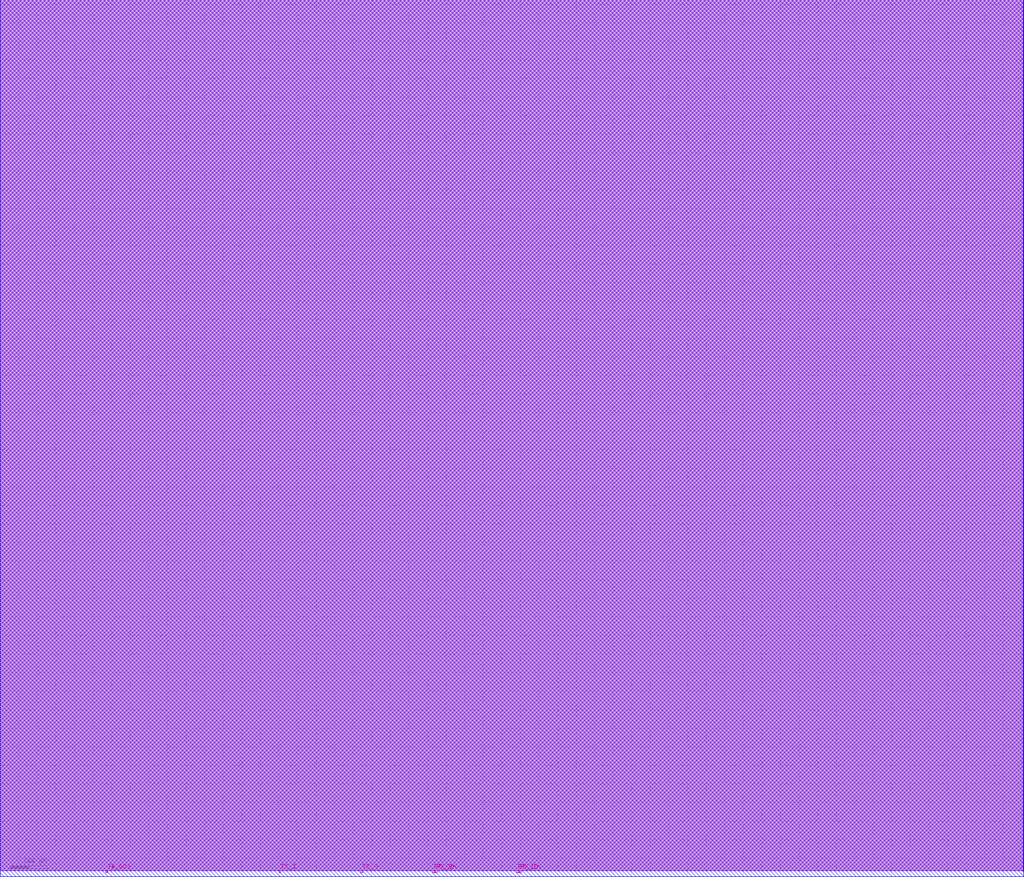
<source format=lef>
VERSION 5.4 ;
NAMESCASESENSITIVE ON ;
BUSBITCHARS "[]" ;
DIVIDERCHAR "/" ;
UNITS
  DATABASE MICRONS 1000 ;
END UNITS

#USEMINSPACING OBS ON ;
#USEMINSPACING PIN OFF ;
#CLEARANCEMEASURE EUCLIDEAN ;


MANUFACTURINGGRID 0.005 ;

LAYER Metal1
  TYPE		ROUTING ;
  DIRECTION	HORIZONTAL ;
  PITCH		1.25  ;
  OFFSET	0  ;
  WIDTH		0.6 ;
  SPACING	0.5 ;
  RESISTANCE	RPERSQ 0.111 ;
  CAPACITANCE	CPERSQDIST 2.39e-05 ;
  EDGECAPACITANCE 0.0001776 ;
  HEIGHT 2.2 ;
  THICKNESS 0.63 ;
END Metal1

LAYER Via1
  TYPE	CUT ;
  SPACING	0.65 ;
END Via1

LAYER Metal2
  TYPE		ROUTING ;
  DIRECTION	VERTICAL ;
  PITCH		1.25  ;
  OFFSET	0  ;
  WIDTH		0.6 ;
  SPACING	0.65 ;
  RESISTANCE	RPERSQ 0.073 ;
  CAPACITANCE	CPERSQDIST 1.87e-05 ;
  EDGECAPACITANCE 0.000198 ;
  HEIGHT 3.73 ;
  THICKNESS 0.73 ;
END Metal2

LAYER Via2
  TYPE	CUT ;
  SPACING	0.65 ;
END Via2

LAYER Metal3
  TYPE		ROUTING ;
  DIRECTION	HORIZONTAL ;
  PITCH		1.25  ;
  WIDTH		0.6 ;
  SPACING	0.65 ;
  RESISTANCE	RPERSQ 0.078 ;
  CAPACITANCE	CPERSQDIST 1.5e-05 ;
  EDGECAPACITANCE 0.000197 ;
  HEIGHT 5.36 ;
  THICKNESS 0.705 ;
END Metal3

LAYER Via3
  TYPE	CUT ;
  SPACING	0.65 ;
END Via3

LAYER Metal4
  TYPE		ROUTING ;
  DIRECTION	VERTICAL ;
  PITCH		1.25  ;
  WIDTH		0.6 ;
  SPACING	0.65 ;
  RESISTANCE	RPERSQ 0.063 ;
  CAPACITANCE	CPERSQDIST 1.12e-05 ;
  EDGECAPACITANCE 0.000202 ;
  HEIGHT 6.97 ;
  THICKNESS 0.73 ;
END Metal4

LAYER Via4
  TYPE	CUT ;
  SPACING	0.65 ;
END Via4

LAYER Metal5
  TYPE		ROUTING ;
  DIRECTION	HORIZONTAL ;
  PITCH		1.25  ;
  WIDTH		0.6 ;
  SPACING	0.65 ;
  RESISTANCE	RPERSQ 0.063 ;
  CAPACITANCE	CPERSQDIST 1.11e-05 ;
  EDGECAPACITANCE 0.000202 ;
  HEIGHT 8.6 ;
  THICKNESS 0.73 ;
END Metal5

SPACING
  SAMENET Via1  Via1	0.65 ;
  SAMENET Via2  Via2	0.65 ;
  SAMENET Via3  Via3	0.65 ;
  SAMENET Via4  Via4	0.65 ;
  SAMENET Via1  Via2	0.00 ;
  SAMENET Via2  Via3	0.00 ;
  SAMENET Via3  Via4	0.00 ;
  SAMENET Metal2  Metal2	0.65 ;
  SAMENET Metal3  Metal3	0.65 ;
  SAMENET Metal4  Metal4	0.65 ;
  SAMENET Metal5  Metal5	0.65 ;
END SPACING

VIA ruleVia1 
  LAYER Metal1 ;
    RECT -0.400 -0.400 0.400 0.400 ;
  LAYER Via1 ;
    RECT -0.300 -0.300 0.300 0.300 ;
  LAYER Metal2 ;
    RECT -0.400 -0.400 0.400 0.400 ;
END ruleVia1

VIA ruleVia2 
  LAYER Metal2 ;
    RECT -0.300 -0.300 0.300 0.300 ;
  LAYER Via2 ;
    RECT -0.300 -0.300 0.300 0.300 ;
  LAYER Metal3 ;
    RECT -0.300 -0.300 0.300 0.300 ;
END ruleVia2

VIA ruleVia3 
  LAYER Metal3 ;
    RECT -0.300 -0.300 0.300 0.300 ;
  LAYER Via3 ;
    RECT -0.300 -0.300 0.300 0.300 ;
  LAYER Metal4 ;
    RECT -0.300 -0.300 0.300 0.300 ;
END ruleVia3

VIA ruleVia4 
  LAYER Metal4 ;
    RECT -0.300 -0.300 0.300 0.300 ;
  LAYER Via4 ;
    RECT -0.300 -0.300 0.300 0.300 ;
  LAYER Metal5 ;
    RECT -0.300 -0.300 0.300 0.300 ;
END ruleVia4

VIA M2_M1 DEFAULT
  LAYER Metal1 ;
    RECT -0.400 -0.400 0.400 0.400 ;
  LAYER Via1 ;
    RECT -0.300 -0.300 0.300 0.300 ;
  LAYER Metal2 ;
    RECT -0.300 -0.300 0.300 0.300 ;
  RESISTANCE 2.00 ;
END M2_M1

VIA M3_M2 DEFAULT
  LAYER Metal2 ;
    RECT -0.300 -0.300 0.300 0.300 ;
  LAYER Via2 ;
    RECT -0.300 -0.300 0.300 0.300 ;
  LAYER Metal3 ;
    RECT -0.300 -0.300 0.300 0.300 ;
  RESISTANCE 2.00 ;
END M3_M2

VIA M4_M3 DEFAULT
  LAYER Metal3 ;
    RECT -0.300 -0.300 0.300 0.300 ;
  LAYER Via3 ;
    RECT -0.300 -0.300 0.300 0.300 ;
  LAYER Metal4 ;
    RECT -0.300 -0.300 0.300 0.300 ;
  RESISTANCE 2.00 ;
END M4_M3

VIA M5_M4 DEFAULT
  LAYER Metal4 ;
    RECT -0.300 -0.300 0.300 0.300 ;
  LAYER Via4 ;
    RECT -0.300 -0.300 0.300 0.300 ;
  LAYER Metal5 ;
    RECT -0.300 -0.300 0.300 0.300 ;
  RESISTANCE 2.00 ;
END M5_M4

VIA M3_M2s DEFAULT
  TOPOFSTACKONLY
  LAYER Metal2 ;
    RECT -0.550 -0.550 0.550 0.550 ;
  LAYER Via2 ;
    RECT -0.300 -0.300 0.300 0.300 ;
  LAYER Metal3 ;
    RECT -0.300 -0.300 0.300 0.300 ;
  RESISTANCE 2.00 ;
END M3_M2s

VIA M4_M3s DEFAULT
  TOPOFSTACKONLY
  LAYER Metal3 ;
    RECT -0.550 -0.550 0.550 0.550 ;
  LAYER Via3 ;
    RECT -0.300 -0.300 0.300 0.300 ;
  LAYER Metal4 ;
    RECT -0.300 -0.300 0.300 0.300 ;
  RESISTANCE 2.00 ;
END M4_M3s

VIA M5_M4s DEFAULT
  TOPOFSTACKONLY
  LAYER Metal4 ;
    RECT -0.550 -0.550 0.550 0.550 ;
  LAYER Via4 ;
    RECT -0.300 -0.300 0.300 0.300 ;
  LAYER Metal5 ;
    RECT -0.300 -0.300 0.300 0.300 ;
  RESISTANCE 2.00 ;
END M5_M4s


VIARULE ruleVia1 GENERATE
  LAYER Metal1 ;
    DIRECTION HORIZONTAL ;
    OVERHANG 0.1 ;
    METALOVERHANG 0 ;
  LAYER Metal2 ;
    DIRECTION VERTICAL ;
    OVERHANG 0 ;
    METALOVERHANG 0 ;
  LAYER Via1 ;
    RECT -0.3 -0.3 0.3 0.3 ;
    SPACING 1.25 BY 1.25 ;
END ruleVia1

VIARULE ruleVia2 GENERATE
  LAYER Metal2 ;
    DIRECTION HORIZONTAL ;
    OVERHANG 0 ;
    METALOVERHANG 0 ;
  LAYER Metal3 ;
    DIRECTION VERTICAL ;
    OVERHANG 0 ;
    METALOVERHANG 0 ;
  LAYER Via2 ;
    RECT -0.3 -0.3 0.3 0.3 ;
    SPACING 1.25 BY 1.25 ;
END ruleVia2

VIARULE ruleVia3 GENERATE
  LAYER Metal3 ;
    DIRECTION HORIZONTAL ;
    OVERHANG 0 ;
    METALOVERHANG 0 ;
  LAYER Metal4 ;
    DIRECTION VERTICAL ;
    OVERHANG 0 ;
    METALOVERHANG 0 ;
  LAYER Via3 ;
    RECT -0.3 -0.3 0.3 0.3 ;
    SPACING 1.25 BY 1.25 ;
    END ruleVia3

VIARULE ruleVia4 GENERATE
  LAYER Metal4 ;
    DIRECTION HORIZONTAL ;
    OVERHANG 0 ;
    METALOVERHANG 0 ;
  LAYER Metal5 ;
    DIRECTION VERTICAL ;
    OVERHANG 0 ;
    METALOVERHANG 0 ;
  LAYER Via4 ;
    RECT -0.3 -0.3 0.3 0.3 ;
    SPACING 1.25 BY 1.25 ;
END ruleVia4

VIARULE TURN1 GENERATE
  LAYER Metal1 ;
    DIRECTION HORIZONTAL ;
  LAYER Metal1 ;
    DIRECTION VERTICAL ;
END TURN1

VIARULE TURN2 GENERATE
  LAYER Metal2 ;
    DIRECTION HORIZONTAL ;
  LAYER Metal2 ;
    DIRECTION VERTICAL ;
END TURN2

VIARULE TURN3 GENERATE
  LAYER Metal3 ;
    DIRECTION HORIZONTAL ;
  LAYER Metal3 ;
    DIRECTION VERTICAL ;
END TURN3

VIARULE TURN4 GENERATE
  LAYER Metal4 ;
    DIRECTION HORIZONTAL ;
  LAYER Metal4 ;
    DIRECTION VERTICAL ;
END TURN4

VIARULE TURN5 GENERATE
  LAYER Metal5 ;
    DIRECTION HORIZONTAL ;
  LAYER Metal5 ;
    DIRECTION VERTICAL ;
END TURN5

SITE  core
    CLASS	CORE ;
    SYMMETRY	Y ;
    SIZE	1.250 BY 16.250 ;
END  core

SITE  io_site
    CLASS	PAD ;
    SYMMETRY	X ;
    SIZE	28.750 BY 600.000 ;
END  io_site

SITE  io_corner
    CLASS	PAD ;
    SYMMETRY	X Y ;
    SIZE	600.000 BY 600.000 ;
END  io_corner

SITE  CoreSite
    CLASS	CORE ;
    SYMMETRY	Y ;
    SIZE	1.250 BY 591.050 ;
END  CoreSite

MACRO tinvh_8
  CLASS  CORE ;
  FOREIGN tinvh_8 0.000 0.000 ;
  ORIGIN 0.000 0.000 ;
  SIZE 17.500 BY 16.250 ;
  SYMMETRY X Y  ;
  SITE core ;
  PIN a
    DIRECTION INPUT ;
    PORT
      LAYER Metal1 ;
        RECT 0.850 7.200 2.900 7.800 ;
    END
  END a
  PIN vss!
    DIRECTION INOUT ;
    USE GROUND ;
    PORT
      LAYER Metal1 ;
        RECT 2.150 0.000 2.750 2.700 ;
        RECT 0.000 0.000 17.500 2.500 ;
        RECT 5.550 0.000 6.150 2.700 ;
    END
  END vss!
  PIN vdd!
    DIRECTION INOUT ;
    USE POWER ;
    PORT
      LAYER Metal1 ;
        RECT 2.150 13.550 2.750 16.250 ;
        RECT 0.000 13.750 17.500 16.250 ;
        RECT 14.750 13.550 15.350 16.250 ;
        RECT 11.350 13.550 11.950 16.250 ;
    END
  END vdd!
  PIN en
    DIRECTION INPUT ;
    PORT
      LAYER Metal1 ;
        RECT 14.200 7.200 16.550 7.800 ;
    END
  END en
  PIN x
    DIRECTION OUTPUT ;
    PORT
      LAYER Metal1 ;
        RECT 6.950 7.200 10.400 7.800 ;
    END
  END x
  OBS 
      LAYER Metal1 ;
        RECT 3.800 5.950 6.350 6.550 ;
        RECT 8.850 5.950 13.650 6.550 ;
        RECT 13.050 5.950 13.650 7.800 ;
  END 
END tinvh_8

MACRO tinvh_7
  CLASS  CORE ;
  FOREIGN tinvh_7 0.000 0.000 ;
  ORIGIN 0.000 0.000 ;
  SIZE 16.250 BY 16.250 ;
  SYMMETRY X Y  ;
  SITE core ;
  PIN a
    DIRECTION INPUT ;
    PORT
      LAYER Metal1 ;
        RECT 0.850 7.200 2.900 7.800 ;
    END
  END a
  PIN vss!
    DIRECTION INOUT ;
    USE GROUND ;
    PORT
      LAYER Metal1 ;
        RECT 2.150 0.000 2.750 2.700 ;
        RECT 0.000 0.000 16.250 2.500 ;
        RECT 9.500 0.000 10.100 2.700 ;
        RECT 5.850 0.000 6.450 2.700 ;
    END
  END vss!
  PIN vdd!
    DIRECTION INOUT ;
    USE POWER ;
    PORT
      LAYER Metal1 ;
        RECT 2.150 13.550 2.750 16.250 ;
        RECT 0.000 13.750 16.250 16.250 ;
    END
  END vdd!
  PIN en
    DIRECTION INPUT ;
    PORT
      LAYER Metal1 ;
        RECT 12.950 7.200 15.350 7.800 ;
    END
  END en
  PIN x
    DIRECTION OUTPUT ;
    PORT
      LAYER Metal1 ;
        RECT 7.100 7.200 9.150 7.800 ;
    END
  END x
  OBS 
      LAYER Metal1 ;
        RECT 3.800 5.950 6.350 6.550 ;
        RECT 9.850 5.950 12.400 6.550 ;
        RECT 11.800 5.950 12.400 7.800 ;
  END 
END tinvh_7

MACRO tinvh_6
  CLASS  CORE ;
  FOREIGN tinvh_6 0.000 0.000 ;
  ORIGIN 0.000 0.000 ;
  SIZE 15.000 BY 16.250 ;
  SYMMETRY X Y  ;
  SITE core ;
  PIN a
    DIRECTION INPUT ;
    PORT
      LAYER Metal1 ;
        RECT 0.850 7.200 2.900 7.800 ;
    END
  END a
  PIN vss!
    DIRECTION INOUT ;
    USE GROUND ;
    PORT
      LAYER Metal1 ;
        RECT 2.150 0.000 2.750 2.700 ;
        RECT 0.000 0.000 15.000 2.500 ;
    END
  END vss!
  PIN vdd!
    DIRECTION INOUT ;
    USE POWER ;
    PORT
      LAYER Metal1 ;
        RECT 2.150 13.550 2.750 16.250 ;
        RECT 0.000 13.750 15.000 16.250 ;
    END
  END vdd!
  PIN en
    DIRECTION INPUT ;
    PORT
      LAYER Metal1 ;
        RECT 11.700 7.200 14.100 7.800 ;
    END
  END en
  PIN x
    DIRECTION OUTPUT ;
    PORT
      LAYER Metal1 ;
        RECT 6.200 7.200 8.200 7.800 ;
    END
  END x
  OBS 
      LAYER Metal1 ;
        RECT 3.800 5.900 6.350 6.550 ;
        RECT 8.650 5.950 11.150 6.550 ;
        RECT 10.550 5.950 11.150 7.800 ;
  END 
END tinvh_6

MACRO tinvh_5
  CLASS  CORE ;
  FOREIGN tinvh_5 0.000 0.000 ;
  ORIGIN 0.000 0.000 ;
  SIZE 15.000 BY 16.250 ;
  SYMMETRY X Y  ;
  SITE core ;
  PIN a
    DIRECTION INPUT ;
    PORT
      LAYER Metal1 ;
        RECT 0.850 7.200 2.900 7.800 ;
    END
  END a
  PIN vss!
    DIRECTION INOUT ;
    USE GROUND ;
    PORT
      LAYER Metal1 ;
        RECT 2.150 0.000 2.750 2.700 ;
        RECT 0.000 0.000 15.000 2.500 ;
        RECT 5.550 0.000 6.150 2.700 ;
    END
  END vss!
  PIN vdd!
    DIRECTION INOUT ;
    USE POWER ;
    PORT
      LAYER Metal1 ;
        RECT 2.150 13.550 2.750 16.250 ;
        RECT 0.000 13.750 15.000 16.250 ;
    END
  END vdd!
  PIN en
    DIRECTION INPUT ;
    PORT
      LAYER Metal1 ;
        RECT 11.700 7.200 14.150 7.800 ;
    END
  END en
  PIN x
    DIRECTION OUTPUT ;
    PORT
      LAYER Metal1 ;
        RECT 7.200 5.950 9.200 6.550 ;
    END
  END x
  OBS 
      LAYER Metal1 ;
        RECT 3.800 5.950 6.400 6.550 ;
        RECT 8.650 7.200 11.200 7.800 ;
  END 
END tinvh_5

MACRO tinvh_4
  CLASS  CORE ;
  FOREIGN tinvh_4 0.000 0.000 ;
  ORIGIN 0.000 0.000 ;
  SIZE 15.000 BY 16.250 ;
  SYMMETRY X Y  ;
  SITE core ;
  PIN a
    DIRECTION INPUT ;
    PORT
      LAYER Metal1 ;
        RECT 0.850 7.200 2.850 7.800 ;
    END
  END a
  PIN vss!
    DIRECTION INOUT ;
    USE GROUND ;
    PORT
      LAYER Metal1 ;
        RECT 2.150 0.000 2.750 2.700 ;
        RECT 0.000 0.000 15.000 2.500 ;
        RECT 5.550 0.000 6.150 2.700 ;
    END
  END vss!
  PIN vdd!
    DIRECTION INOUT ;
    USE POWER ;
    PORT
      LAYER Metal1 ;
        RECT 2.150 13.550 2.750 16.250 ;
        RECT 0.000 13.750 15.000 16.250 ;
    END
  END vdd!
  PIN en
    DIRECTION INPUT ;
    PORT
      LAYER Metal1 ;
        RECT 11.700 7.200 14.150 7.800 ;
    END
  END en
  PIN x
    DIRECTION OUTPUT ;
    PORT
      LAYER Metal1 ;
        RECT 7.200 5.950 9.200 6.550 ;
    END
  END x
  OBS 
      LAYER Metal1 ;
        RECT 3.800 5.950 6.300 6.550 ;
        RECT 8.650 7.200 11.200 7.800 ;
  END 
END tinvh_4

MACRO tinvh_3
  CLASS  CORE ;
  FOREIGN tinvh_3 0.000 0.000 ;
  ORIGIN 0.000 0.000 ;
  SIZE 13.750 BY 16.250 ;
  SYMMETRY X Y  ;
  SITE core ;
  PIN a
    DIRECTION INPUT ;
    PORT
      LAYER Metal1 ;
        RECT 0.850 7.200 2.900 7.800 ;
    END
  END a
  PIN vss!
    DIRECTION INOUT ;
    USE GROUND ;
    PORT
      LAYER Metal1 ;
        RECT 2.150 0.000 2.750 2.700 ;
        RECT 0.000 0.000 13.750 2.500 ;
        RECT 5.400 0.000 6.000 2.650 ;
    END
  END vss!
  PIN vdd!
    DIRECTION INOUT ;
    USE POWER ;
    PORT
      LAYER Metal1 ;
        RECT 2.150 13.550 2.750 16.250 ;
        RECT 0.000 13.750 13.750 16.250 ;
    END
  END vdd!
  PIN en
    DIRECTION INPUT ;
    PORT
      LAYER Metal1 ;
        RECT 10.250 7.200 12.800 7.800 ;
    END
  END en
  PIN x
    DIRECTION OUTPUT ;
    PORT
      LAYER Metal1 ;
        RECT 5.950 5.950 6.550 9.100 ;
        RECT 5.950 5.950 7.800 6.550 ;
    END
  END x
  OBS 
      LAYER Metal1 ;
        RECT 3.800 5.950 5.350 6.550 ;
        RECT 4.700 5.950 5.350 9.100 ;
        RECT 7.150 7.200 9.000 7.800 ;
        RECT 8.400 5.950 9.000 9.050 ;
        RECT 8.400 8.450 9.900 9.050 ;
  END 
END tinvh_3

MACRO tinvh_2
  CLASS  CORE ;
  FOREIGN tinvh_2 0.000 0.000 ;
  ORIGIN 0.000 0.000 ;
  SIZE 13.750 BY 16.250 ;
  SYMMETRY X Y  ;
  SITE core ;
  PIN a
    DIRECTION INPUT ;
    PORT
      LAYER Metal1 ;
        RECT 0.850 7.200 2.850 7.800 ;
    END
  END a
  PIN vss!
    DIRECTION INOUT ;
    USE GROUND ;
    PORT
      LAYER Metal1 ;
        RECT 2.150 0.000 2.750 2.700 ;
        RECT 0.000 0.000 13.750 2.500 ;
    END
  END vss!
  PIN vdd!
    DIRECTION INOUT ;
    USE POWER ;
    PORT
      LAYER Metal1 ;
        RECT 2.150 13.550 2.750 16.250 ;
        RECT 0.000 13.750 13.750 16.250 ;
    END
  END vdd!
  PIN en
    DIRECTION INPUT ;
    PORT
      LAYER Metal1 ;
        RECT 10.250 7.200 12.800 7.800 ;
    END
  END en
  PIN x
    DIRECTION OUTPUT ;
    PORT
      LAYER Metal1 ;
        RECT 6.050 7.100 6.650 9.050 ;
        RECT 6.050 7.100 7.800 7.900 ;
        RECT 7.100 5.900 7.800 7.900 ;
    END
  END x
  OBS 
      LAYER Metal1 ;
        RECT 3.800 5.900 6.550 6.600 ;
        RECT 4.750 5.900 5.350 9.050 ;
        RECT 8.400 5.900 9.000 9.050 ;
        RECT 7.150 8.400 9.950 9.050 ;
  END 
END tinvh_2

MACRO tinvh_16
  CLASS  CORE ;
  FOREIGN tinvh_16 0.000 0.000 ;
  ORIGIN 0.000 0.000 ;
  SIZE 20.000 BY 16.250 ;
  SYMMETRY X Y  ;
  SITE core ;
  PIN a
    DIRECTION INPUT ;
    PORT
      LAYER Metal1 ;
        RECT 0.850 7.200 2.900 7.800 ;
    END
  END a
  PIN vss!
    DIRECTION INOUT ;
    USE GROUND ;
    PORT
      LAYER Metal1 ;
        RECT 2.150 0.000 2.750 2.700 ;
        RECT 0.000 0.000 20.000 2.500 ;
        RECT 8.950 0.000 9.550 2.650 ;
        RECT 5.550 0.000 6.150 2.700 ;
    END
  END vss!
  PIN vdd!
    DIRECTION INOUT ;
    USE POWER ;
    PORT
      LAYER Metal1 ;
        RECT 2.100 13.550 2.800 16.250 ;
        RECT 0.000 13.750 20.000 16.250 ;
        RECT 14.100 13.550 14.800 16.250 ;
        RECT 10.700 13.550 11.400 16.250 ;
        RECT 7.300 13.550 8.000 16.250 ;
    END
  END vdd!
  PIN en
    DIRECTION INPUT ;
    PORT
      LAYER Metal1 ;
        RECT 16.700 7.200 19.050 7.800 ;
    END
  END en
  PIN x
    DIRECTION OUTPUT ;
    PORT
      LAYER Metal1 ;
        RECT 6.000 8.450 13.100 9.050 ;
    END
  END x
  OBS 
      LAYER Metal1 ;
        RECT 3.750 5.950 6.600 6.550 ;
        RECT 3.750 5.950 4.350 9.100 ;
        RECT 3.750 8.400 5.350 9.100 ;
        RECT 13.700 5.900 15.450 6.600 ;
        RECT 14.800 5.900 15.450 7.900 ;
        RECT 14.800 7.200 16.200 7.900 ;
        RECT 4.850 7.150 14.300 7.850 ;
        RECT 13.600 7.150 14.300 9.050 ;
        RECT 13.600 8.450 19.550 9.050 ;
  END 
END tinvh_16

MACRO tinvh_14
  CLASS  CORE ;
  FOREIGN tinvh_14 0.000 0.000 ;
  ORIGIN 0.000 0.000 ;
  SIZE 18.750 BY 16.250 ;
  SYMMETRY X Y  ;
  SITE core ;
  PIN a
    DIRECTION INPUT ;
    PORT
      LAYER Metal1 ;
        RECT 0.850 7.200 2.900 7.800 ;
    END
  END a
  PIN vss!
    DIRECTION INOUT ;
    USE GROUND ;
    PORT
      LAYER Metal1 ;
        RECT 2.150 0.000 2.750 2.700 ;
        RECT 0.000 0.000 18.750 2.500 ;
        RECT 5.550 0.000 6.150 2.700 ;
    END
  END vss!
  PIN vdd!
    DIRECTION INOUT ;
    USE POWER ;
    PORT
      LAYER Metal1 ;
        RECT 2.150 13.550 2.750 16.250 ;
        RECT 0.000 13.750 18.750 16.250 ;
        RECT 12.600 13.550 13.200 16.250 ;
        RECT 9.200 13.550 9.800 16.250 ;
    END
  END vdd!
  PIN en
    DIRECTION INPUT ;
    PORT
      LAYER Metal1 ;
        RECT 15.450 7.200 17.800 7.800 ;
    END
  END en
  PIN x
    DIRECTION OUTPUT ;
    PORT
      LAYER Metal1 ;
        RECT 7.450 8.450 11.550 9.050 ;
    END
  END x
  OBS 
      LAYER Metal1 ;
        RECT 3.500 5.900 6.350 6.600 ;
        RECT 3.500 5.900 4.100 9.100 ;
        RECT 3.500 8.400 5.400 9.100 ;
        RECT 12.550 5.950 14.900 6.550 ;
        RECT 14.300 5.950 14.900 8.000 ;
        RECT 4.600 7.150 13.700 7.850 ;
        RECT 13.000 7.150 13.700 9.100 ;
        RECT 17.650 8.400 18.350 9.100 ;
        RECT 13.000 8.500 18.350 9.100 ;
  END 
END tinvh_14

MACRO tinvh_12
  CLASS  CORE ;
  FOREIGN tinvh_12 0.000 0.000 ;
  ORIGIN 0.000 0.000 ;
  SIZE 18.750 BY 16.250 ;
  SYMMETRY X Y  ;
  SITE core ;
  PIN a
    DIRECTION INPUT ;
    PORT
      LAYER Metal1 ;
        RECT 0.850 7.200 2.900 7.800 ;
    END
  END a
  PIN vss!
    DIRECTION INOUT ;
    USE GROUND ;
    PORT
      LAYER Metal1 ;
        RECT 2.150 0.000 2.750 2.700 ;
        RECT 0.000 0.000 18.750 2.500 ;
        RECT 9.200 0.000 9.800 2.650 ;
        RECT 5.700 0.000 6.300 2.700 ;
    END
  END vss!
  PIN vdd!
    DIRECTION INOUT ;
    USE POWER ;
    PORT
      LAYER Metal1 ;
        RECT 2.150 13.550 2.750 16.250 ;
        RECT 0.000 13.750 18.750 16.250 ;
        RECT 12.600 13.550 13.200 16.250 ;
        RECT 9.200 13.550 9.800 16.250 ;
    END
  END vdd!
  PIN en
    DIRECTION INPUT ;
    PORT
      LAYER Metal1 ;
        RECT 15.450 7.200 17.900 7.800 ;
    END
  END en
  PIN x
    DIRECTION OUTPUT ;
    PORT
      LAYER Metal1 ;
        RECT 7.450 8.450 11.650 9.050 ;
    END
  END x
  OBS 
      LAYER Metal1 ;
        RECT 3.800 5.900 10.450 6.500 ;
        RECT 3.800 5.900 4.500 9.050 ;
        RECT 3.800 8.450 5.350 9.050 ;
        RECT 12.550 5.900 14.950 6.600 ;
        RECT 14.250 5.900 14.950 7.950 ;
        RECT 5.100 7.250 13.600 7.850 ;
        RECT 13.000 7.250 13.600 9.050 ;
        RECT 13.000 8.450 18.350 9.050 ;
  END 
END tinvh_12

MACRO tinvh_10
  CLASS  CORE ;
  FOREIGN tinvh_10 0.000 0.000 ;
  ORIGIN 0.000 0.000 ;
  SIZE 17.500 BY 16.250 ;
  SYMMETRY X Y  ;
  SITE core ;
  PIN a
    DIRECTION INPUT ;
    PORT
      LAYER Metal1 ;
        RECT 0.850 7.200 2.850 7.800 ;
    END
  END a
  PIN vss!
    DIRECTION INOUT ;
    USE GROUND ;
    PORT
      LAYER Metal1 ;
        RECT 2.150 0.000 2.750 2.700 ;
        RECT 0.000 0.000 17.500 2.500 ;
        RECT 8.950 0.000 9.550 2.650 ;
        RECT 5.550 0.000 6.150 2.700 ;
    END
  END vss!
  PIN vdd!
    DIRECTION INOUT ;
    USE POWER ;
    PORT
      LAYER Metal1 ;
        RECT 2.150 13.550 2.750 16.250 ;
        RECT 0.000 13.750 17.500 16.250 ;
        RECT 11.350 13.550 11.950 16.250 ;
        RECT 7.950 13.550 8.550 16.250 ;
    END
  END vdd!
  PIN en
    DIRECTION INPUT ;
    PORT
      LAYER Metal1 ;
        RECT 14.200 7.200 16.650 7.800 ;
    END
  END en
  PIN x
    DIRECTION OUTPUT ;
    PORT
      LAYER Metal1 ;
        RECT 6.200 8.450 10.300 9.050 ;
    END
  END x
  OBS 
      LAYER Metal1 ;
        RECT 3.850 6.150 4.450 9.050 ;
        RECT 3.850 8.450 5.350 9.050 ;
        RECT 8.350 5.900 13.700 6.600 ;
        RECT 13.000 5.900 13.700 7.950 ;
        RECT 5.100 7.000 5.800 7.850 ;
        RECT 5.100 7.150 12.350 7.850 ;
        RECT 11.750 7.150 12.350 9.050 ;
        RECT 11.750 8.450 17.100 9.050 ;
  END 
END tinvh_10

MACRO tinvh_1
  CLASS  CORE ;
  FOREIGN tinvh_1 0.000 0.000 ;
  ORIGIN 0.000 0.000 ;
  SIZE 11.250 BY 16.250 ;
  SYMMETRY X Y  ;
  SITE core ;
  PIN a
    DIRECTION INPUT ;
    PORT
      LAYER Metal1 ;
        RECT 0.250 8.450 2.250 9.050 ;
    END
  END a
  PIN vss!
    DIRECTION INOUT ;
    USE GROUND ;
    PORT
      LAYER Metal1 ;
        RECT 0.000 0.000 11.250 2.500 ;
    END
  END vss!
  PIN vdd!
    DIRECTION INOUT ;
    USE POWER ;
    PORT
      LAYER Metal1 ;
        RECT 1.000 13.550 1.600 16.250 ;
        RECT 0.000 13.750 11.250 16.250 ;
    END
  END vdd!
  PIN en
    DIRECTION INPUT ;
    PORT
      LAYER Metal1 ;
        RECT 8.750 7.200 10.750 7.800 ;
    END
  END en
  PIN x
    DIRECTION OUTPUT ;
    PORT
      LAYER Metal1 ;
        RECT 4.900 5.950 5.500 9.150 ;
        RECT 4.900 5.950 6.750 6.550 ;
        RECT 4.900 5.950 5.850 6.650 ;
    END
  END x
  OBS 
      LAYER Metal1 ;
        RECT 2.700 5.850 4.350 6.450 ;
        RECT 3.750 5.850 4.350 8.350 ;
        RECT 2.700 3.400 7.850 4.050 ;
        RECT 7.350 5.900 8.050 9.100 ;
        RECT 6.200 8.500 8.900 9.100 ;
  END 
END tinvh_1

MACRO tbufh_8
  CLASS  CORE ;
  FOREIGN tbufh_8 0.000 0.000 ;
  ORIGIN 0.000 0.000 ;
  SIZE 18.750 BY 16.250 ;
  SYMMETRY X Y  ;
  SITE core ;
  PIN a
    DIRECTION INPUT ;
    PORT
      LAYER Metal1 ;
        RECT 0.550 7.200 2.600 7.800 ;
    END
  END a
  PIN vss!
    DIRECTION INOUT ;
    USE GROUND ;
    PORT
      LAYER Metal1 ;
        RECT 0.000 0.000 18.750 2.500 ;
    END
  END vss!
  PIN vdd!
    DIRECTION INOUT ;
    USE POWER ;
    PORT
      LAYER Metal1 ;
        RECT 8.950 13.550 9.550 16.250 ;
        RECT 0.000 13.750 18.750 16.250 ;
        RECT 12.350 13.550 12.950 16.250 ;
    END
  END vdd!
  PIN en
    DIRECTION INPUT ;
    PORT
      LAYER Metal1 ;
        RECT 15.200 7.200 17.200 7.800 ;
    END
  END en
  PIN x
    DIRECTION OUTPUT ;
    PORT
      LAYER Metal1 ;
        RECT 7.250 7.200 11.300 7.800 ;
    END
  END x
  OBS 
      LAYER Metal1 ;
        RECT 2.400 5.900 6.700 6.600 ;
        RECT 3.350 5.900 3.950 9.050 ;
        RECT 11.900 7.200 14.700 7.800 ;
        RECT 4.600 7.150 5.300 9.100 ;
        RECT 4.600 8.400 18.100 9.100 ;
  END 
END tbufh_8

MACRO tbufh_7
  CLASS  CORE ;
  FOREIGN tbufh_7 0.000 0.000 ;
  ORIGIN 0.000 0.000 ;
  SIZE 15.000 BY 16.250 ;
  SYMMETRY X Y  ;
  SITE core ;
  PIN a
    DIRECTION INPUT ;
    PORT
      LAYER Metal1 ;
        RECT 0.300 7.200 2.300 7.800 ;
    END
  END a
  PIN vss!
    DIRECTION INOUT ;
    USE GROUND ;
    PORT
      LAYER Metal1 ;
        RECT 3.850 0.000 4.450 2.700 ;
        RECT 0.000 0.000 15.000 2.500 ;
    END
  END vss!
  PIN vdd!
    DIRECTION INOUT ;
    USE POWER ;
    PORT
      LAYER Metal1 ;
        RECT 0.000 13.750 15.000 16.250 ;
    END
  END vdd!
  PIN en
    DIRECTION INPUT ;
    PORT
      LAYER Metal1 ;
        RECT 11.700 7.200 13.700 7.800 ;
    END
  END en
  PIN x
    DIRECTION OUTPUT ;
    PORT
      LAYER Metal1 ;
        RECT 5.550 4.700 6.150 6.550 ;
        RECT 5.550 5.950 8.000 6.550 ;
    END
  END x
  OBS 
      LAYER Metal1 ;
        RECT 2.100 5.900 5.000 6.600 ;
        RECT 3.000 5.900 3.600 9.050 ;
        RECT 3.000 8.450 3.650 9.050 ;
        RECT 8.600 5.900 11.200 6.600 ;
        RECT 10.500 5.900 11.200 7.850 ;
        RECT 4.300 7.150 8.150 7.850 ;
        RECT 7.450 7.150 8.150 9.100 ;
        RECT 7.450 8.400 14.600 9.100 ;
  END 
END tbufh_7

MACRO tbufh_6
  CLASS  CORE ;
  FOREIGN tbufh_6 0.000 0.000 ;
  ORIGIN 0.000 0.000 ;
  SIZE 15.000 BY 16.250 ;
  SYMMETRY X Y  ;
  SITE core ;
  PIN a
    DIRECTION INPUT ;
    PORT
      LAYER Metal1 ;
        RECT 0.300 7.200 2.300 7.800 ;
    END
  END a
  PIN vss!
    DIRECTION INOUT ;
    USE GROUND ;
    PORT
      LAYER Metal1 ;
        RECT 3.850 0.000 4.450 2.700 ;
        RECT 0.000 0.000 15.000 2.500 ;
    END
  END vss!
  PIN vdd!
    DIRECTION INOUT ;
    USE POWER ;
    PORT
      LAYER Metal1 ;
        RECT 0.000 13.750 15.000 16.250 ;
    END
  END vdd!
  PIN en
    DIRECTION INPUT ;
    PORT
      LAYER Metal1 ;
        RECT 11.700 7.200 13.700 7.800 ;
    END
  END en
  PIN x
    DIRECTION OUTPUT ;
    PORT
      LAYER Metal1 ;
        RECT 5.500 5.950 8.000 6.550 ;
    END
  END x
  OBS 
      LAYER Metal1 ;
        RECT 2.100 5.950 5.000 6.550 ;
        RECT 3.050 5.950 3.650 9.050 ;
        RECT 8.650 7.200 11.200 7.800 ;
        RECT 4.350 7.250 8.150 7.850 ;
        RECT 7.450 7.250 8.150 9.100 ;
        RECT 7.450 8.450 14.600 9.100 ;
  END 
END tbufh_6

MACRO tbufh_5
  CLASS  CORE ;
  FOREIGN tbufh_5 0.000 0.000 ;
  ORIGIN 0.000 0.000 ;
  SIZE 13.750 BY 16.250 ;
  SYMMETRY X Y  ;
  SITE core ;
  PIN a
    DIRECTION INPUT ;
    PORT
      LAYER Metal1 ;
        RECT 0.300 7.200 2.300 7.800 ;
    END
  END a
  PIN vss!
    DIRECTION INOUT ;
    USE GROUND ;
    PORT
      LAYER Metal1 ;
        RECT 3.850 0.000 4.450 2.700 ;
        RECT 0.000 0.000 13.750 2.500 ;
    END
  END vss!
  PIN vdd!
    DIRECTION INOUT ;
    USE POWER ;
    PORT
      LAYER Metal1 ;
        RECT 4.350 13.550 4.950 16.250 ;
        RECT 0.000 13.750 13.750 16.250 ;
    END
  END vdd!
  PIN en
    DIRECTION INPUT ;
    PORT
      LAYER Metal1 ;
        RECT 10.450 7.200 12.450 7.800 ;
    END
  END en
  PIN x
    DIRECTION OUTPUT ;
    PORT
      LAYER Metal1 ;
        RECT 5.500 5.950 7.500 6.550 ;
    END
  END x
  OBS 
      LAYER Metal1 ;
        RECT 2.100 5.900 5.000 6.600 ;
        RECT 4.300 5.900 5.000 6.850 ;
        RECT 7.400 7.200 9.950 7.800 ;
  END 
END tbufh_5

MACRO tbufh_4
  CLASS  CORE ;
  FOREIGN tbufh_4 0.000 0.000 ;
  ORIGIN 0.000 0.000 ;
  SIZE 13.750 BY 16.250 ;
  SYMMETRY X Y  ;
  SITE core ;
  PIN a
    DIRECTION INPUT ;
    PORT
      LAYER Metal1 ;
        RECT 0.300 7.200 2.300 7.800 ;
    END
  END a
  PIN vss!
    DIRECTION INOUT ;
    USE GROUND ;
    PORT
      LAYER Metal1 ;
        RECT 3.850 0.000 4.450 2.700 ;
        RECT 0.000 0.000 13.750 2.500 ;
    END
  END vss!
  PIN vdd!
    DIRECTION INOUT ;
    USE POWER ;
    PORT
      LAYER Metal1 ;
        RECT 4.350 13.550 4.950 16.250 ;
        RECT 0.000 13.750 13.750 16.250 ;
    END
  END vdd!
  PIN en
    DIRECTION INPUT ;
    PORT
      LAYER Metal1 ;
        RECT 10.450 7.200 12.450 7.800 ;
    END
  END en
  PIN x
    DIRECTION OUTPUT ;
    PORT
      LAYER Metal1 ;
        RECT 5.500 5.950 7.500 6.550 ;
    END
  END x
  OBS 
      LAYER Metal1 ;
        RECT 2.100 5.900 5.000 6.600 ;
        RECT 7.400 7.200 9.950 7.800 ;
  END 
END tbufh_4

MACRO tbufh_3
  CLASS  CORE ;
  FOREIGN tbufh_3 0.000 0.000 ;
  ORIGIN 0.000 0.000 ;
  SIZE 12.500 BY 16.250 ;
  SYMMETRY X Y  ;
  SITE core ;
  PIN a
    DIRECTION INPUT ;
    PORT
      LAYER Metal1 ;
        RECT 0.450 7.200 2.450 7.800 ;
    END
  END a
  PIN vss!
    DIRECTION INOUT ;
    USE GROUND ;
    PORT
      LAYER Metal1 ;
        RECT 4.000 0.000 4.600 2.650 ;
        RECT 0.000 0.000 12.500 2.500 ;
    END
  END vss!
  PIN vdd!
    DIRECTION INOUT ;
    USE POWER ;
    PORT
      LAYER Metal1 ;
        RECT 0.000 13.750 12.500 16.250 ;
    END
  END vdd!
  PIN en
    DIRECTION INPUT ;
    PORT
      LAYER Metal1 ;
        RECT 8.850 7.200 10.850 7.800 ;
    END
  END en
  PIN x
    DIRECTION OUTPUT ;
    PORT
      LAYER Metal1 ;
        RECT 4.450 5.950 5.150 9.100 ;
        RECT 4.450 5.950 6.350 6.550 ;
    END
  END x
  OBS 
      LAYER Metal1 ;
        RECT 2.250 5.900 3.850 6.600 ;
        RECT 3.150 5.900 3.850 9.100 ;
        RECT 5.650 7.150 7.650 7.850 ;
        RECT 6.950 5.900 7.650 9.100 ;
        RECT 6.950 8.400 8.550 9.100 ;
  END 
END tbufh_3

MACRO tbufh_16
  CLASS  CORE ;
  FOREIGN tbufh_16 0.000 0.000 ;
  ORIGIN 0.000 0.000 ;
  SIZE 21.250 BY 16.250 ;
  SYMMETRY X Y  ;
  SITE core ;
  PIN a
    DIRECTION INPUT ;
    PORT
      LAYER Metal1 ;
        RECT 0.250 7.200 2.300 7.800 ;
    END
  END a
  PIN vss!
    DIRECTION INOUT ;
    USE GROUND ;
    PORT
      LAYER Metal1 ;
        RECT 8.550 0.000 9.150 2.650 ;
        RECT 0.000 0.000 21.250 2.500 ;
    END
  END vss!
  PIN vdd!
    DIRECTION INOUT ;
    USE POWER ;
    PORT
      LAYER Metal1 ;
        RECT 8.300 13.550 8.900 16.250 ;
        RECT 0.000 13.750 21.250 16.250 ;
        RECT 15.100 13.550 15.700 16.250 ;
        RECT 11.700 13.550 12.300 16.250 ;
    END
  END vdd!
  PIN en
    DIRECTION INPUT ;
    PORT
      LAYER Metal1 ;
        RECT 17.950 7.200 19.950 7.800 ;
    END
  END en
  PIN x
    DIRECTION OUTPUT ;
    PORT
      LAYER Metal1 ;
        RECT 7.100 5.950 14.150 6.550 ;
    END
  END x
  OBS 
      LAYER Metal1 ;
        RECT 2.100 5.950 6.100 6.550 ;
        RECT 3.050 5.950 3.650 9.050 ;
        RECT 14.650 7.250 17.450 7.850 ;
        RECT 4.350 7.150 4.950 9.050 ;
        RECT 4.350 8.450 20.850 9.050 ;
  END 
END tbufh_16

MACRO tbufh_14
  CLASS  CORE ;
  FOREIGN tbufh_14 0.000 0.000 ;
  ORIGIN 0.000 0.000 ;
  SIZE 18.750 BY 16.250 ;
  SYMMETRY X Y  ;
  SITE core ;
  PIN a
    DIRECTION INPUT ;
    PORT
      LAYER Metal1 ;
        RECT 0.400 7.200 2.450 7.800 ;
    END
  END a
  PIN vss!
    DIRECTION INOUT ;
    USE GROUND ;
    PORT
      LAYER Metal1 ;
        RECT 8.700 0.000 9.300 2.650 ;
        RECT 0.000 0.000 18.750 2.500 ;
    END
  END vss!
  PIN vdd!
    DIRECTION INOUT ;
    USE POWER ;
    PORT
      LAYER Metal1 ;
        RECT 9.200 13.550 9.800 16.250 ;
        RECT 0.000 13.750 18.750 16.250 ;
        RECT 12.600 13.550 13.200 16.250 ;
    END
  END vdd!
  PIN en
    DIRECTION INPUT ;
    PORT
      LAYER Metal1 ;
        RECT 15.450 7.200 17.450 7.800 ;
    END
  END en
  PIN x
    DIRECTION OUTPUT ;
    PORT
      LAYER Metal1 ;
        RECT 7.500 5.950 11.500 6.550 ;
    END
  END x
  OBS 
      LAYER Metal1 ;
        RECT 2.000 5.900 6.550 6.600 ;
        RECT 3.200 5.900 3.800 9.050 ;
        RECT 12.150 7.200 14.950 7.800 ;
        RECT 4.500 7.150 5.100 9.050 ;
        RECT 4.500 8.450 18.350 9.050 ;
  END 
END tbufh_14

MACRO tbufh_12
  CLASS  CORE ;
  FOREIGN tbufh_12 0.000 0.000 ;
  ORIGIN 0.000 0.000 ;
  SIZE 18.750 BY 16.250 ;
  SYMMETRY X Y  ;
  SITE core ;
  PIN a
    DIRECTION INPUT ;
    PORT
      LAYER Metal1 ;
        RECT 0.400 7.200 2.450 7.800 ;
    END
  END a
  PIN vss!
    DIRECTION INOUT ;
    USE GROUND ;
    PORT
      LAYER Metal1 ;
        RECT 9.200 0.000 9.800 2.650 ;
        RECT 0.000 0.000 18.750 2.500 ;
    END
  END vss!
  PIN vdd!
    DIRECTION INOUT ;
    USE POWER ;
    PORT
      LAYER Metal1 ;
        RECT 9.200 13.550 9.800 16.250 ;
        RECT 0.000 13.750 18.750 16.250 ;
        RECT 12.600 13.550 13.200 16.250 ;
    END
  END vdd!
  PIN en
    DIRECTION INPUT ;
    PORT
      LAYER Metal1 ;
        RECT 15.450 7.200 17.450 7.800 ;
    END
  END en
  PIN x
    DIRECTION OUTPUT ;
    PORT
      LAYER Metal1 ;
        RECT 7.500 7.200 11.550 7.800 ;
    END
  END x
  OBS 
      LAYER Metal1 ;
        RECT 2.000 5.900 10.450 6.600 ;
        RECT 3.200 5.900 3.800 9.050 ;
        RECT 12.150 7.150 14.950 7.800 ;
        RECT 4.450 7.150 5.050 9.100 ;
        RECT 4.450 8.400 18.350 9.100 ;
  END 
END tbufh_12

MACRO tbufh_10
  CLASS  CORE ;
  FOREIGN tbufh_10 0.000 0.000 ;
  ORIGIN 0.000 0.000 ;
  SIZE 18.750 BY 16.250 ;
  SYMMETRY X Y  ;
  SITE core ;
  PIN a
    DIRECTION INPUT ;
    PORT
      LAYER Metal1 ;
        RECT 0.550 7.200 2.600 7.800 ;
    END
  END a
  PIN vss!
    DIRECTION INOUT ;
    USE GROUND ;
    PORT
      LAYER Metal1 ;
        RECT 8.950 0.000 9.550 2.650 ;
        RECT 0.000 0.000 18.750 2.500 ;
    END
  END vss!
  PIN vdd!
    DIRECTION INOUT ;
    USE POWER ;
    PORT
      LAYER Metal1 ;
        RECT 8.950 13.550 9.550 16.250 ;
        RECT 0.000 13.750 18.750 16.250 ;
        RECT 12.350 13.550 12.950 16.250 ;
    END
  END vdd!
  PIN en
    DIRECTION INPUT ;
    PORT
      LAYER Metal1 ;
        RECT 15.200 7.200 17.200 7.800 ;
    END
  END en
  PIN x
    DIRECTION OUTPUT ;
    PORT
      LAYER Metal1 ;
        RECT 7.100 5.950 11.300 6.550 ;
    END
  END x
  OBS 
      LAYER Metal1 ;
        RECT 2.000 5.950 6.600 6.550 ;
        RECT 3.350 5.950 3.950 9.050 ;
        RECT 11.900 7.150 14.700 7.800 ;
        RECT 4.600 7.150 5.300 9.100 ;
        RECT 4.600 8.400 18.100 9.100 ;
  END 
END tbufh_10

MACRO tbufh_2
  CLASS  CORE ;
  FOREIGN tbufh_2 0.000 0.000 ;
  ORIGIN 0.000 0.000 ;
  SIZE 10.000 BY 16.250 ;
  SYMMETRY X Y  ;
  SITE core ;
  PIN a
    DIRECTION INPUT ;
    PORT
      LAYER Metal1 ;
        RECT 0.250 8.450 2.250 9.050 ;
    END
  END a
  PIN vss!
    DIRECTION INOUT ;
    USE GROUND ;
    PORT
      LAYER Metal1 ;
        RECT 3.750 0.000 4.350 2.700 ;
        RECT 0.000 0.000 10.000 2.500 ;
    END
  END vss!
  PIN vdd!
    DIRECTION INOUT ;
    USE POWER ;
    PORT
      LAYER Metal1 ;
        RECT 5.950 13.550 6.550 16.250 ;
        RECT 0.000 13.750 10.000 16.250 ;
    END
  END vdd!
  PIN en
    DIRECTION INPUT ;
    PORT
      LAYER Metal1 ;
        RECT 7.750 7.200 9.750 7.800 ;
    END
  END en
  PIN x
    DIRECTION OUTPUT ;
    PORT
      LAYER Metal1 ;
        RECT 4.250 5.950 4.850 9.150 ;
        RECT 4.250 5.950 5.750 6.550 ;
    END
  END x
  OBS 
      LAYER Metal1 ;
        RECT 2.000 5.800 2.700 7.850 ;
        RECT 2.000 7.150 3.750 7.850 ;
        RECT 3.050 7.150 3.750 8.400 ;
        RECT 1.900 3.400 6.850 4.100 ;
        RECT 6.350 5.900 7.050 9.150 ;
        RECT 5.350 8.450 7.950 9.150 ;
  END 
END tbufh_2

MACRO tbufh_1
  CLASS  CORE ;
  FOREIGN tbufh_1 0.000 0.000 ;
  ORIGIN 0.000 0.000 ;
  SIZE 10.000 BY 16.250 ;
  SYMMETRY X Y  ;
  SITE core ;
  PIN a
    DIRECTION INPUT ;
    PORT
      LAYER Metal1 ;
        RECT 0.250 8.450 2.250 9.050 ;
    END
  END a
  PIN vss!
    DIRECTION INOUT ;
    USE GROUND ;
    PORT
      LAYER Metal1 ;
        RECT 0.000 0.000 10.000 2.500 ;
    END
  END vss!
  PIN vdd!
    DIRECTION INOUT ;
    USE POWER ;
    PORT
      LAYER Metal1 ;
        RECT 0.000 13.750 10.000 16.250 ;
    END
  END vdd!
  PIN en
    DIRECTION INPUT ;
    PORT
      LAYER Metal1 ;
        RECT 7.750 7.200 9.750 7.800 ;
    END
  END en
  PIN x
    DIRECTION OUTPUT ;
    PORT
      LAYER Metal1 ;
        RECT 4.250 5.950 4.850 9.150 ;
        RECT 4.250 5.950 5.750 6.550 ;
    END
  END x
  OBS 
      LAYER Metal1 ;
        RECT 2.000 5.800 2.700 7.850 ;
        RECT 2.000 7.150 3.750 7.850 ;
        RECT 3.050 7.150 3.750 8.400 ;
        RECT 1.900 3.400 6.850 4.100 ;
        RECT 6.350 5.900 7.050 9.150 ;
        RECT 5.400 8.450 7.950 9.150 ;
  END 
END tbufh_1

MACRO sdffpt_8
  CLASS  CORE ;
  FOREIGN sdffpt_8 0.000 0.000 ;
  ORIGIN 0.000 0.000 ;
  SIZE 36.250 BY 16.250 ;
  SYMMETRY X Y  ;
  SITE core ;
  PIN q
    DIRECTION OUTPUT ;
    PORT
      LAYER Metal1 ;
        RECT 30.750 5.950 32.750 6.550 ;
    END
  END q
  PIN vss!
    DIRECTION INOUT ;
    USE GROUND ;
    PORT
      LAYER Metal1 ;
        RECT 0.000 0.000 36.250 2.500 ;
    END
  END vss!
  PIN d
    DIRECTION INPUT ;
    PORT
      LAYER Metal1 ;
        RECT 4.350 7.200 7.150 7.800 ;
    END
  END d
  PIN se
    DIRECTION INPUT ;
    PORT
      LAYER Metal1 ;
        RECT 0.350 8.450 4.850 9.050 ;
    END
  END se
  PIN vdd!
    DIRECTION INOUT ;
    USE POWER ;
    PORT
      LAYER Metal1 ;
        RECT 1.000 13.450 1.600 16.250 ;
        RECT 0.000 13.750 36.250 16.250 ;
        RECT 26.500 13.450 27.100 16.250 ;
        RECT 8.400 13.450 9.000 16.250 ;
    END
  END vdd!
  PIN setb
    DIRECTION INPUT ;
    PORT
      LAYER Metal1 ;
        RECT 1.100 5.950 3.100 6.550 ;
    END
  END setb
  PIN qb
    DIRECTION OUTPUT ;
    PORT
      LAYER Metal1 ;
        RECT 26.800 8.450 29.300 9.050 ;
    END
  END qb
  PIN sdi
    DIRECTION INPUT ;
    PORT
      LAYER Metal1 ;
        RECT 9.750 4.700 11.750 5.300 ;
    END
  END sdi
  PIN ck
    DIRECTION INPUT ;
    PORT
      LAYER Metal1 ;
        RECT 33.700 4.700 35.750 5.300 ;
    END
  END ck
  OBS 
      LAYER Metal1 ;
        RECT 3.950 6.000 8.250 6.600 ;
        RECT 7.650 6.000 8.250 7.950 ;
        RECT 7.650 7.350 10.300 7.950 ;
        RECT 2.150 9.700 12.100 10.300 ;
        RECT 13.200 5.500 13.800 10.300 ;
        RECT 13.200 9.700 14.900 10.300 ;
        RECT 14.400 5.950 21.850 6.550 ;
        RECT 14.400 5.950 15.000 8.950 ;
        RECT 14.400 8.350 19.200 8.950 ;
        RECT 17.300 9.500 25.400 10.100 ;
        RECT 19.700 4.700 30.900 5.300 ;
        RECT 15.500 7.250 35.600 7.850 ;
  END 
END sdffpt_8

MACRO sdffpt_6
  CLASS  CORE ;
  FOREIGN sdffpt_6 0.000 0.000 ;
  ORIGIN 0.000 0.000 ;
  SIZE 35.000 BY 16.250 ;
  SYMMETRY X Y  ;
  SITE core ;
  PIN q
    DIRECTION OUTPUT ;
    PORT
      LAYER Metal1 ;
        RECT 29.500 9.700 31.500 10.300 ;
    END
  END q
  PIN vss!
    DIRECTION INOUT ;
    USE GROUND ;
    PORT
      LAYER Metal1 ;
        RECT 28.800 0.000 29.400 2.650 ;
        RECT 0.000 0.000 35.000 2.500 ;
    END
  END vss!
  PIN d
    DIRECTION INPUT ;
    PORT
      LAYER Metal1 ;
        RECT 1.000 7.200 6.600 7.800 ;
    END
  END d
  PIN se
    DIRECTION INPUT ;
    PORT
      LAYER Metal1 ;
        RECT 0.400 8.450 4.100 9.050 ;
    END
  END se
  PIN vdd!
    DIRECTION INOUT ;
    USE POWER ;
    PORT
      LAYER Metal1 ;
        RECT 1.000 13.450 1.600 16.250 ;
        RECT 0.000 13.750 35.000 16.250 ;
        RECT 28.800 13.450 29.400 16.250 ;
        RECT 7.750 13.450 8.350 16.250 ;
    END
  END vdd!
  PIN setb
    DIRECTION INPUT ;
    PORT
      LAYER Metal1 ;
        RECT 0.900 5.950 2.900 6.550 ;
    END
  END setb
  PIN qb
    DIRECTION OUTPUT ;
    PORT
      LAYER Metal1 ;
        RECT 24.100 8.450 26.100 9.050 ;
    END
  END qb
  PIN sdi
    DIRECTION INPUT ;
    PORT
      LAYER Metal1 ;
        RECT 9.400 4.650 11.100 5.450 ;
    END
  END sdi
  PIN ck
    DIRECTION INPUT ;
    PORT
      LAYER Metal1 ;
        RECT 32.500 5.950 34.500 6.550 ;
    END
  END ck
  OBS 
      LAYER Metal1 ;
        RECT 3.450 6.000 7.750 6.600 ;
        RECT 7.150 6.000 7.750 7.800 ;
        RECT 7.150 7.200 9.250 7.800 ;
        RECT 2.850 4.750 8.850 5.350 ;
        RECT 8.250 4.750 8.850 6.650 ;
        RECT 8.250 6.050 11.200 6.650 ;
        RECT 10.000 6.050 10.600 10.300 ;
        RECT 2.750 9.700 11.300 10.300 ;
        RECT 11.800 4.900 12.900 5.500 ;
        RECT 11.800 4.900 12.400 10.350 ;
        RECT 11.800 9.750 14.000 10.350 ;
        RECT 20.100 5.950 20.700 6.700 ;
        RECT 13.150 6.100 20.700 6.700 ;
        RECT 13.150 6.100 13.750 9.250 ;
        RECT 13.150 8.600 18.100 9.200 ;
        RECT 13.150 8.600 14.350 9.250 ;
        RECT 18.800 9.650 27.700 10.250 ;
        RECT 16.200 9.700 19.400 10.300 ;
        RECT 22.750 7.100 29.000 7.700 ;
        RECT 22.750 7.100 23.350 9.150 ;
        RECT 18.600 8.550 23.350 9.150 ;
        RECT 21.650 6.000 30.750 6.600 ;
        RECT 30.150 6.000 30.750 7.800 ;
        RECT 14.250 7.200 22.250 7.800 ;
        RECT 30.150 7.200 34.550 7.800 ;
        RECT 21.650 6.000 22.250 7.850 ;
        RECT 19.700 7.200 22.250 7.850 ;
        RECT 14.250 7.200 14.850 8.000 ;
  END 
END sdffpt_6

MACRO sdffpt_4
  CLASS  CORE ;
  FOREIGN sdffpt_4 0.000 0.000 ;
  ORIGIN 0.000 0.000 ;
  SIZE 32.500 BY 16.250 ;
  SYMMETRY X Y  ;
  SITE core ;
  PIN q
    DIRECTION OUTPUT ;
    PORT
      LAYER Metal1 ;
        RECT 28.050 7.200 30.050 7.800 ;
    END
  END q
  PIN vss!
    DIRECTION INOUT ;
    USE GROUND ;
    PORT
      LAYER Metal1 ;
        RECT 0.000 0.000 32.500 2.500 ;
    END
  END vss!
  PIN d
    DIRECTION INPUT ;
    PORT
      LAYER Metal1 ;
        RECT 4.000 8.200 4.600 9.050 ;
        RECT 2.600 8.450 4.600 9.050 ;
    END
  END d
  PIN se
    DIRECTION INPUT ;
    PORT
      LAYER Metal1 ;
        RECT 4.850 4.700 6.850 5.300 ;
    END
  END se
  PIN vdd!
    DIRECTION INOUT ;
    USE POWER ;
    PORT
      LAYER Metal1 ;
        RECT 2.150 13.550 2.750 16.250 ;
        RECT 0.000 13.750 32.500 16.250 ;
        RECT 15.300 13.550 15.900 16.250 ;
    END
  END vdd!
  PIN setb
    DIRECTION INPUT ;
    PORT
      LAYER Metal1 ;
        RECT 0.300 7.200 2.450 7.800 ;
    END
  END setb
  PIN qb
    DIRECTION OUTPUT ;
    PORT
      LAYER Metal1 ;
        RECT 24.250 5.950 26.250 6.550 ;
    END
  END qb
  PIN sdi
    DIRECTION INPUT ;
    PORT
      LAYER Metal1 ;
        RECT 7.800 4.700 9.850 5.300 ;
    END
  END sdi
  PIN ck
    DIRECTION INPUT ;
    PORT
      LAYER Metal1 ;
        RECT 15.050 5.950 17.000 6.550 ;
        RECT 16.400 5.950 17.000 6.950 ;
    END
  END ck
  OBS 
      LAYER Metal1 ;
        RECT 6.450 6.000 7.050 6.750 ;
        RECT 3.500 6.150 7.050 6.750 ;
        RECT 5.100 6.150 5.700 10.150 ;
        RECT 8.150 7.250 10.600 7.850 ;
        RECT 8.150 6.000 8.750 8.900 ;
        RECT 6.800 8.300 8.750 8.900 ;
        RECT 11.100 6.000 13.300 6.600 ;
        RECT 11.100 6.000 11.700 10.150 ;
        RECT 11.100 9.550 13.100 10.150 ;
        RECT 18.050 6.350 23.600 6.950 ;
        RECT 13.200 7.250 15.900 7.850 ;
        RECT 18.050 6.300 18.650 8.050 ;
        RECT 15.300 7.450 18.650 8.050 ;
        RECT 12.200 8.350 12.800 9.050 ;
        RECT 12.200 8.450 14.800 9.050 ;
        RECT 19.700 8.450 24.250 9.050 ;
        RECT 19.700 7.950 20.300 9.150 ;
        RECT 14.200 8.550 20.300 9.150 ;
  END 
END sdffpt_4

MACRO sdffpt_3
  CLASS  CORE ;
  FOREIGN sdffpt_3 0.000 0.000 ;
  ORIGIN 0.000 0.000 ;
  SIZE 28.750 BY 16.250 ;
  SYMMETRY X Y  ;
  SITE core ;
  PIN q
    DIRECTION OUTPUT ;
    PORT
      LAYER Metal1 ;
        RECT 24.800 5.950 26.800 6.550 ;
    END
  END q
  PIN vss!
    DIRECTION INOUT ;
    USE GROUND ;
    PORT
      LAYER Metal1 ;
        RECT 0.950 0.000 1.650 2.700 ;
        RECT 0.000 0.000 28.750 2.500 ;
    END
  END vss!
  PIN d
    DIRECTION INPUT ;
    PORT
      LAYER Metal1 ;
        RECT 2.300 8.450 4.300 9.050 ;
    END
  END d
  PIN se
    DIRECTION INPUT ;
    PORT
      LAYER Metal1 ;
        RECT 4.550 4.650 6.550 5.300 ;
    END
  END se
  PIN vdd!
    DIRECTION INOUT ;
    USE POWER ;
    PORT
      LAYER Metal1 ;
        RECT 1.850 13.550 2.450 16.250 ;
        RECT 0.000 13.750 28.750 16.250 ;
    END
  END vdd!
  PIN setb
    DIRECTION INPUT ;
    PORT
      LAYER Metal1 ;
        RECT 0.300 7.200 2.300 7.800 ;
    END
  END setb
  PIN qb
    DIRECTION OUTPUT ;
    PORT
      LAYER Metal1 ;
        RECT 22.000 5.950 24.000 6.550 ;
    END
  END qb
  PIN sdi
    DIRECTION INPUT ;
    PORT
      LAYER Metal1 ;
        RECT 7.250 4.700 9.250 5.300 ;
    END
  END sdi
  PIN ck
    DIRECTION INPUT ;
    PORT
      LAYER Metal1 ;
        RECT 15.200 5.950 17.200 6.550 ;
    END
  END ck
  OBS 
      LAYER Metal1 ;
        RECT 3.100 6.000 6.300 6.600 ;
        RECT 4.800 6.000 5.400 9.300 ;
        RECT 7.400 7.250 9.700 7.850 ;
        RECT 7.400 6.000 8.000 9.200 ;
        RECT 6.500 8.600 8.000 9.200 ;
        RECT 10.200 5.950 12.050 6.550 ;
        RECT 10.200 5.950 10.800 10.150 ;
        RECT 10.200 9.550 12.100 10.150 ;
        RECT 11.300 8.450 21.700 9.050 ;
        RECT 12.100 7.350 21.700 7.950 ;
  END 
END sdffpt_3

MACRO sdffpt_2
  CLASS  CORE ;
  FOREIGN sdffpt_2 0.000 0.000 ;
  ORIGIN 0.000 0.000 ;
  SIZE 26.250 BY 16.250 ;
  SYMMETRY X Y  ;
  SITE core ;
  PIN q
    DIRECTION OUTPUT ;
    PORT
      LAYER Metal1 ;
        RECT 21.050 8.450 23.050 9.050 ;
    END
  END q
  PIN vss!
    DIRECTION INOUT ;
    USE GROUND ;
    PORT
      LAYER Metal1 ;
        RECT 14.050 0.000 14.650 2.700 ;
        RECT 0.000 0.000 26.250 2.500 ;
        RECT 20.050 0.000 20.650 2.800 ;
    END
  END vss!
  PIN d
    DIRECTION INPUT ;
    PORT
      LAYER Metal1 ;
        RECT 2.050 5.950 4.050 6.550 ;
        RECT 3.450 5.950 4.050 6.800 ;
    END
  END d
  PIN se
    DIRECTION INPUT ;
    PORT
      LAYER Metal1 ;
        RECT 4.700 3.200 6.150 4.050 ;
    END
  END se
  PIN vdd!
    DIRECTION INOUT ;
    USE POWER ;
    PORT
      LAYER Metal1 ;
        RECT 1.000 13.550 1.600 16.250 ;
        RECT 0.000 13.750 26.250 16.250 ;
        RECT 14.150 13.550 14.750 16.250 ;
    END
  END vdd!
  PIN setb
    DIRECTION INPUT ;
    PORT
      LAYER Metal1 ;
        RECT 0.250 8.450 2.250 9.050 ;
    END
  END setb
  PIN qb
    DIRECTION OUTPUT ;
    PORT
      LAYER Metal1 ;
        RECT 18.200 8.450 20.200 9.050 ;
    END
  END qb
  PIN sdi
    DIRECTION INPUT ;
    PORT
      LAYER Metal1 ;
        RECT 7.050 8.400 8.950 9.100 ;
    END
  END sdi
  PIN ck
    DIRECTION INPUT ;
    PORT
      LAYER Metal1 ;
        RECT 23.750 8.450 25.750 9.050 ;
    END
  END ck
  OBS 
      LAYER Metal1 ;
        RECT 4.700 5.800 5.850 6.400 ;
        RECT 4.700 5.800 5.300 7.900 ;
        RECT 2.150 7.300 5.300 7.900 ;
        RECT 3.900 7.300 4.500 9.200 ;
        RECT 8.350 5.300 9.300 5.900 ;
        RECT 8.350 5.300 8.950 7.500 ;
        RECT 5.800 6.900 8.950 7.500 ;
        RECT 5.800 6.900 6.400 9.200 ;
        RECT 5.600 8.600 6.400 9.200 ;
        RECT 10.350 5.800 11.000 6.400 ;
        RECT 9.450 6.400 10.950 7.000 ;
        RECT 9.450 6.400 10.050 9.200 ;
        RECT 9.450 8.600 11.850 9.200 ;
        RECT 12.250 6.250 16.350 6.850 ;
        RECT 11.450 6.900 12.850 7.500 ;
        RECT 12.250 6.250 12.850 7.500 ;
        RECT 10.550 7.500 12.050 8.100 ;
        RECT 17.050 7.250 25.850 7.850 ;
        RECT 14.450 7.350 17.650 7.950 ;
        RECT 14.450 7.350 15.050 8.600 ;
        RECT 12.550 8.000 15.050 8.600 ;
  END 
END sdffpt_2

MACRO sdffpt_1
  CLASS  CORE ;
  FOREIGN sdffpt_1 0.000 0.000 ;
  ORIGIN 0.000 0.000 ;
  SIZE 25.000 BY 16.250 ;
  SYMMETRY X Y  ;
  SITE core ;
  PIN q
    DIRECTION OUTPUT ;
    PORT
      LAYER Metal1 ;
        RECT 22.750 5.950 24.750 6.550 ;
    END
  END q
  PIN vss!
    DIRECTION INOUT ;
    USE GROUND ;
    PORT
      LAYER Metal1 ;
        RECT 16.200 0.000 16.800 2.700 ;
        RECT 0.000 0.000 25.000 2.500 ;
        RECT 22.350 0.000 22.950 2.700 ;
    END
  END vss!
  PIN d
    DIRECTION INPUT ;
    PORT
      LAYER Metal1 ;
        RECT 2.150 5.900 4.050 6.800 ;
    END
  END d
  PIN se
    DIRECTION INPUT ;
    PORT
      LAYER Metal1 ;
        RECT 4.600 3.200 6.150 4.050 ;
    END
  END se
  PIN vdd!
    DIRECTION INOUT ;
    USE POWER ;
    PORT
      LAYER Metal1 ;
        RECT 1.000 13.550 1.600 16.250 ;
        RECT 0.000 13.750 25.000 16.250 ;
        RECT 22.250 13.550 22.850 16.250 ;
        RECT 14.450 13.550 15.050 16.250 ;
    END
  END vdd!
  PIN setb
    DIRECTION INPUT ;
    PORT
      LAYER Metal1 ;
        RECT 0.250 8.450 2.250 9.050 ;
    END
  END setb
  PIN qb
    DIRECTION OUTPUT ;
    PORT
      LAYER Metal1 ;
        RECT 22.000 8.450 24.000 9.050 ;
    END
  END qb
  PIN sdi
    DIRECTION INPUT ;
    PORT
      LAYER Metal1 ;
        RECT 6.900 8.350 8.400 9.150 ;
    END
  END sdi
  PIN ck
    DIRECTION INPUT ;
    PORT
      LAYER Metal1 ;
        RECT 14.050 3.450 16.050 4.050 ;
    END
  END ck
  OBS 
      LAYER Metal1 ;
        RECT 4.550 5.800 5.850 6.400 ;
        RECT 4.550 5.800 5.150 7.900 ;
        RECT 2.150 7.300 5.150 7.900 ;
        RECT 3.900 7.300 4.500 9.200 ;
        RECT 7.800 5.300 9.300 5.900 ;
        RECT 7.800 5.300 8.400 7.500 ;
        RECT 5.650 6.900 8.400 7.500 ;
        RECT 5.650 6.900 6.250 9.200 ;
        RECT 5.600 8.600 6.250 9.200 ;
        RECT 9.800 5.800 11.100 6.400 ;
        RECT 8.900 6.400 10.400 7.000 ;
        RECT 8.900 6.400 9.500 9.200 ;
        RECT 8.900 8.600 11.900 9.200 ;
        RECT 11.750 6.250 17.800 6.850 ;
        RECT 11.100 6.950 12.350 7.550 ;
        RECT 11.750 6.250 12.350 7.550 ;
        RECT 10.000 7.500 11.700 8.100 ;
        RECT 17.200 8.450 20.400 9.050 ;
        RECT 15.900 7.350 21.100 7.950 ;
        RECT 15.900 7.350 16.500 8.950 ;
        RECT 12.450 8.350 16.500 8.950 ;
  END 
END sdffpt_1

MACRO sdffps_8
  CLASS  CORE ;
  FOREIGN sdffps_8 0.000 0.000 ;
  ORIGIN 0.000 0.000 ;
  SIZE 35.000 BY 16.250 ;
  SYMMETRY X Y  ;
  SITE core ;
  PIN sb
    DIRECTION INPUT ;
    PORT
      LAYER Metal1 ;
        RECT 0.300 7.150 1.800 7.950 ;
    END
  END sb
  PIN q
    DIRECTION OUTPUT ;
    PORT
      LAYER Metal1 ;
        RECT 23.450 8.450 27.950 9.050 ;
    END
  END q
  PIN vss!
    DIRECTION INOUT ;
    USE GROUND ;
    PORT
      LAYER Metal1 ;
        RECT 20.450 0.000 21.050 2.800 ;
        RECT 0.000 0.000 35.000 2.500 ;
        RECT 25.150 0.000 25.750 2.800 ;
    END
  END vss!
  PIN d
    DIRECTION INPUT ;
    PORT
      LAYER Metal1 ;
        RECT 1.400 5.950 5.350 6.550 ;
        RECT 4.750 5.950 5.350 6.700 ;
    END
  END d
  PIN se
    DIRECTION INPUT ;
    PORT
      LAYER Metal1 ;
        RECT 2.200 8.450 2.800 9.150 ;
        RECT 2.200 8.450 7.450 9.050 ;
    END
  END se
  PIN vdd!
    DIRECTION INOUT ;
    USE POWER ;
    PORT
      LAYER Metal1 ;
        RECT 5.700 13.450 6.300 16.250 ;
        RECT 0.000 13.750 35.000 16.250 ;
        RECT 25.150 13.450 25.750 16.250 ;
    END
  END vdd!
  PIN qb
    DIRECTION OUTPUT ;
    PORT
      LAYER Metal1 ;
        RECT 29.400 9.700 31.400 10.300 ;
    END
  END qb
  PIN sdi
    DIRECTION INPUT ;
    PORT
      LAYER Metal1 ;
        RECT 7.200 4.700 8.700 5.650 ;
    END
  END sdi
  PIN ck
    DIRECTION INPUT ;
    PORT
      LAYER Metal1 ;
        RECT 32.350 4.700 34.350 5.300 ;
    END
  END ck
  OBS 
      LAYER Metal1 ;
        RECT 2.350 7.250 6.150 7.850 ;
        RECT 1.950 4.550 6.550 5.150 ;
        RECT 5.950 4.550 6.550 6.750 ;
        RECT 5.950 6.150 9.450 6.750 ;
        RECT 8.850 6.150 9.450 10.300 ;
        RECT 1.600 9.700 9.450 10.300 ;
        RECT 9.950 5.000 11.150 5.600 ;
        RECT 9.950 5.000 10.550 10.300 ;
        RECT 9.950 9.700 11.200 10.300 ;
        RECT 12.650 6.050 19.100 6.650 ;
        RECT 11.250 6.100 13.250 6.750 ;
        RECT 11.250 6.100 11.850 9.150 ;
        RECT 13.450 8.450 16.150 9.050 ;
        RECT 11.050 8.550 14.050 9.150 ;
        RECT 14.250 9.650 22.750 10.250 ;
        RECT 16.650 4.700 25.300 5.300 ;
        RECT 28.950 5.700 29.550 6.550 ;
        RECT 23.400 5.950 29.550 6.550 ;
        RECT 20.500 7.200 34.250 7.800 ;
        RECT 12.350 7.350 21.100 7.950 ;
        RECT 12.350 7.350 12.950 8.050 ;
  END 
END sdffps_8

MACRO sdffps_6
  CLASS  CORE ;
  FOREIGN sdffps_6 0.000 0.000 ;
  ORIGIN 0.000 0.000 ;
  SIZE 32.500 BY 16.250 ;
  SYMMETRY X Y  ;
  SITE core ;
  PIN sb
    DIRECTION INPUT ;
    PORT
      LAYER Metal1 ;
        RECT 0.950 8.850 1.550 10.300 ;
        RECT 0.350 9.700 1.550 10.300 ;
    END
  END sb
  PIN q
    DIRECTION OUTPUT ;
    PORT
      LAYER Metal1 ;
        RECT 27.350 9.700 29.350 10.300 ;
    END
  END q
  PIN vss!
    DIRECTION INOUT ;
    USE GROUND ;
    PORT
      LAYER Metal1 ;
        RECT 20.250 0.000 20.850 2.800 ;
        RECT 0.000 0.000 32.500 2.500 ;
        RECT 23.650 0.000 24.250 2.800 ;
    END
  END vss!
  PIN d
    DIRECTION INPUT ;
    PORT
      LAYER Metal1 ;
        RECT 1.300 5.950 5.350 6.550 ;
    END
  END d
  PIN se
    DIRECTION INPUT ;
    PORT
      LAYER Metal1 ;
        RECT 7.050 7.250 7.650 9.050 ;
        RECT 2.750 8.450 7.650 9.050 ;
    END
  END se
  PIN vdd!
    DIRECTION INOUT ;
    USE POWER ;
    PORT
      LAYER Metal1 ;
        RECT 5.800 13.450 6.400 16.250 ;
        RECT 0.000 13.750 32.500 16.250 ;
        RECT 26.650 13.450 27.250 16.250 ;
    END
  END vdd!
  PIN qb
    DIRECTION OUTPUT ;
    PORT
      LAYER Metal1 ;
        RECT 20.550 5.950 22.550 6.550 ;
    END
  END qb
  PIN sdi
    DIRECTION INPUT ;
    PORT
      LAYER Metal1 ;
        RECT 7.000 4.700 9.000 5.300 ;
    END
  END sdi
  PIN ck
    DIRECTION INPUT ;
    PORT
      LAYER Metal1 ;
        RECT 30.100 8.450 32.100 9.050 ;
    END
  END ck
  OBS 
      LAYER Metal1 ;
        RECT 2.250 7.250 6.550 7.850 ;
        RECT 5.950 7.250 6.550 7.950 ;
        RECT 1.850 4.550 6.450 5.150 ;
        RECT 5.850 4.550 6.450 6.750 ;
        RECT 5.850 6.150 9.150 6.750 ;
        RECT 8.550 6.150 9.150 10.300 ;
        RECT 2.250 9.700 9.350 10.300 ;
        RECT 9.850 4.700 11.150 5.300 ;
        RECT 9.850 4.700 10.450 10.300 ;
        RECT 9.850 9.700 11.250 10.300 ;
        RECT 18.450 5.850 19.050 6.650 ;
        RECT 10.950 6.050 19.050 6.650 ;
        RECT 10.950 6.050 11.550 9.200 ;
        RECT 13.150 8.250 15.950 8.850 ;
        RECT 10.950 8.600 13.750 9.200 ;
        RECT 14.250 9.350 14.850 10.250 ;
        RECT 14.250 9.650 25.550 10.250 ;
        RECT 23.850 4.700 27.300 5.300 ;
        RECT 23.850 4.700 24.450 6.550 ;
        RECT 16.450 8.250 17.050 9.050 ;
        RECT 26.800 7.500 27.400 9.050 ;
        RECT 16.450 8.450 27.400 9.050 ;
        RECT 25.450 5.950 32.050 6.550 ;
        RECT 25.450 5.950 26.050 7.750 ;
        RECT 12.050 7.150 26.050 7.750 ;
        RECT 12.050 7.150 12.650 8.100 ;
  END 
END sdffps_6

MACRO sdffps_4
  CLASS  CORE ;
  FOREIGN sdffps_4 0.000 0.000 ;
  ORIGIN 0.000 0.000 ;
  SIZE 27.500 BY 16.250 ;
  SYMMETRY X Y  ;
  SITE core ;
  PIN sb
    DIRECTION INPUT ;
    PORT
      LAYER Metal1 ;
        RECT 0.250 8.350 1.750 9.150 ;
    END
  END sb
  PIN q
    DIRECTION OUTPUT ;
    PORT
      LAYER Metal1 ;
        RECT 21.550 9.700 23.550 10.300 ;
    END
  END q
  PIN vss!
    DIRECTION INOUT ;
    USE GROUND ;
    PORT
      LAYER Metal1 ;
        RECT 2.700 0.000 3.300 2.700 ;
        RECT 0.000 0.000 27.500 2.500 ;
        RECT 23.750 0.000 24.350 2.700 ;
        RECT 20.600 0.000 21.200 3.750 ;
        RECT 17.950 0.000 18.550 2.650 ;
        RECT 16.850 0.000 17.450 2.650 ;
        RECT 15.750 0.000 16.350 2.650 ;
        RECT 11.550 0.000 12.150 2.800 ;
    END
  END vss!
  PIN d
    DIRECTION INPUT ;
    PORT
      LAYER Metal1 ;
        RECT 2.100 5.950 4.100 6.550 ;
    END
  END d
  PIN se
    DIRECTION INPUT ;
    PORT
      LAYER Metal1 ;
        RECT 2.350 3.450 4.350 4.050 ;
    END
  END se
  PIN vdd!
    DIRECTION INOUT ;
    USE POWER ;
    PORT
      LAYER Metal1 ;
        RECT 0.000 13.750 27.500 16.250 ;
    END
  END vdd!
  PIN qb
    DIRECTION OUTPUT ;
    PORT
      LAYER Metal1 ;
        RECT 18.900 9.700 20.900 10.300 ;
    END
  END qb
  PIN sdi
    DIRECTION INPUT ;
    PORT
      LAYER Metal1 ;
        RECT 6.350 8.400 7.000 10.300 ;
        RECT 5.950 9.700 7.000 10.300 ;
    END
  END sdi
  PIN ck
    DIRECTION INPUT ;
    PORT
      LAYER Metal1 ;
        RECT 26.650 6.950 27.250 10.300 ;
        RECT 25.950 9.700 27.250 10.300 ;
    END
  END ck
  OBS 
      LAYER Metal1 ;
        RECT 1.000 5.950 1.600 7.850 ;
        RECT 1.000 7.250 4.550 7.850 ;
        RECT 2.700 7.250 4.550 7.900 ;
        RECT 2.700 7.250 3.300 9.600 ;
        RECT 7.350 7.000 8.150 7.900 ;
        RECT 5.050 7.300 8.150 7.900 ;
        RECT 5.050 7.300 5.650 9.000 ;
        RECT 4.400 8.400 5.650 9.000 ;
        RECT 7.550 7.000 8.150 9.950 ;
        RECT 4.400 8.400 5.000 9.600 ;
        RECT 7.550 9.350 8.400 9.950 ;
        RECT 8.650 5.850 11.600 6.450 ;
        RECT 8.650 5.850 9.250 8.850 ;
        RECT 8.900 8.250 9.500 9.900 ;
        RECT 8.900 9.300 10.350 9.900 ;
        RECT 16.450 6.950 21.350 7.550 ;
        RECT 16.450 6.950 17.050 8.050 ;
        RECT 12.100 5.850 24.900 6.450 ;
        RECT 12.100 5.850 12.700 7.700 ;
        RECT 9.750 7.100 12.700 7.700 ;
        RECT 24.300 5.850 24.900 7.950 ;
        RECT 14.900 5.850 15.500 8.700 ;
        RECT 25.400 5.850 26.050 6.450 ;
        RECT 10.000 8.200 14.300 8.800 ;
        RECT 11.550 8.200 14.300 8.850 ;
        RECT 25.400 5.850 26.000 9.050 ;
        RECT 17.550 8.450 26.000 9.050 ;
        RECT 13.700 7.850 14.300 10.400 ;
        RECT 17.550 8.450 18.150 10.400 ;
        RECT 13.700 9.800 18.150 10.400 ;
  END 
END sdffps_4

MACRO sdffps_3
  CLASS  CORE ;
  FOREIGN sdffps_3 0.000 0.000 ;
  ORIGIN 0.000 0.000 ;
  SIZE 27.500 BY 16.250 ;
  SYMMETRY X Y  ;
  SITE core ;
  PIN sb
    DIRECTION INPUT ;
    PORT
      LAYER Metal1 ;
        RECT 0.250 8.350 1.750 9.150 ;
    END
  END sb
  PIN q
    DIRECTION OUTPUT ;
    PORT
      LAYER Metal1 ;
        RECT 22.150 4.700 22.800 6.200 ;
        RECT 21.800 4.700 23.300 5.300 ;
    END
  END q
  PIN vss!
    DIRECTION INOUT ;
    USE GROUND ;
    PORT
      LAYER Metal1 ;
        RECT 0.000 0.000 27.500 2.500 ;
    END
  END vss!
  PIN d
    DIRECTION INPUT ;
    PORT
      LAYER Metal1 ;
        RECT 2.200 5.950 4.200 6.550 ;
    END
  END d
  PIN se
    DIRECTION INPUT ;
    PORT
      LAYER Metal1 ;
        RECT 3.500 4.700 5.550 5.300 ;
    END
  END se
  PIN vdd!
    DIRECTION INOUT ;
    USE POWER ;
    PORT
      LAYER Metal1 ;
        RECT 0.000 13.750 27.500 16.250 ;
    END
  END vdd!
  PIN qb
    DIRECTION OUTPUT ;
    PORT
      LAYER Metal1 ;
        RECT 16.850 4.700 18.850 5.300 ;
    END
  END qb
  PIN sdi
    DIRECTION INPUT ;
    PORT
      LAYER Metal1 ;
        RECT 6.650 8.400 7.350 10.300 ;
        RECT 5.850 9.700 7.350 10.300 ;
    END
  END sdi
  PIN ck
    DIRECTION INPUT ;
    PORT
      LAYER Metal1 ;
        RECT 25.900 4.700 27.250 5.300 ;
        RECT 26.650 4.700 27.250 8.300 ;
    END
  END ck
  OBS 
      LAYER Metal1 ;
        RECT 1.000 6.650 1.600 7.850 ;
        RECT 1.000 7.250 5.000 7.850 ;
        RECT 2.700 7.250 5.000 7.900 ;
        RECT 2.700 7.250 3.300 10.350 ;
        RECT 5.550 7.300 8.450 7.900 ;
        RECT 5.550 7.300 6.150 9.000 ;
        RECT 4.400 8.400 6.150 9.000 ;
        RECT 4.400 8.400 5.000 9.600 ;
        RECT 7.850 6.300 8.450 10.300 ;
        RECT 8.950 5.850 10.400 6.450 ;
        RECT 8.950 5.850 9.550 10.350 ;
        RECT 8.950 9.750 10.700 10.350 ;
        RECT 15.350 5.300 15.950 6.500 ;
        RECT 15.350 5.900 16.700 6.500 ;
        RECT 16.100 5.900 16.700 7.600 ;
        RECT 16.100 7.000 20.250 7.600 ;
        RECT 19.650 7.600 21.500 8.200 ;
        RECT 10.750 7.150 15.600 7.750 ;
        RECT 10.750 7.150 11.350 8.050 ;
        RECT 15.000 7.150 15.600 9.300 ;
        RECT 17.300 8.100 17.900 9.300 ;
        RECT 24.150 7.350 24.750 9.300 ;
        RECT 15.000 8.700 24.750 9.300 ;
        RECT 25.550 6.350 26.150 9.450 ;
        RECT 12.050 8.250 14.500 9.150 ;
        RECT 10.050 8.550 14.500 9.150 ;
        RECT 25.500 8.850 26.300 9.450 ;
        RECT 13.900 8.250 14.500 10.400 ;
        RECT 25.500 8.850 26.100 10.400 ;
        RECT 13.900 9.800 26.100 10.400 ;
  END 
END sdffps_3

MACRO sdffps_2
  CLASS  CORE ;
  FOREIGN sdffps_2 0.000 0.000 ;
  ORIGIN 0.000 0.000 ;
  SIZE 26.250 BY 16.250 ;
  SYMMETRY X Y  ;
  SITE core ;
  PIN sb
    DIRECTION INPUT ;
    PORT
      LAYER Metal1 ;
        RECT 0.250 8.350 1.750 9.150 ;
    END
  END sb
  PIN q
    DIRECTION OUTPUT ;
    PORT
      LAYER Metal1 ;
        RECT 20.450 5.950 22.450 6.550 ;
    END
  END q
  PIN vss!
    DIRECTION INOUT ;
    USE GROUND ;
    PORT
      LAYER Metal1 ;
        RECT 6.600 0.000 7.200 2.700 ;
        RECT 0.000 0.000 26.250 2.500 ;
        RECT 19.500 0.000 20.100 3.800 ;
        RECT 11.700 0.000 12.300 2.800 ;
    END
  END vss!
  PIN d
    DIRECTION INPUT ;
    PORT
      LAYER Metal1 ;
        RECT 2.100 5.800 3.500 6.700 ;
    END
  END d
  PIN se
    DIRECTION INPUT ;
    PORT
      LAYER Metal1 ;
        RECT 3.600 4.700 5.600 5.300 ;
    END
  END se
  PIN vdd!
    DIRECTION INOUT ;
    USE POWER ;
    PORT
      LAYER Metal1 ;
        RECT 1.000 13.550 1.600 16.250 ;
        RECT 0.000 13.750 26.250 16.250 ;
        RECT 19.600 13.550 20.200 16.250 ;
        RECT 12.650 13.550 13.250 16.250 ;
    END
  END vdd!
  PIN qb
    DIRECTION OUTPUT ;
    PORT
      LAYER Metal1 ;
        RECT 17.750 5.950 19.750 6.550 ;
    END
  END qb
  PIN sdi
    DIRECTION INPUT ;
    PORT
      LAYER Metal1 ;
        RECT 6.200 8.450 8.200 9.050 ;
    END
  END sdi
  PIN ck
    DIRECTION INPUT ;
    PORT
      LAYER Metal1 ;
        RECT 24.000 7.200 26.000 7.800 ;
    END
  END ck
  OBS 
      LAYER Metal1 ;
        RECT 1.000 6.650 1.600 7.850 ;
        RECT 4.000 6.700 4.600 7.850 ;
        RECT 1.000 7.250 4.600 7.850 ;
        RECT 2.700 7.250 3.300 9.200 ;
        RECT 5.700 6.900 6.300 7.850 ;
        RECT 5.100 7.250 8.100 7.850 ;
        RECT 5.100 7.250 5.700 9.200 ;
        RECT 4.400 8.600 5.700 9.200 ;
        RECT 9.800 5.050 15.300 5.650 ;
        RECT 9.800 5.050 10.400 7.000 ;
        RECT 8.750 6.400 10.400 7.000 ;
        RECT 8.750 6.400 9.350 9.200 ;
        RECT 8.750 8.600 10.600 9.200 ;
        RECT 12.450 6.150 15.300 6.750 ;
        RECT 11.750 6.400 13.050 7.000 ;
        RECT 14.700 6.150 15.300 7.950 ;
        RECT 16.500 5.250 17.100 7.950 ;
        RECT 14.700 7.350 23.500 7.950 ;
        RECT 9.850 7.500 14.150 8.100 ;
        RECT 13.550 7.250 14.150 9.050 ;
        RECT 13.550 8.450 24.800 9.050 ;
  END 
END sdffps_2

MACRO sdffps_1
  CLASS  CORE ;
  FOREIGN sdffps_1 0.000 0.000 ;
  ORIGIN 0.000 0.000 ;
  SIZE 26.250 BY 16.250 ;
  SYMMETRY X Y  ;
  SITE core ;
  PIN sb
    DIRECTION INPUT ;
    PORT
      LAYER Metal1 ;
        RECT 0.250 8.350 1.750 9.150 ;
    END
  END sb
  PIN q
    DIRECTION OUTPUT ;
    PORT
      LAYER Metal1 ;
        RECT 20.250 5.950 22.250 6.550 ;
    END
  END q
  PIN vss!
    DIRECTION INOUT ;
    USE GROUND ;
    PORT
      LAYER Metal1 ;
        RECT 6.600 0.000 7.200 2.700 ;
        RECT 0.000 0.000 26.250 2.500 ;
        RECT 22.300 0.000 22.900 2.600 ;
        RECT 19.300 0.000 19.900 3.750 ;
        RECT 11.700 0.000 12.300 2.800 ;
    END
  END vss!
  PIN d
    DIRECTION INPUT ;
    PORT
      LAYER Metal1 ;
        RECT 2.100 5.800 3.500 6.700 ;
    END
  END d
  PIN se
    DIRECTION INPUT ;
    PORT
      LAYER Metal1 ;
        RECT 3.400 4.700 5.400 5.300 ;
    END
  END se
  PIN vdd!
    DIRECTION INOUT ;
    USE POWER ;
    PORT
      LAYER Metal1 ;
        RECT 1.000 13.550 1.600 16.250 ;
        RECT 0.000 13.750 26.250 16.250 ;
    END
  END vdd!
  PIN qb
    DIRECTION OUTPUT ;
    PORT
      LAYER Metal1 ;
        RECT 17.600 5.950 19.600 6.550 ;
    END
  END qb
  PIN sdi
    DIRECTION INPUT ;
    PORT
      LAYER Metal1 ;
        RECT 6.200 8.450 8.200 9.050 ;
    END
  END sdi
  PIN ck
    DIRECTION INPUT ;
    PORT
      LAYER Metal1 ;
        RECT 24.000 7.200 26.000 7.800 ;
    END
  END ck
  OBS 
      LAYER Metal1 ;
        RECT 1.000 6.650 1.600 7.850 ;
        RECT 4.000 6.700 4.600 7.850 ;
        RECT 1.000 7.250 4.600 7.850 ;
        RECT 2.700 7.250 3.300 9.200 ;
        RECT 5.700 6.900 6.300 7.850 ;
        RECT 5.100 7.250 8.100 7.850 ;
        RECT 5.100 7.250 5.700 9.200 ;
        RECT 4.400 8.600 5.700 9.200 ;
        RECT 9.800 5.050 15.300 5.650 ;
        RECT 9.800 5.050 10.400 7.000 ;
        RECT 8.750 6.400 10.400 7.000 ;
        RECT 8.750 6.400 9.350 9.200 ;
        RECT 8.750 8.600 10.600 9.200 ;
        RECT 12.450 6.150 15.250 6.750 ;
        RECT 11.750 6.400 13.050 7.000 ;
        RECT 14.650 6.150 15.250 7.950 ;
        RECT 16.500 5.250 17.100 7.950 ;
        RECT 14.650 7.350 23.500 7.950 ;
        RECT 9.850 7.500 14.150 8.100 ;
        RECT 13.550 7.250 14.150 9.050 ;
        RECT 13.550 8.450 24.800 9.050 ;
  END 
END sdffps_1

MACRO sdffprs_8
  CLASS  CORE ;
  FOREIGN sdffprs_8 0.000 0.000 ;
  ORIGIN 0.000 0.000 ;
  SIZE 37.500 BY 16.250 ;
  SYMMETRY X Y  ;
  SITE core ;
  PIN sb
    DIRECTION INPUT ;
    PORT
      LAYER Metal1 ;
        RECT 25.950 8.450 26.550 10.350 ;
        RECT 17.250 9.750 26.550 10.350 ;
    END
  END sb
  PIN q
    DIRECTION OUTPUT ;
    PORT
      LAYER Metal1 ;
        RECT 30.900 9.700 32.900 10.300 ;
    END
  END q
  PIN vss!
    DIRECTION INOUT ;
    USE GROUND ;
    PORT
      LAYER Metal1 ;
        RECT 16.850 0.000 17.450 2.800 ;
        RECT 0.000 0.000 37.500 2.500 ;
        RECT 26.750 0.000 27.350 2.800 ;
        RECT 18.650 0.000 19.250 2.800 ;
    END
  END vss!
  PIN d
    DIRECTION INPUT ;
    PORT
      LAYER Metal1 ;
        RECT 4.100 8.400 6.000 9.100 ;
    END
  END d
  PIN se
    DIRECTION INPUT ;
    PORT
      LAYER Metal1 ;
        RECT 5.400 7.050 6.350 7.800 ;
        RECT 1.800 7.200 6.350 7.800 ;
    END
  END se
  PIN vdd!
    DIRECTION INOUT ;
    USE POWER ;
    PORT
      LAYER Metal1 ;
        RECT 5.800 13.450 6.400 16.250 ;
        RECT 0.000 13.750 37.500 16.250 ;
        RECT 16.850 13.450 17.450 16.250 ;
    END
  END vdd!
  PIN qb
    DIRECTION OUTPUT ;
    PORT
      LAYER Metal1 ;
        RECT 28.000 9.700 30.000 10.300 ;
    END
  END qb
  PIN sdi
    DIRECTION INPUT ;
    PORT
      LAYER Metal1 ;
        RECT 0.250 9.400 1.650 10.300 ;
    END
  END sdi
  PIN ck
    DIRECTION INPUT ;
    PORT
      LAYER Metal1 ;
        RECT 35.100 7.200 37.150 7.800 ;
    END
  END ck
  PIN rb
    DIRECTION INPUT ;
    PORT
      LAYER Metal1 ;
        RECT 4.900 4.550 5.950 5.300 ;
        RECT 16.050 5.950 16.650 6.900 ;
        RECT 9.700 5.950 16.650 6.550 ;
        RECT 10.300 9.700 12.000 10.300 ;
        RECT 10.300 8.550 10.900 10.300 ;
        RECT 9.700 4.700 10.300 9.150 ;
        RECT 4.900 4.700 10.300 5.300 ;
    END
  END rb
  OBS 
      LAYER Metal1 ;
        RECT 1.950 5.950 7.850 6.550 ;
        RECT 2.150 9.700 9.750 10.300 ;
        RECT 18.550 7.550 20.850 8.150 ;
        RECT 12.850 4.700 25.550 5.300 ;
        RECT 24.950 4.800 31.150 5.400 ;
        RECT 33.950 5.850 34.550 7.800 ;
        RECT 23.450 7.200 34.550 7.800 ;
        RECT 11.850 8.500 14.850 9.100 ;
        RECT 23.450 7.200 24.050 9.250 ;
        RECT 14.250 8.650 24.050 9.250 ;
        RECT 14.250 8.500 14.850 10.200 ;
        RECT 32.250 4.700 35.850 5.300 ;
        RECT 32.250 4.700 32.850 6.600 ;
        RECT 17.150 6.000 32.850 6.600 ;
        RECT 17.150 6.000 17.750 8.000 ;
        RECT 11.050 7.400 17.750 8.000 ;
        RECT 22.050 6.000 22.650 8.150 ;
  END 
END sdffprs_8

MACRO sdffprs_6
  CLASS  CORE ;
  FOREIGN sdffprs_6 0.000 0.000 ;
  ORIGIN 0.000 0.000 ;
  SIZE 36.250 BY 16.250 ;
  SYMMETRY X Y  ;
  SITE core ;
  PIN sb
    DIRECTION INPUT ;
    PORT
      LAYER Metal1 ;
        RECT 24.700 8.450 25.300 10.300 ;
        RECT 24.700 8.450 26.550 9.050 ;
        RECT 17.100 9.700 25.300 10.300 ;
    END
  END sb
  PIN q
    DIRECTION OUTPUT ;
    PORT
      LAYER Metal1 ;
        RECT 30.050 9.700 32.050 10.300 ;
    END
  END q
  PIN vss!
    DIRECTION INOUT ;
    USE GROUND ;
    PORT
      LAYER Metal1 ;
        RECT 16.800 0.000 17.400 2.800 ;
        RECT 0.000 0.000 36.250 2.500 ;
        RECT 25.800 0.000 26.400 2.800 ;
        RECT 18.500 0.000 19.100 2.800 ;
    END
  END vss!
  PIN d
    DIRECTION INPUT ;
    PORT
      LAYER Metal1 ;
        RECT 4.150 8.450 6.150 9.050 ;
    END
  END d
  PIN se
    DIRECTION INPUT ;
    PORT
      LAYER Metal1 ;
        RECT 2.200 7.200 6.550 7.800 ;
    END
  END se
  PIN vdd!
    DIRECTION INOUT ;
    USE POWER ;
    PORT
      LAYER Metal1 ;
        RECT 6.000 13.450 6.600 16.250 ;
        RECT 0.000 13.750 36.250 16.250 ;
        RECT 16.700 13.450 17.300 16.250 ;
    END
  END vdd!
  PIN qb
    DIRECTION OUTPUT ;
    PORT
      LAYER Metal1 ;
        RECT 27.350 9.700 29.350 10.300 ;
    END
  END qb
  PIN sdi
    DIRECTION INPUT ;
    PORT
      LAYER Metal1 ;
        RECT 0.250 9.550 1.750 10.450 ;
    END
  END sdi
  PIN ck
    DIRECTION INPUT ;
    PORT
      LAYER Metal1 ;
        RECT 33.900 7.200 35.900 7.800 ;
    END
  END ck
  PIN rb
    DIRECTION INPUT ;
    PORT
      LAYER Metal1 ;
        RECT 5.450 4.700 10.300 5.300 ;
        RECT 16.050 5.950 16.650 6.900 ;
        RECT 9.550 5.950 16.650 6.550 ;
        RECT 10.050 9.800 11.350 10.400 ;
        RECT 10.050 8.600 10.650 10.400 ;
        RECT 9.550 4.700 10.300 6.550 ;
        RECT 9.550 4.700 10.150 9.200 ;
        RECT 9.150 4.700 10.300 5.400 ;
    END
  END rb
  OBS 
      LAYER Metal1 ;
        RECT 2.350 5.950 7.850 6.550 ;
        RECT 2.250 9.700 9.550 10.300 ;
        RECT 18.700 7.450 21.000 8.050 ;
        RECT 18.700 7.450 19.300 8.100 ;
        RECT 12.900 4.700 30.200 5.300 ;
        RECT 24.050 4.700 24.650 5.450 ;
        RECT 23.300 7.200 33.350 7.800 ;
        RECT 23.300 7.200 23.900 9.200 ;
        RECT 11.650 8.600 23.900 9.200 ;
        RECT 14.250 8.600 14.850 9.250 ;
        RECT 11.650 8.600 12.250 9.300 ;
        RECT 17.200 5.950 34.600 6.550 ;
        RECT 10.650 7.200 15.550 7.800 ;
        RECT 22.200 5.950 22.800 7.850 ;
        RECT 17.200 5.950 17.800 8.050 ;
        RECT 14.950 7.400 17.800 8.050 ;
  END 
END sdffprs_6

MACRO sdffprs_4
  CLASS  CORE ;
  FOREIGN sdffprs_4 0.000 0.000 ;
  ORIGIN 0.000 0.000 ;
  SIZE 32.500 BY 16.250 ;
  SYMMETRY X Y  ;
  SITE core ;
  PIN sb
    DIRECTION INPUT ;
    PORT
      LAYER Metal1 ;
        RECT 18.900 9.350 19.700 10.300 ;
        RECT 18.900 9.600 20.800 10.300 ;
    END
  END sb
  PIN q
    DIRECTION OUTPUT ;
    PORT
      LAYER Metal1 ;
        RECT 26.050 9.700 28.050 10.300 ;
    END
  END q
  PIN vss!
    DIRECTION INOUT ;
    USE GROUND ;
    PORT
      LAYER Metal1 ;
        RECT 15.200 0.000 15.900 2.800 ;
        RECT 0.000 0.000 32.500 2.500 ;
    END
  END vss!
  PIN d
    DIRECTION INPUT ;
    PORT
      LAYER Metal1 ;
        RECT 0.250 8.350 1.750 9.150 ;
    END
  END d
  PIN se
    DIRECTION INPUT ;
    PORT
      LAYER Metal1 ;
        RECT 1.450 5.900 3.250 6.600 ;
    END
  END se
  PIN vdd!
    DIRECTION INOUT ;
    USE POWER ;
    PORT
      LAYER Metal1 ;
        RECT 0.450 13.500 1.050 16.250 ;
        RECT 0.000 13.750 32.500 16.250 ;
    END
  END vdd!
  PIN qb
    DIRECTION OUTPUT ;
    PORT
      LAYER Metal1 ;
        RECT 22.550 9.700 24.550 10.300 ;
    END
  END qb
  PIN sdi
    DIRECTION INPUT ;
    PORT
      LAYER Metal1 ;
        RECT 5.250 9.700 7.250 10.300 ;
    END
  END sdi
  PIN ck
    DIRECTION INPUT ;
    PORT
      LAYER Metal1 ;
        RECT 30.950 4.700 32.250 5.300 ;
        RECT 31.650 4.700 32.250 8.200 ;
    END
  END ck
  PIN rb
    DIRECTION INPUT ;
    PORT
      LAYER Metal1 ;
        RECT 2.050 4.700 7.800 5.300 ;
        RECT 14.450 5.950 15.050 7.000 ;
        RECT 7.200 5.950 15.050 6.550 ;
        RECT 7.200 4.700 7.800 6.550 ;
    END
  END rb
  OBS 
      LAYER Metal1 ;
        RECT 0.350 6.850 0.950 7.850 ;
        RECT 3.750 6.900 4.350 7.850 ;
        RECT 0.350 7.250 4.350 7.850 ;
        RECT 2.250 7.250 2.850 9.200 ;
        RECT 5.450 6.750 6.050 7.850 ;
        RECT 4.850 7.250 7.750 7.850 ;
        RECT 4.850 7.250 5.450 9.050 ;
        RECT 3.950 8.450 5.450 9.050 ;
        RECT 15.550 9.800 18.400 10.400 ;
        RECT 11.000 4.850 26.600 5.450 ;
        RECT 26.000 4.850 26.600 6.850 ;
        RECT 16.150 6.000 24.950 6.600 ;
        RECT 21.150 6.000 21.750 6.900 ;
        RECT 24.200 6.000 24.950 7.950 ;
        RECT 8.450 7.300 13.350 7.900 ;
        RECT 8.450 7.300 9.050 7.950 ;
        RECT 29.100 6.450 29.700 7.950 ;
        RECT 24.200 7.350 29.700 7.950 ;
        RECT 16.150 6.000 16.750 8.200 ;
        RECT 12.750 7.600 16.750 8.200 ;
        RECT 12.750 7.300 13.350 9.300 ;
        RECT 30.400 5.900 31.050 6.500 ;
        RECT 22.800 7.500 23.400 9.050 ;
        RECT 17.650 8.250 23.400 8.850 ;
        RECT 21.150 8.450 31.000 9.050 ;
        RECT 14.400 8.700 18.250 9.300 ;
        RECT 30.400 5.900 31.000 9.950 ;
        RECT 30.400 9.350 31.300 9.950 ;
        RECT 14.400 8.700 15.000 10.400 ;
        RECT 8.450 9.800 15.000 10.400 ;
  END 
END sdffprs_4

MACRO sdffprs_3
  CLASS  CORE ;
  FOREIGN sdffprs_3 0.000 0.000 ;
  ORIGIN 0.000 0.000 ;
  SIZE 31.250 BY 16.250 ;
  SYMMETRY X Y  ;
  SITE core ;
  PIN sb
    DIRECTION INPUT ;
    PORT
      LAYER Metal1 ;
        RECT 18.900 9.350 19.700 10.300 ;
        RECT 18.900 9.600 20.800 10.300 ;
    END
  END sb
  PIN q
    DIRECTION OUTPUT ;
    PORT
      LAYER Metal1 ;
        RECT 25.050 9.700 27.050 10.300 ;
    END
  END q
  PIN vss!
    DIRECTION INOUT ;
    USE GROUND ;
    PORT
      LAYER Metal1 ;
        RECT 15.250 0.000 15.850 2.800 ;
        RECT 0.000 0.000 31.250 2.500 ;
        RECT 17.250 0.000 17.850 2.700 ;
    END
  END vss!
  PIN d
    DIRECTION INPUT ;
    PORT
      LAYER Metal1 ;
        RECT 0.250 8.350 1.750 9.150 ;
    END
  END d
  PIN se
    DIRECTION INPUT ;
    PORT
      LAYER Metal1 ;
        RECT 1.450 5.900 3.250 6.600 ;
    END
  END se
  PIN vdd!
    DIRECTION INOUT ;
    USE POWER ;
    PORT
      LAYER Metal1 ;
        RECT 0.450 13.500 1.050 16.250 ;
        RECT 0.000 13.750 31.250 16.250 ;
        RECT 20.950 13.550 21.550 16.250 ;
    END
  END vdd!
  PIN qb
    DIRECTION OUTPUT ;
    PORT
      LAYER Metal1 ;
        RECT 22.050 9.700 24.050 10.300 ;
    END
  END qb
  PIN sdi
    DIRECTION INPUT ;
    PORT
      LAYER Metal1 ;
        RECT 5.250 9.700 7.250 10.300 ;
    END
  END sdi
  PIN ck
    DIRECTION INPUT ;
    PORT
      LAYER Metal1 ;
        RECT 29.700 4.700 31.000 5.300 ;
        RECT 30.400 4.700 31.000 8.200 ;
    END
  END ck
  PIN rb
    DIRECTION INPUT ;
    PORT
      LAYER Metal1 ;
        RECT 2.050 4.700 7.800 5.300 ;
        RECT 14.150 5.950 14.750 6.800 ;
        RECT 7.200 5.950 14.750 6.550 ;
        RECT 7.200 4.700 7.800 6.550 ;
    END
  END rb
  OBS 
      LAYER Metal1 ;
        RECT 0.350 6.850 0.950 7.850 ;
        RECT 3.750 6.900 4.350 7.850 ;
        RECT 0.350 7.250 4.350 7.850 ;
        RECT 2.250 7.250 2.850 9.200 ;
        RECT 5.450 6.700 6.050 7.850 ;
        RECT 4.850 7.250 7.750 7.850 ;
        RECT 4.850 7.250 5.450 9.050 ;
        RECT 3.950 8.450 5.450 9.050 ;
        RECT 15.350 9.600 18.400 10.300 ;
        RECT 11.050 4.600 20.950 5.200 ;
        RECT 11.050 4.600 11.650 5.450 ;
        RECT 20.250 6.950 25.350 7.550 ;
        RECT 24.750 6.950 25.350 7.950 ;
        RECT 16.500 5.850 28.500 6.450 ;
        RECT 16.500 5.850 17.100 7.900 ;
        RECT 8.250 7.300 17.100 7.900 ;
        RECT 27.900 5.850 28.500 7.950 ;
        RECT 13.150 7.300 13.750 9.300 ;
        RECT 17.800 8.050 22.150 8.850 ;
        RECT 14.250 8.400 18.400 9.000 ;
        RECT 8.250 8.450 12.200 9.050 ;
        RECT 21.550 8.450 29.900 9.050 ;
        RECT 29.300 6.250 29.900 10.050 ;
        RECT 11.600 8.450 12.200 10.400 ;
        RECT 29.300 9.450 30.250 10.050 ;
        RECT 14.250 8.400 14.850 10.400 ;
        RECT 11.600 9.800 14.850 10.400 ;
  END 
END sdffprs_3

MACRO sdffprs_2
  CLASS  CORE ;
  FOREIGN sdffprs_2 0.000 0.000 ;
  ORIGIN 0.000 0.000 ;
  SIZE 31.250 BY 16.250 ;
  SYMMETRY X Y  ;
  SITE core ;
  PIN sb
    DIRECTION INPUT ;
    PORT
      LAYER Metal1 ;
        RECT 18.450 9.700 20.450 10.300 ;
    END
  END sb
  PIN q
    DIRECTION OUTPUT ;
    PORT
      LAYER Metal1 ;
        RECT 25.250 9.700 27.250 10.300 ;
    END
  END q
  PIN vss!
    DIRECTION INOUT ;
    USE GROUND ;
    PORT
      LAYER Metal1 ;
        RECT 15.100 0.000 15.700 2.700 ;
        RECT 0.000 0.000 31.250 2.500 ;
        RECT 17.550 0.000 18.150 2.700 ;
    END
  END vss!
  PIN d
    DIRECTION INPUT ;
    PORT
      LAYER Metal1 ;
        RECT 0.350 8.350 1.850 9.150 ;
    END
  END d
  PIN se
    DIRECTION INPUT ;
    PORT
      LAYER Metal1 ;
        RECT 1.250 5.950 3.250 6.550 ;
    END
  END se
  PIN vdd!
    DIRECTION INOUT ;
    USE POWER ;
    PORT
      LAYER Metal1 ;
        RECT 0.500 13.600 1.100 16.250 ;
        RECT 0.000 13.750 31.250 16.250 ;
        RECT 19.050 13.550 19.650 16.250 ;
        RECT 15.600 13.550 16.200 16.250 ;
        RECT 4.600 13.550 5.200 16.250 ;
    END
  END vdd!
  PIN qb
    DIRECTION OUTPUT ;
    PORT
      LAYER Metal1 ;
        RECT 21.850 9.700 23.850 10.300 ;
    END
  END qb
  PIN sdi
    DIRECTION INPUT ;
    PORT
      LAYER Metal1 ;
        RECT 5.250 9.700 7.250 10.300 ;
    END
  END sdi
  PIN ck
    DIRECTION INPUT ;
    PORT
      LAYER Metal1 ;
        RECT 30.300 6.650 30.900 7.800 ;
        RECT 29.000 7.200 31.000 7.800 ;
    END
  END ck
  PIN rb
    DIRECTION INPUT ;
    PORT
      LAYER Metal1 ;
        RECT 2.050 4.700 7.800 5.300 ;
        RECT 7.200 5.950 10.400 6.550 ;
        RECT 7.200 4.700 7.800 6.550 ;
    END
  END rb
  OBS 
      LAYER Metal1 ;
        RECT 3.750 6.900 4.350 7.850 ;
        RECT 0.350 7.250 4.350 7.850 ;
        RECT 2.350 7.250 2.950 9.200 ;
        RECT 5.450 6.700 6.050 7.850 ;
        RECT 4.850 7.250 7.800 7.850 ;
        RECT 4.850 7.250 5.450 9.050 ;
        RECT 4.050 8.450 5.450 9.050 ;
        RECT 10.400 3.450 16.850 4.050 ;
        RECT 15.100 9.750 17.950 10.350 ;
        RECT 16.250 7.350 25.250 7.950 ;
        RECT 12.650 7.550 16.850 8.150 ;
        RECT 12.650 7.550 13.250 8.850 ;
        RECT 10.900 8.250 13.250 8.850 ;
        RECT 15.150 6.250 28.300 6.850 ;
        RECT 10.900 6.450 15.750 7.050 ;
        RECT 10.900 6.450 11.500 7.750 ;
        RECT 8.500 7.150 11.500 7.750 ;
        RECT 27.700 6.250 28.300 7.800 ;
        RECT 17.350 8.450 29.950 9.050 ;
        RECT 14.000 8.650 17.950 9.250 ;
        RECT 14.000 8.650 14.600 9.950 ;
        RECT 8.500 9.350 14.600 9.950 ;
  END 
END sdffprs_2

MACRO sdffprs_1
  CLASS  CORE ;
  FOREIGN sdffprs_1 0.000 0.000 ;
  ORIGIN 0.000 0.000 ;
  SIZE 31.250 BY 16.250 ;
  SYMMETRY X Y  ;
  SITE core ;
  PIN sb
    DIRECTION INPUT ;
    PORT
      LAYER Metal1 ;
        RECT 18.450 9.650 20.400 10.300 ;
    END
  END sb
  PIN q
    DIRECTION OUTPUT ;
    PORT
      LAYER Metal1 ;
        RECT 25.050 9.700 27.050 10.300 ;
    END
  END q
  PIN vss!
    DIRECTION INOUT ;
    USE GROUND ;
    PORT
      LAYER Metal1 ;
        RECT 15.100 0.000 15.700 2.700 ;
        RECT 0.000 0.000 31.250 2.500 ;
        RECT 17.550 0.000 18.150 2.700 ;
    END
  END vss!
  PIN d
    DIRECTION INPUT ;
    PORT
      LAYER Metal1 ;
        RECT 0.350 8.350 1.850 9.150 ;
    END
  END d
  PIN se
    DIRECTION INPUT ;
    PORT
      LAYER Metal1 ;
        RECT 1.250 5.950 3.250 6.550 ;
    END
  END se
  PIN vdd!
    DIRECTION INOUT ;
    USE POWER ;
    PORT
      LAYER Metal1 ;
        RECT 0.500 13.600 1.100 16.250 ;
        RECT 0.000 13.750 31.250 16.250 ;
        RECT 19.050 13.550 19.650 16.250 ;
        RECT 15.600 13.550 16.200 16.250 ;
        RECT 4.600 13.550 5.200 16.250 ;
    END
  END vdd!
  PIN qb
    DIRECTION OUTPUT ;
    PORT
      LAYER Metal1 ;
        RECT 21.850 9.700 23.850 10.300 ;
    END
  END qb
  PIN sdi
    DIRECTION INPUT ;
    PORT
      LAYER Metal1 ;
        RECT 5.250 9.700 7.250 10.300 ;
    END
  END sdi
  PIN ck
    DIRECTION INPUT ;
    PORT
      LAYER Metal1 ;
        RECT 29.000 7.200 31.000 7.800 ;
    END
  END ck
  PIN rb
    DIRECTION INPUT ;
    PORT
      LAYER Metal1 ;
        RECT 2.050 4.700 7.800 5.300 ;
        RECT 7.200 5.950 10.400 6.550 ;
        RECT 7.200 4.700 7.800 6.550 ;
    END
  END rb
  OBS 
      LAYER Metal1 ;
        RECT 3.750 6.900 4.350 7.850 ;
        RECT 0.350 7.250 4.350 7.850 ;
        RECT 2.350 7.250 2.950 9.200 ;
        RECT 5.450 6.750 6.050 7.850 ;
        RECT 4.850 7.250 7.800 7.850 ;
        RECT 4.850 7.250 5.450 9.050 ;
        RECT 4.050 8.450 5.450 9.050 ;
        RECT 10.400 3.450 16.850 4.050 ;
        RECT 15.100 9.750 17.950 10.350 ;
        RECT 16.250 7.350 25.250 7.950 ;
        RECT 12.650 7.550 16.850 8.150 ;
        RECT 12.650 7.550 13.250 8.850 ;
        RECT 10.900 8.250 13.250 8.850 ;
        RECT 15.150 6.250 28.300 6.850 ;
        RECT 10.900 6.450 15.750 7.050 ;
        RECT 10.900 6.450 11.500 7.750 ;
        RECT 8.500 7.150 11.500 7.750 ;
        RECT 27.700 6.250 28.300 7.800 ;
        RECT 17.350 8.450 29.600 9.050 ;
        RECT 14.000 8.650 17.950 9.250 ;
        RECT 14.000 8.650 14.600 9.950 ;
        RECT 8.500 9.350 14.600 9.950 ;
  END 
END sdffprs_1

MACRO sdffpr_8
  CLASS  CORE ;
  FOREIGN sdffpr_8 0.000 0.000 ;
  ORIGIN 0.000 0.000 ;
  SIZE 35.000 BY 16.250 ;
  SYMMETRY X Y  ;
  SITE core ;
  PIN q
    DIRECTION OUTPUT ;
    PORT
      LAYER Metal1 ;
        RECT 23.600 9.700 27.600 10.300 ;
    END
  END q
  PIN vss!
    DIRECTION INOUT ;
    USE GROUND ;
    PORT
      LAYER Metal1 ;
        RECT 22.300 0.000 22.900 2.800 ;
        RECT 0.000 0.000 35.000 2.500 ;
        RECT 32.100 0.000 32.700 2.800 ;
        RECT 25.300 0.000 25.900 2.800 ;
    END
  END vss!
  PIN d
    DIRECTION INPUT ;
    PORT
      LAYER Metal1 ;
        RECT 2.550 4.700 5.150 5.300 ;
    END
  END d
  PIN se
    DIRECTION INPUT ;
    PORT
      LAYER Metal1 ;
        RECT 6.650 8.350 7.700 9.050 ;
        RECT 1.600 8.450 7.700 9.050 ;
        RECT 7.100 7.900 7.700 9.050 ;
    END
  END se
  PIN vdd!
    DIRECTION INOUT ;
    USE POWER ;
    PORT
      LAYER Metal1 ;
        RECT 1.000 13.450 1.600 16.250 ;
        RECT 0.000 13.750 35.000 16.250 ;
        RECT 32.100 13.450 32.700 16.250 ;
        RECT 25.300 13.450 25.900 16.250 ;
        RECT 20.600 13.450 21.200 16.250 ;
        RECT 4.800 13.450 5.400 16.250 ;
    END
  END vdd!
  PIN qb
    DIRECTION OUTPUT ;
    PORT
      LAYER Metal1 ;
        RECT 29.550 8.450 31.550 9.050 ;
    END
  END qb
  PIN sdi
    DIRECTION INPUT ;
    PORT
      LAYER Metal1 ;
        RECT 6.350 4.700 8.350 5.300 ;
    END
  END sdi
  PIN ck
    DIRECTION INPUT ;
    PORT
      LAYER Metal1 ;
        RECT 32.500 4.700 34.500 5.300 ;
    END
  END ck
  PIN rb
    DIRECTION INPUT ;
    PORT
      LAYER Metal1 ;
        RECT 0.350 4.700 2.050 5.450 ;
    END
  END rb
  OBS 
      LAYER Metal1 ;
        RECT 1.600 7.150 6.400 7.750 ;
        RECT 1.450 5.950 8.800 6.550 ;
        RECT 8.200 6.200 9.550 6.800 ;
        RECT 8.200 5.950 8.800 10.300 ;
        RECT 1.000 9.700 8.800 10.300 ;
        RECT 10.050 5.100 11.250 5.700 ;
        RECT 10.050 5.100 10.650 10.300 ;
        RECT 10.050 9.700 10.700 10.300 ;
        RECT 15.150 6.100 19.150 6.700 ;
        RECT 11.650 6.250 15.750 6.850 ;
        RECT 11.650 6.250 12.250 9.050 ;
        RECT 11.150 8.450 16.550 9.050 ;
        RECT 14.050 5.000 21.100 5.600 ;
        RECT 14.050 5.000 14.650 5.750 ;
        RECT 20.500 5.000 21.100 6.650 ;
        RECT 14.650 9.550 15.250 10.250 ;
        RECT 14.650 9.650 22.900 10.250 ;
        RECT 22.500 8.450 26.250 9.050 ;
        RECT 17.250 8.550 23.100 9.150 ;
        RECT 24.000 5.300 29.700 5.900 ;
        RECT 21.400 7.200 34.400 7.800 ;
        RECT 12.750 7.350 22.000 7.950 ;
  END 
END sdffpr_8

MACRO sdffpr_6
  CLASS  CORE ;
  FOREIGN sdffpr_6 0.000 0.000 ;
  ORIGIN 0.000 0.000 ;
  SIZE 33.750 BY 16.250 ;
  SYMMETRY X Y  ;
  SITE core ;
  PIN q
    DIRECTION OUTPUT ;
    PORT
      LAYER Metal1 ;
        RECT 28.250 9.700 30.350 10.300 ;
    END
  END q
  PIN vss!
    DIRECTION INOUT ;
    USE GROUND ;
    PORT
      LAYER Metal1 ;
        RECT 16.700 0.000 17.300 2.800 ;
        RECT 0.000 0.000 33.750 2.500 ;
        RECT 30.950 0.000 31.550 2.800 ;
        RECT 27.550 0.000 28.150 2.800 ;
        RECT 22.850 0.000 23.450 2.800 ;
    END
  END vss!
  PIN d
    DIRECTION INPUT ;
    PORT
      LAYER Metal1 ;
        RECT 3.450 4.700 5.250 5.400 ;
    END
  END d
  PIN se
    DIRECTION INPUT ;
    PORT
      LAYER Metal1 ;
        RECT 7.250 7.650 7.850 9.050 ;
        RECT 2.100 8.450 7.850 9.050 ;
    END
  END se
  PIN vdd!
    DIRECTION INOUT ;
    USE POWER ;
    PORT
      LAYER Metal1 ;
        RECT 1.250 13.450 1.850 16.250 ;
        RECT 0.000 13.750 33.750 16.250 ;
        RECT 27.550 13.450 28.150 16.250 ;
        RECT 24.550 13.450 25.150 16.250 ;
        RECT 21.150 13.450 21.750 16.250 ;
        RECT 5.450 13.450 6.050 16.250 ;
    END
  END vdd!
  PIN qb
    DIRECTION OUTPUT ;
    PORT
      LAYER Metal1 ;
        RECT 22.350 5.950 25.150 6.550 ;
    END
  END qb
  PIN sdi
    DIRECTION INPUT ;
    PORT
      LAYER Metal1 ;
        RECT 6.550 4.700 8.600 5.300 ;
    END
  END sdi
  PIN ck
    DIRECTION INPUT ;
    PORT
      LAYER Metal1 ;
        RECT 31.250 4.700 33.250 5.300 ;
    END
  END ck
  PIN rb
    DIRECTION INPUT ;
    PORT
      LAYER Metal1 ;
        RECT 0.400 4.700 2.200 5.400 ;
    END
  END rb
  OBS 
      LAYER Metal1 ;
        RECT 2.250 7.150 6.550 7.750 ;
        RECT 1.000 5.900 9.650 6.500 ;
        RECT 8.550 5.900 9.150 10.300 ;
        RECT 1.100 9.700 9.150 10.300 ;
        RECT 10.150 5.150 11.350 5.750 ;
        RECT 10.150 5.150 10.750 7.900 ;
        RECT 9.650 7.300 10.250 10.350 ;
        RECT 9.650 9.750 10.950 10.350 ;
        RECT 11.250 6.250 19.950 6.850 ;
        RECT 11.250 6.250 11.850 9.250 ;
        RECT 13.550 8.450 17.200 9.050 ;
        RECT 10.750 8.650 14.150 9.250 ;
        RECT 14.350 5.150 21.600 5.750 ;
        RECT 21.000 5.150 21.600 6.850 ;
        RECT 15.300 9.650 26.450 10.250 ;
        RECT 17.900 8.450 31.150 9.050 ;
        RECT 12.350 7.350 33.300 7.950 ;
        RECT 12.350 7.350 12.950 8.150 ;
  END 
END sdffpr_6

MACRO sdffpr_4
  CLASS  CORE ;
  FOREIGN sdffpr_4 0.000 0.000 ;
  ORIGIN 0.000 0.000 ;
  SIZE 28.750 BY 16.250 ;
  SYMMETRY X Y  ;
  SITE core ;
  PIN q
    DIRECTION OUTPUT ;
    PORT
      LAYER Metal1 ;
        RECT 22.300 5.950 24.300 6.550 ;
    END
  END q
  PIN vss!
    DIRECTION INOUT ;
    USE GROUND ;
    PORT
      LAYER Metal1 ;
        RECT 0.000 0.000 28.750 2.500 ;
    END
  END vss!
  PIN d
    DIRECTION INPUT ;
    PORT
      LAYER Metal1 ;
        RECT 1.100 4.700 2.800 5.450 ;
    END
  END d
  PIN se
    DIRECTION INPUT ;
    PORT
      LAYER Metal1 ;
        RECT 3.500 4.700 5.500 5.300 ;
    END
  END se
  PIN vdd!
    DIRECTION INOUT ;
    USE POWER ;
    PORT
      LAYER Metal1 ;
        RECT 0.000 13.750 28.750 16.250 ;
    END
  END vdd!
  PIN qb
    DIRECTION OUTPUT ;
    PORT
      LAYER Metal1 ;
        RECT 19.300 5.950 21.300 6.550 ;
    END
  END qb
  PIN sdi
    DIRECTION INPUT ;
    PORT
      LAYER Metal1 ;
        RECT 6.650 8.400 7.300 10.300 ;
        RECT 5.850 9.700 7.300 10.300 ;
    END
  END sdi
  PIN ck
    DIRECTION INPUT ;
    PORT
      LAYER Metal1 ;
        RECT 27.200 4.700 28.500 5.300 ;
        RECT 27.900 4.700 28.500 7.650 ;
    END
  END ck
  PIN rb
    DIRECTION INPUT ;
    PORT
      LAYER Metal1 ;
        RECT 0.950 7.200 1.550 9.050 ;
        RECT 0.950 7.200 2.900 7.800 ;
        RECT 0.350 8.450 1.550 9.050 ;
    END
  END rb
  OBS 
      LAYER Metal1 ;
        RECT 0.300 5.950 4.050 6.550 ;
        RECT 3.450 7.300 5.000 7.900 ;
        RECT 3.450 5.950 4.050 9.250 ;
        RECT 2.700 8.650 4.050 9.250 ;
        RECT 5.550 7.300 9.150 7.900 ;
        RECT 5.550 7.300 6.150 9.000 ;
        RECT 4.600 8.400 6.150 9.000 ;
        RECT 4.600 8.400 5.200 9.600 ;
        RECT 16.350 5.850 16.950 6.500 ;
        RECT 9.650 5.900 16.950 6.500 ;
        RECT 9.650 5.900 10.250 10.300 ;
        RECT 9.650 9.700 11.350 10.300 ;
        RECT 10.800 7.200 11.400 7.950 ;
        RECT 25.550 6.450 26.150 7.950 ;
        RECT 10.800 7.350 26.150 7.950 ;
        RECT 15.600 7.350 16.200 9.050 ;
        RECT 26.800 5.900 27.400 9.700 ;
        RECT 20.050 8.450 27.400 9.050 ;
        RECT 10.750 8.600 14.300 9.200 ;
        RECT 26.800 9.000 27.550 9.700 ;
        RECT 13.700 8.450 14.300 10.400 ;
        RECT 18.550 9.300 20.650 9.900 ;
        RECT 20.050 8.450 20.650 9.900 ;
        RECT 13.700 9.800 19.150 10.400 ;
  END 
END sdffpr_4

MACRO sdffpr_3
  CLASS  CORE ;
  FOREIGN sdffpr_3 0.000 0.000 ;
  ORIGIN 0.000 0.000 ;
  SIZE 27.500 BY 16.250 ;
  SYMMETRY X Y  ;
  SITE core ;
  PIN q
    DIRECTION OUTPUT ;
    PORT
      LAYER Metal1 ;
        RECT 21.300 5.950 23.300 6.550 ;
    END
  END q
  PIN vss!
    DIRECTION INOUT ;
    USE GROUND ;
    PORT
      LAYER Metal1 ;
        RECT 0.000 0.000 27.500 2.500 ;
    END
  END vss!
  PIN d
    DIRECTION INPUT ;
    PORT
      LAYER Metal1 ;
        RECT 1.150 4.700 1.750 6.000 ;
        RECT 1.150 4.700 2.900 5.400 ;
    END
  END d
  PIN se
    DIRECTION INPUT ;
    PORT
      LAYER Metal1 ;
        RECT 3.350 8.100 3.950 9.100 ;
        RECT 4.000 9.700 5.400 10.300 ;
        RECT 4.000 8.500 4.600 10.300 ;
        RECT 3.350 8.500 4.600 9.100 ;
    END
  END se
  PIN vdd!
    DIRECTION INOUT ;
    USE POWER ;
    PORT
      LAYER Metal1 ;
        RECT 0.000 13.750 27.500 16.250 ;
    END
  END vdd!
  PIN qb
    DIRECTION OUTPUT ;
    PORT
      LAYER Metal1 ;
        RECT 18.750 5.950 20.750 6.550 ;
    END
  END qb
  PIN sdi
    DIRECTION INPUT ;
    PORT
      LAYER Metal1 ;
        RECT 6.700 8.400 7.300 10.300 ;
        RECT 6.700 9.700 7.950 10.300 ;
    END
  END sdi
  PIN ck
    DIRECTION INPUT ;
    PORT
      LAYER Metal1 ;
        RECT 25.950 4.700 27.250 5.300 ;
        RECT 26.650 4.700 27.250 8.350 ;
    END
  END ck
  PIN rb
    DIRECTION INPUT ;
    PORT
      LAYER Metal1 ;
        RECT 0.450 7.550 1.050 9.050 ;
        RECT 0.450 8.450 1.700 9.050 ;
    END
  END rb
  OBS 
      LAYER Metal1 ;
        RECT 2.450 5.900 6.850 6.550 ;
        RECT 2.450 5.900 3.050 7.400 ;
        RECT 2.200 6.800 2.800 10.400 ;
        RECT 2.200 9.800 3.300 10.400 ;
        RECT 4.550 7.200 8.550 7.800 ;
        RECT 9.050 4.900 16.350 5.500 ;
        RECT 15.750 4.900 16.350 5.600 ;
        RECT 9.050 4.900 9.650 10.450 ;
        RECT 9.050 9.850 10.950 10.450 ;
        RECT 10.700 6.350 18.050 6.950 ;
        RECT 17.450 6.350 18.050 7.950 ;
        RECT 10.700 6.350 11.300 7.900 ;
        RECT 17.450 7.350 24.750 7.950 ;
        RECT 15.350 6.350 15.950 9.200 ;
        RECT 10.150 8.450 10.750 9.200 ;
        RECT 17.600 8.450 26.150 9.050 ;
        RECT 13.400 7.500 14.050 9.200 ;
        RECT 10.150 8.600 14.050 9.200 ;
        RECT 25.550 6.450 26.150 9.900 ;
        RECT 13.400 7.500 14.000 10.350 ;
        RECT 25.550 9.300 26.300 9.900 ;
        RECT 17.600 8.450 18.200 10.350 ;
        RECT 13.400 9.750 18.200 10.350 ;
  END 
END sdffpr_3

MACRO sdffpr_2
  CLASS  CORE ;
  FOREIGN sdffpr_2 0.000 0.000 ;
  ORIGIN 0.000 0.000 ;
  SIZE 26.250 BY 16.250 ;
  SYMMETRY X Y  ;
  SITE core ;
  PIN q
    DIRECTION OUTPUT ;
    PORT
      LAYER Metal1 ;
        RECT 20.750 5.950 22.750 6.550 ;
    END
  END q
  PIN vss!
    DIRECTION INOUT ;
    USE GROUND ;
    PORT
      LAYER Metal1 ;
        RECT 11.300 0.000 11.900 2.700 ;
        RECT 0.000 0.000 26.250 2.500 ;
    END
  END vss!
  PIN d
    DIRECTION INPUT ;
    PORT
      LAYER Metal1 ;
        RECT 2.100 5.950 4.100 6.550 ;
    END
  END d
  PIN se
    DIRECTION INPUT ;
    PORT
      LAYER Metal1 ;
        RECT 2.500 3.450 4.500 4.050 ;
    END
  END se
  PIN vdd!
    DIRECTION INOUT ;
    USE POWER ;
    PORT
      LAYER Metal1 ;
        RECT 1.000 13.550 1.600 16.250 ;
        RECT 0.000 13.750 26.250 16.250 ;
        RECT 19.450 13.450 20.050 16.250 ;
        RECT 9.350 13.450 9.950 16.250 ;
    END
  END vdd!
  PIN qb
    DIRECTION OUTPUT ;
    PORT
      LAYER Metal1 ;
        RECT 17.900 5.950 19.900 6.550 ;
    END
  END qb
  PIN sdi
    DIRECTION INPUT ;
    PORT
      LAYER Metal1 ;
        RECT 6.400 8.350 7.900 9.150 ;
    END
  END sdi
  PIN ck
    DIRECTION INPUT ;
    PORT
      LAYER Metal1 ;
        RECT 24.000 8.450 26.000 9.050 ;
    END
  END ck
  PIN rb
    DIRECTION INPUT ;
    PORT
      LAYER Metal1 ;
        RECT 0.250 8.350 1.750 9.150 ;
    END
  END rb
  OBS 
      LAYER Metal1 ;
        RECT 1.000 6.900 1.600 7.850 ;
        RECT 1.000 7.250 4.700 7.850 ;
        RECT 2.400 7.250 3.000 9.200 ;
        RECT 6.550 5.300 8.100 5.900 ;
        RECT 6.550 5.300 7.150 6.950 ;
        RECT 5.200 6.350 7.150 6.950 ;
        RECT 5.200 6.350 5.800 9.050 ;
        RECT 4.100 8.450 5.800 9.050 ;
        RECT 8.900 5.800 15.400 6.400 ;
        RECT 8.400 6.400 9.500 7.000 ;
        RECT 8.400 6.400 9.000 9.200 ;
        RECT 8.400 8.600 10.500 9.200 ;
        RECT 11.100 8.450 23.500 9.050 ;
        RECT 14.300 8.450 15.000 9.200 ;
        RECT 10.000 7.200 24.800 7.800 ;
        RECT 9.500 7.500 10.600 8.100 ;
        RECT 24.450 3.200 25.050 3.950 ;
        RECT 16.600 3.350 25.050 3.950 ;
  END 
END sdffpr_2

MACRO sdffpr_1
  CLASS  CORE ;
  FOREIGN sdffpr_1 0.000 0.000 ;
  ORIGIN 0.000 0.000 ;
  SIZE 26.250 BY 16.250 ;
  SYMMETRY X Y  ;
  SITE core ;
  PIN q
    DIRECTION OUTPUT ;
    PORT
      LAYER Metal1 ;
        RECT 20.250 5.950 22.250 6.550 ;
    END
  END q
  PIN vss!
    DIRECTION INOUT ;
    USE GROUND ;
    PORT
      LAYER Metal1 ;
        RECT 11.300 0.000 11.900 2.700 ;
        RECT 0.000 0.000 26.250 2.500 ;
    END
  END vss!
  PIN d
    DIRECTION INPUT ;
    PORT
      LAYER Metal1 ;
        RECT 2.100 5.950 4.100 6.550 ;
    END
  END d
  PIN se
    DIRECTION INPUT ;
    PORT
      LAYER Metal1 ;
        RECT 2.500 3.450 4.500 4.050 ;
    END
  END se
  PIN vdd!
    DIRECTION INOUT ;
    USE POWER ;
    PORT
      LAYER Metal1 ;
        RECT 1.000 13.550 1.600 16.250 ;
        RECT 0.000 13.750 26.250 16.250 ;
        RECT 9.350 13.450 9.950 16.250 ;
    END
  END vdd!
  PIN qb
    DIRECTION OUTPUT ;
    PORT
      LAYER Metal1 ;
        RECT 17.400 5.950 19.400 6.550 ;
    END
  END qb
  PIN sdi
    DIRECTION INPUT ;
    PORT
      LAYER Metal1 ;
        RECT 6.300 8.350 7.900 9.100 ;
    END
  END sdi
  PIN ck
    DIRECTION INPUT ;
    PORT
      LAYER Metal1 ;
        RECT 24.000 8.450 26.000 9.050 ;
    END
  END ck
  PIN rb
    DIRECTION INPUT ;
    PORT
      LAYER Metal1 ;
        RECT 0.250 8.350 1.750 9.150 ;
    END
  END rb
  OBS 
      LAYER Metal1 ;
        RECT 1.000 6.900 1.600 7.800 ;
        RECT 1.000 7.200 4.700 7.800 ;
        RECT 2.400 7.200 3.000 9.200 ;
        RECT 6.550 5.300 8.100 5.900 ;
        RECT 6.550 5.300 7.150 6.550 ;
        RECT 5.200 5.950 7.150 6.550 ;
        RECT 5.200 5.950 5.800 9.050 ;
        RECT 4.100 8.450 5.800 9.050 ;
        RECT 8.900 5.800 15.400 6.400 ;
        RECT 8.400 6.400 9.500 7.000 ;
        RECT 8.400 6.400 9.000 9.200 ;
        RECT 8.400 8.600 10.600 9.200 ;
        RECT 11.100 8.450 23.500 9.050 ;
        RECT 14.300 8.450 15.000 9.200 ;
        RECT 10.050 7.200 24.850 7.800 ;
        RECT 9.500 7.500 10.650 8.100 ;
        RECT 24.450 3.200 25.050 3.950 ;
        RECT 16.600 3.350 25.050 3.950 ;
  END 
END sdffpr_1

MACRO sdffphc_8
  CLASS  CORE ;
  FOREIGN sdffphc_8 0.000 0.000 ;
  ORIGIN 0.000 0.000 ;
  SIZE 40.000 BY 16.250 ;
  SYMMETRY X Y  ;
  SITE core ;
  PIN q
    DIRECTION OUTPUT ;
    PORT
      LAYER Metal1 ;
        RECT 34.600 9.700 36.600 10.300 ;
    END
  END q
  PIN vss!
    DIRECTION INOUT ;
    USE GROUND ;
    PORT
      LAYER Metal1 ;
        RECT 19.300 0.000 19.900 2.800 ;
        RECT 0.000 0.000 40.000 2.500 ;
    END
  END vss!
  PIN d
    DIRECTION INPUT ;
    PORT
      LAYER Metal1 ;
        RECT 1.900 8.450 3.900 9.050 ;
    END
  END d
  PIN se
    DIRECTION INPUT ;
    PORT
      LAYER Metal1 ;
        RECT 9.700 7.200 12.450 7.800 ;
    END
  END se
  PIN vdd!
    DIRECTION INOUT ;
    USE POWER ;
    PORT
      LAYER Metal1 ;
        RECT 5.250 13.450 5.850 16.250 ;
        RECT 0.000 13.750 40.000 16.250 ;
        RECT 30.250 13.450 30.850 16.250 ;
    END
  END vdd!
  PIN qb
    DIRECTION OUTPUT ;
    PORT
      LAYER Metal1 ;
        RECT 31.050 9.700 33.050 10.300 ;
    END
  END qb
  PIN g
    DIRECTION INPUT ;
    PORT
      LAYER Metal1 ;
        RECT 4.300 7.100 7.050 7.800 ;
    END
  END g
  PIN sdi
    DIRECTION INPUT ;
    PORT
      LAYER Metal1 ;
        RECT 11.000 8.450 13.000 9.050 ;
    END
  END sdi
  PIN clb
    DIRECTION INPUT ;
    PORT
      LAYER Metal1 ;
        RECT 0.250 4.700 2.250 5.300 ;
    END
  END clb
  PIN ck
    DIRECTION INPUT ;
    PORT
      LAYER Metal1 ;
        RECT 37.450 4.700 39.450 5.300 ;
    END
  END ck
  OBS 
      LAYER Metal1 ;
        RECT 2.150 5.950 8.900 6.550 ;
        RECT 10.050 5.950 14.250 6.550 ;
        RECT 13.650 5.950 14.250 10.450 ;
        RECT 10.050 9.850 14.250 10.450 ;
        RECT 15.350 6.100 15.950 10.350 ;
        RECT 23.650 5.900 26.000 6.500 ;
        RECT 25.400 5.700 26.000 6.500 ;
        RECT 17.600 5.950 24.250 6.550 ;
        RECT 17.600 5.950 18.200 9.050 ;
        RECT 17.600 8.450 22.950 9.050 ;
        RECT 7.750 4.550 17.100 5.150 ;
        RECT 16.500 4.550 17.100 10.300 ;
        RECT 16.500 9.700 29.150 10.300 ;
        RECT 23.450 4.600 27.550 5.200 ;
        RECT 23.450 4.600 24.050 5.250 ;
        RECT 26.950 4.650 34.650 5.250 ;
        RECT 25.400 7.000 26.000 7.800 ;
        RECT 18.900 7.200 39.350 7.800 ;
  END 
END sdffphc_8

MACRO sdffphc_6
  CLASS  CORE ;
  FOREIGN sdffphc_6 0.000 0.000 ;
  ORIGIN 0.000 0.000 ;
  SIZE 38.750 BY 16.250 ;
  SYMMETRY X Y  ;
  SITE core ;
  PIN q
    DIRECTION OUTPUT ;
    PORT
      LAYER Metal1 ;
        RECT 33.400 9.700 35.400 10.300 ;
    END
  END q
  PIN vss!
    DIRECTION INOUT ;
    USE GROUND ;
    PORT
      LAYER Metal1 ;
        RECT 26.150 0.000 26.750 2.800 ;
        RECT 0.000 0.000 38.750 2.500 ;
        RECT 32.550 0.000 33.150 2.800 ;
    END
  END vss!
  PIN d
    DIRECTION INPUT ;
    PORT
      LAYER Metal1 ;
        RECT 1.950 8.450 4.050 9.050 ;
    END
  END d
  PIN se
    DIRECTION INPUT ;
    PORT
      LAYER Metal1 ;
        RECT 10.050 7.200 12.900 7.800 ;
    END
  END se
  PIN vdd!
    DIRECTION INOUT ;
    USE POWER ;
    PORT
      LAYER Metal1 ;
        RECT 32.550 13.450 33.150 16.250 ;
        RECT 0.000 13.750 38.750 16.250 ;
    END
  END vdd!
  PIN qb
    DIRECTION OUTPUT ;
    PORT
      LAYER Metal1 ;
        RECT 27.850 8.450 29.850 9.050 ;
    END
  END qb
  PIN g
    DIRECTION INPUT ;
    PORT
      LAYER Metal1 ;
        RECT 4.700 7.050 7.350 7.800 ;
    END
  END g
  PIN sdi
    DIRECTION INPUT ;
    PORT
      LAYER Metal1 ;
        RECT 11.750 4.700 13.750 5.300 ;
    END
  END sdi
  PIN clb
    DIRECTION INPUT ;
    PORT
      LAYER Metal1 ;
        RECT 0.350 5.750 1.650 6.750 ;
    END
  END clb
  PIN ck
    DIRECTION INPUT ;
    PORT
      LAYER Metal1 ;
        RECT 36.250 5.950 38.250 6.550 ;
    END
  END ck
  OBS 
      LAYER Metal1 ;
        RECT 2.150 5.950 9.150 6.550 ;
        RECT 10.250 5.950 14.750 6.550 ;
        RECT 14.150 5.950 14.750 10.200 ;
        RECT 10.250 9.600 14.750 10.200 ;
        RECT 15.450 4.900 16.450 5.500 ;
        RECT 15.450 4.900 16.050 10.300 ;
        RECT 15.450 9.700 16.550 10.300 ;
        RECT 16.800 5.950 24.900 6.550 ;
        RECT 16.800 5.950 17.400 9.000 ;
        RECT 16.800 8.400 21.650 9.000 ;
        RECT 19.750 9.500 20.350 10.250 ;
        RECT 19.750 9.650 31.450 10.250 ;
        RECT 26.500 7.100 32.750 7.700 ;
        RECT 26.500 7.100 27.100 9.000 ;
        RECT 22.350 8.400 27.100 9.000 ;
        RECT 25.400 6.000 34.500 6.600 ;
        RECT 33.900 6.000 34.500 7.800 ;
        RECT 33.900 7.200 38.300 7.800 ;
        RECT 25.400 6.000 26.000 7.900 ;
        RECT 17.950 7.300 26.000 7.900 ;
  END 
END sdffphc_6

MACRO sdffphc_4
  CLASS  CORE ;
  FOREIGN sdffphc_4 0.000 0.000 ;
  ORIGIN 0.000 0.000 ;
  SIZE 35.000 BY 16.250 ;
  SYMMETRY X Y  ;
  SITE core ;
  PIN q
    DIRECTION OUTPUT ;
    PORT
      LAYER Metal1 ;
        RECT 30.450 7.200 32.450 7.800 ;
    END
  END q
  PIN vss!
    DIRECTION INOUT ;
    USE GROUND ;
    PORT
      LAYER Metal1 ;
        RECT 22.450 0.000 23.050 2.700 ;
        RECT 0.000 0.000 35.000 2.500 ;
    END
  END vss!
  PIN d
    DIRECTION INPUT ;
    PORT
      LAYER Metal1 ;
        RECT 1.350 7.300 1.950 10.300 ;
        RECT 1.350 9.600 5.100 10.300 ;
        RECT 4.500 8.500 5.100 10.300 ;
    END
  END d
  PIN se
    DIRECTION INPUT ;
    PORT
      LAYER Metal1 ;
        RECT 9.100 4.700 11.300 5.300 ;
    END
  END se
  PIN vdd!
    DIRECTION INOUT ;
    USE POWER ;
    PORT
      LAYER Metal1 ;
        RECT 17.750 13.500 18.450 16.250 ;
        RECT 0.000 13.750 35.000 16.250 ;
    END
  END vdd!
  PIN qb
    DIRECTION OUTPUT ;
    PORT
      LAYER Metal1 ;
        RECT 26.250 5.950 28.250 6.550 ;
    END
  END qb
  PIN g
    DIRECTION INPUT ;
    PORT
      LAYER Metal1 ;
        RECT 0.250 5.950 0.850 9.600 ;
        RECT 0.250 5.950 1.550 6.550 ;
    END
  END g
  PIN sdi
    DIRECTION INPUT ;
    PORT
      LAYER Metal1 ;
        RECT 11.800 4.700 13.800 5.300 ;
    END
  END sdi
  PIN clb
    DIRECTION INPUT ;
    PORT
      LAYER Metal1 ;
        RECT 5.700 4.700 8.000 5.300 ;
    END
  END clb
  PIN ck
    DIRECTION INPUT ;
    PORT
      LAYER Metal1 ;
        RECT 18.300 5.950 20.300 6.550 ;
    END
  END ck
  OBS 
      LAYER Metal1 ;
        RECT 2.450 5.650 5.200 6.250 ;
        RECT 4.600 5.900 7.300 6.500 ;
        RECT 6.700 5.900 7.300 7.650 ;
        RECT 9.250 6.550 9.850 7.650 ;
        RECT 6.700 7.050 9.850 7.650 ;
        RECT 2.450 5.650 3.050 9.100 ;
        RECT 2.450 8.500 4.000 9.100 ;
        RECT 8.050 7.050 8.650 9.100 ;
        RECT 10.700 6.550 11.550 7.150 ;
        RECT 10.700 6.550 11.300 9.100 ;
        RECT 10.700 8.450 13.250 9.100 ;
        RECT 9.750 8.500 13.250 9.100 ;
        RECT 14.700 5.400 16.000 6.000 ;
        RECT 14.700 5.400 15.300 7.100 ;
        RECT 13.750 6.500 15.300 7.100 ;
        RECT 13.750 6.500 14.350 9.300 ;
        RECT 13.750 8.700 15.450 9.300 ;
        RECT 14.850 7.600 16.550 8.200 ;
        RECT 15.950 7.600 16.550 9.050 ;
        RECT 15.950 8.450 25.150 9.050 ;
        RECT 15.800 6.500 17.650 7.100 ;
        RECT 17.050 6.500 17.650 7.950 ;
        RECT 17.050 7.350 25.700 7.950 ;
        RECT 3.550 6.800 4.150 7.600 ;
        RECT 3.550 7.000 6.200 7.600 ;
        RECT 5.600 7.000 6.200 10.400 ;
        RECT 28.450 8.100 29.050 10.400 ;
        RECT 5.600 9.800 29.050 10.400 ;
  END 
END sdffphc_4

MACRO sdffphc_3
  CLASS  CORE ;
  FOREIGN sdffphc_3 0.000 0.000 ;
  ORIGIN 0.000 0.000 ;
  SIZE 32.500 BY 16.250 ;
  SYMMETRY X Y  ;
  SITE core ;
  PIN q
    DIRECTION OUTPUT ;
    PORT
      LAYER Metal1 ;
        RECT 28.750 5.950 30.750 6.550 ;
    END
  END q
  PIN vss!
    DIRECTION INOUT ;
    USE GROUND ;
    PORT
      LAYER Metal1 ;
        RECT 0.000 0.000 32.500 2.500 ;
    END
  END vss!
  PIN d
    DIRECTION INPUT ;
    PORT
      LAYER Metal1 ;
        RECT 1.450 7.350 2.050 10.300 ;
        RECT 1.450 9.550 5.100 10.300 ;
    END
  END d
  PIN se
    DIRECTION INPUT ;
    PORT
      LAYER Metal1 ;
        RECT 7.950 4.700 8.550 7.100 ;
        RECT 7.950 4.700 9.050 5.300 ;
    END
  END se
  PIN vdd!
    DIRECTION INOUT ;
    USE POWER ;
    PORT
      LAYER Metal1 ;
        RECT 0.000 13.750 32.500 16.250 ;
    END
  END vdd!
  PIN qb
    DIRECTION OUTPUT ;
    PORT
      LAYER Metal1 ;
        RECT 25.050 5.950 27.050 6.550 ;
    END
  END qb
  PIN g
    DIRECTION INPUT ;
    PORT
      LAYER Metal1 ;
        RECT 0.350 5.950 0.950 9.050 ;
        RECT 0.350 5.950 1.550 6.550 ;
    END
  END g
  PIN sdi
    DIRECTION INPUT ;
    PORT
      LAYER Metal1 ;
        RECT 10.650 4.700 12.800 5.300 ;
    END
  END sdi
  PIN clb
    DIRECTION INPUT ;
    PORT
      LAYER Metal1 ;
        RECT 5.950 4.700 7.250 5.300 ;
        RECT 6.650 4.700 7.250 6.500 ;
    END
  END clb
  PIN ck
    DIRECTION INPUT ;
    PORT
      LAYER Metal1 ;
        RECT 18.450 5.950 20.450 6.550 ;
    END
  END ck
  OBS 
      LAYER Metal1 ;
        RECT 3.200 5.900 6.000 6.500 ;
        RECT 5.400 5.900 6.000 7.600 ;
        RECT 5.400 7.000 7.350 7.600 ;
        RECT 9.050 6.500 9.650 8.200 ;
        RECT 8.150 7.600 9.650 8.200 ;
        RECT 6.750 7.000 7.350 9.300 ;
        RECT 3.200 5.900 3.800 9.050 ;
        RECT 8.150 7.600 8.750 9.300 ;
        RECT 6.750 8.700 8.750 9.300 ;
        RECT 10.750 8.450 13.050 9.050 ;
        RECT 10.750 6.400 11.350 9.300 ;
        RECT 9.850 8.700 11.350 9.300 ;
        RECT 13.550 5.200 15.700 5.800 ;
        RECT 13.550 5.200 14.150 9.300 ;
        RECT 13.550 8.700 15.300 9.300 ;
        RECT 14.850 6.300 17.650 6.900 ;
        RECT 17.050 6.300 17.650 7.950 ;
        RECT 17.050 7.350 24.750 7.950 ;
        RECT 14.650 7.600 16.400 8.200 ;
        RECT 15.800 7.600 16.400 9.050 ;
        RECT 15.800 8.450 25.650 9.050 ;
        RECT 4.300 7.000 4.900 8.700 ;
        RECT 4.300 8.100 6.250 8.700 ;
        RECT 5.650 8.100 6.250 10.400 ;
        RECT 18.750 9.550 28.250 10.150 ;
        RECT 27.650 7.350 28.250 10.150 ;
        RECT 5.650 9.800 19.650 10.400 ;
  END 
END sdffphc_3

MACRO sdffphc_2
  CLASS  CORE ;
  FOREIGN sdffphc_2 0.000 0.000 ;
  ORIGIN 0.000 0.000 ;
  SIZE 31.250 BY 16.250 ;
  SYMMETRY X Y  ;
  SITE core ;
  PIN q
    DIRECTION OUTPUT ;
    PORT
      LAYER Metal1 ;
        RECT 25.800 8.450 27.800 9.050 ;
    END
  END q
  PIN vss!
    DIRECTION INOUT ;
    USE GROUND ;
    PORT
      LAYER Metal1 ;
        RECT 19.050 0.000 19.650 2.700 ;
        RECT 0.000 0.000 31.250 2.500 ;
        RECT 25.050 0.000 25.650 2.800 ;
    END
  END vss!
  PIN d
    DIRECTION INPUT ;
    PORT
      LAYER Metal1 ;
        RECT 1.250 7.200 3.250 7.800 ;
    END
  END d
  PIN se
    DIRECTION INPUT ;
    PORT
      LAYER Metal1 ;
        RECT 9.250 5.950 9.850 8.950 ;
        RECT 9.250 5.950 13.000 6.550 ;
        RECT 12.300 5.800 13.000 6.550 ;
    END
  END se
  PIN vdd!
    DIRECTION INOUT ;
    USE POWER ;
    PORT
      LAYER Metal1 ;
        RECT 19.100 13.550 19.700 16.250 ;
        RECT 0.000 13.750 31.250 16.250 ;
    END
  END vdd!
  PIN qb
    DIRECTION OUTPUT ;
    PORT
      LAYER Metal1 ;
        RECT 22.700 8.450 24.700 9.050 ;
    END
  END qb
  PIN g
    DIRECTION INPUT ;
    PORT
      LAYER Metal1 ;
        RECT 3.750 7.200 6.400 7.800 ;
    END
  END g
  PIN sdi
    DIRECTION INPUT ;
    PORT
      LAYER Metal1 ;
        RECT 11.250 9.700 13.250 10.300 ;
    END
  END sdi
  PIN clb
    DIRECTION INPUT ;
    PORT
      LAYER Metal1 ;
        RECT 0.250 9.700 2.250 10.300 ;
    END
  END clb
  PIN ck
    DIRECTION INPUT ;
    PORT
      LAYER Metal1 ;
        RECT 28.500 8.450 30.500 9.050 ;
    END
  END ck
  OBS 
      LAYER Metal1 ;
        RECT 1.450 8.450 8.350 9.050 ;
        RECT 10.550 7.550 13.750 8.150 ;
        RECT 10.550 7.550 11.150 9.050 ;
        RECT 15.950 5.800 16.550 6.550 ;
        RECT 14.250 5.950 16.550 6.550 ;
        RECT 14.250 5.950 14.850 9.200 ;
        RECT 14.250 8.600 17.050 9.200 ;
        RECT 17.250 5.950 21.350 6.550 ;
        RECT 17.250 5.950 17.850 7.650 ;
        RECT 15.350 7.050 17.850 7.650 ;
        RECT 15.350 7.050 15.950 8.100 ;
        RECT 7.000 4.700 22.700 5.300 ;
        RECT 22.100 4.700 22.700 6.700 ;
        RECT 22.100 6.100 25.250 6.700 ;
        RECT 19.450 7.200 30.850 7.800 ;
        RECT 19.450 7.200 20.050 8.750 ;
        RECT 17.550 8.150 20.050 8.750 ;
  END 
END sdffphc_2

MACRO sdffphc_1
  CLASS  CORE ;
  FOREIGN sdffphc_1 0.000 0.000 ;
  ORIGIN 0.000 0.000 ;
  SIZE 31.250 BY 16.250 ;
  SYMMETRY X Y  ;
  SITE core ;
  PIN q
    DIRECTION OUTPUT ;
    PORT
      LAYER Metal1 ;
        RECT 29.000 5.950 31.000 6.550 ;
    END
  END q
  PIN vss!
    DIRECTION INOUT ;
    USE GROUND ;
    PORT
      LAYER Metal1 ;
        RECT 27.650 0.000 28.250 2.700 ;
        RECT 0.000 0.000 31.250 2.500 ;
    END
  END vss!
  PIN d
    DIRECTION INPUT ;
    PORT
      LAYER Metal1 ;
        RECT 1.250 7.200 3.250 7.800 ;
    END
  END d
  PIN se
    DIRECTION INPUT ;
    PORT
      LAYER Metal1 ;
        RECT 9.250 5.950 9.850 8.950 ;
        RECT 9.250 5.950 12.900 6.550 ;
        RECT 12.200 5.800 12.900 6.550 ;
    END
  END se
  PIN vdd!
    DIRECTION INOUT ;
    USE POWER ;
    PORT
      LAYER Metal1 ;
        RECT 19.400 13.550 20.000 16.250 ;
        RECT 0.000 13.750 31.250 16.250 ;
        RECT 27.600 13.550 28.200 16.250 ;
    END
  END vdd!
  PIN qb
    DIRECTION OUTPUT ;
    PORT
      LAYER Metal1 ;
        RECT 27.050 8.450 29.050 9.050 ;
    END
  END qb
  PIN g
    DIRECTION INPUT ;
    PORT
      LAYER Metal1 ;
        RECT 3.750 7.200 6.400 7.800 ;
    END
  END g
  PIN sdi
    DIRECTION INPUT ;
    PORT
      LAYER Metal1 ;
        RECT 12.000 9.700 14.000 10.300 ;
    END
  END sdi
  PIN clb
    DIRECTION INPUT ;
    PORT
      LAYER Metal1 ;
        RECT 0.250 9.700 2.250 10.300 ;
    END
  END clb
  PIN ck
    DIRECTION INPUT ;
    PORT
      LAYER Metal1 ;
        RECT 19.600 3.450 21.600 4.050 ;
    END
  END ck
  OBS 
      LAYER Metal1 ;
        RECT 1.450 8.450 8.350 9.050 ;
        RECT 10.550 7.550 13.750 8.150 ;
        RECT 10.550 7.550 11.150 9.050 ;
        RECT 15.850 5.800 16.450 7.000 ;
        RECT 14.250 6.400 16.450 7.000 ;
        RECT 14.250 6.400 14.850 9.200 ;
        RECT 14.250 8.600 17.050 9.200 ;
        RECT 17.000 5.950 23.150 6.550 ;
        RECT 17.000 5.950 17.600 8.100 ;
        RECT 15.350 7.500 17.600 8.100 ;
        RECT 22.550 8.450 25.750 9.050 ;
        RECT 18.100 7.200 26.450 7.800 ;
        RECT 18.100 7.200 18.700 7.950 ;
  END 
END sdffphc_1

MACRO sdffph_8
  CLASS  CORE ;
  FOREIGN sdffph_8 0.000 0.000 ;
  ORIGIN 0.000 0.000 ;
  SIZE 38.750 BY 16.250 ;
  SYMMETRY X Y  ;
  SITE core ;
  PIN q
    DIRECTION OUTPUT ;
    PORT
      LAYER Metal1 ;
        RECT 33.300 5.950 35.300 6.550 ;
    END
  END q
  PIN vss!
    DIRECTION INOUT ;
    USE GROUND ;
    PORT
      LAYER Metal1 ;
        RECT 17.050 0.000 17.650 2.800 ;
        RECT 0.000 0.000 38.750 2.500 ;
    END
  END vss!
  PIN d
    DIRECTION INPUT ;
    PORT
      LAYER Metal1 ;
        RECT 0.750 7.150 2.800 7.850 ;
    END
  END d
  PIN se
    DIRECTION INPUT ;
    PORT
      LAYER Metal1 ;
        RECT 7.300 7.200 11.100 7.800 ;
    END
  END se
  PIN vdd!
    DIRECTION INOUT ;
    USE POWER ;
    PORT
      LAYER Metal1 ;
        RECT 3.950 13.450 4.550 16.250 ;
        RECT 0.000 13.750 38.750 16.250 ;
        RECT 28.950 13.450 29.550 16.250 ;
    END
  END vdd!
  PIN qb
    DIRECTION OUTPUT ;
    PORT
      LAYER Metal1 ;
        RECT 29.750 8.450 31.750 9.050 ;
    END
  END qb
  PIN g
    DIRECTION INPUT ;
    PORT
      LAYER Metal1 ;
        RECT 3.400 7.200 5.400 7.800 ;
    END
  END g
  PIN sdi
    DIRECTION INPUT ;
    PORT
      LAYER Metal1 ;
        RECT 10.850 4.700 12.850 5.300 ;
    END
  END sdi
  PIN ck
    DIRECTION INPUT ;
    PORT
      LAYER Metal1 ;
        RECT 36.150 4.700 38.200 5.300 ;
    END
  END ck
  OBS 
      LAYER Metal1 ;
        RECT 1.000 5.950 7.400 6.550 ;
        RECT 5.900 5.950 6.500 9.050 ;
        RECT 5.900 8.450 7.500 9.050 ;
        RECT 11.700 5.950 13.050 6.550 ;
        RECT 11.700 5.950 12.300 9.050 ;
        RECT 8.650 8.450 13.900 9.050 ;
        RECT 14.200 6.100 15.000 6.700 ;
        RECT 14.400 6.100 15.000 10.350 ;
        RECT 14.400 9.750 15.800 10.350 ;
        RECT 15.500 5.950 23.400 6.550 ;
        RECT 15.500 5.950 16.100 9.050 ;
        RECT 15.500 8.450 21.700 9.050 ;
        RECT 19.700 9.600 20.300 10.300 ;
        RECT 19.700 9.700 27.850 10.300 ;
        RECT 20.950 4.700 33.350 5.300 ;
        RECT 23.800 7.050 24.400 7.850 ;
        RECT 16.800 7.250 38.050 7.850 ;
  END 
END sdffph_8

MACRO sdffph_6
  CLASS  CORE ;
  FOREIGN sdffph_6 0.000 0.000 ;
  ORIGIN 0.000 0.000 ;
  SIZE 37.500 BY 16.250 ;
  SYMMETRY X Y  ;
  SITE core ;
  PIN q
    DIRECTION OUTPUT ;
    PORT
      LAYER Metal1 ;
        RECT 32.000 9.700 34.000 10.300 ;
    END
  END q
  PIN vss!
    DIRECTION INOUT ;
    USE GROUND ;
    PORT
      LAYER Metal1 ;
        RECT 3.850 0.000 4.450 2.800 ;
        RECT 0.000 0.000 37.500 2.500 ;
        RECT 31.300 0.000 31.900 2.800 ;
        RECT 24.900 0.000 25.500 2.800 ;
        RECT 11.550 0.000 12.150 2.750 ;
    END
  END vss!
  PIN d
    DIRECTION INPUT ;
    PORT
      LAYER Metal1 ;
        RECT 0.400 8.450 2.400 9.050 ;
    END
  END d
  PIN se
    DIRECTION INPUT ;
    PORT
      LAYER Metal1 ;
        RECT 8.350 7.200 11.000 7.800 ;
    END
  END se
  PIN vdd!
    DIRECTION INOUT ;
    USE POWER ;
    PORT
      LAYER Metal1 ;
        RECT 4.100 13.450 4.700 16.250 ;
        RECT 0.000 13.750 37.500 16.250 ;
        RECT 31.300 13.450 31.900 16.250 ;
    END
  END vdd!
  PIN qb
    DIRECTION OUTPUT ;
    PORT
      LAYER Metal1 ;
        RECT 26.600 8.450 28.600 9.050 ;
    END
  END qb
  PIN g
    DIRECTION INPUT ;
    PORT
      LAYER Metal1 ;
        RECT 2.900 7.200 5.600 7.800 ;
    END
  END g
  PIN sdi
    DIRECTION INPUT ;
    PORT
      LAYER Metal1 ;
        RECT 10.900 4.700 12.900 5.300 ;
    END
  END sdi
  PIN ck
    DIRECTION INPUT ;
    PORT
      LAYER Metal1 ;
        RECT 35.000 5.950 37.000 6.550 ;
    END
  END ck
  OBS 
      LAYER Metal1 ;
        RECT 0.450 9.700 7.650 10.300 ;
        RECT 8.500 5.950 12.900 6.550 ;
        RECT 12.300 5.950 12.900 10.300 ;
        RECT 8.750 9.700 12.900 10.300 ;
        RECT 13.400 4.900 15.050 5.500 ;
        RECT 13.400 4.900 14.000 10.300 ;
        RECT 13.400 9.700 15.050 10.300 ;
        RECT 15.300 6.000 23.550 6.600 ;
        RECT 15.300 6.000 15.900 9.000 ;
        RECT 15.300 8.300 16.050 9.000 ;
        RECT 15.300 8.400 20.400 9.000 ;
        RECT 18.500 9.500 19.300 10.250 ;
        RECT 18.500 9.650 30.200 10.250 ;
        RECT 25.250 7.100 31.500 7.700 ;
        RECT 25.250 7.100 25.850 9.000 ;
        RECT 21.100 8.400 25.850 9.000 ;
        RECT 24.150 6.000 33.250 6.600 ;
        RECT 32.650 6.000 33.250 7.800 ;
        RECT 16.550 7.200 17.150 7.900 ;
        RECT 32.650 7.200 37.050 7.800 ;
        RECT 24.150 6.000 24.750 7.900 ;
        RECT 16.550 7.300 24.750 7.900 ;
  END 
END sdffph_6

MACRO sdffph_4
  CLASS  CORE ;
  FOREIGN sdffph_4 0.000 0.000 ;
  ORIGIN 0.000 0.000 ;
  SIZE 33.750 BY 16.250 ;
  SYMMETRY X Y  ;
  SITE core ;
  PIN q
    DIRECTION OUTPUT ;
    PORT
      LAYER Metal1 ;
        RECT 29.200 7.200 31.200 7.800 ;
    END
  END q
  PIN vss!
    DIRECTION INOUT ;
    USE GROUND ;
    PORT
      LAYER Metal1 ;
        RECT 0.000 0.000 33.750 2.500 ;
    END
  END vss!
  PIN d
    DIRECTION INPUT ;
    PORT
      LAYER Metal1 ;
        RECT 0.950 6.600 1.550 10.300 ;
        RECT 0.950 9.700 5.300 10.300 ;
        RECT 0.950 6.600 2.050 7.200 ;
    END
  END d
  PIN se
    DIRECTION INPUT ;
    PORT
      LAYER Metal1 ;
        RECT 8.250 4.650 10.250 5.300 ;
    END
  END se
  PIN vdd!
    DIRECTION INOUT ;
    USE POWER ;
    PORT
      LAYER Metal1 ;
        RECT 0.000 13.750 33.750 16.250 ;
    END
  END vdd!
  PIN qb
    DIRECTION OUTPUT ;
    PORT
      LAYER Metal1 ;
        RECT 25.500 5.950 27.500 6.550 ;
    END
  END qb
  PIN g
    DIRECTION INPUT ;
    PORT
      LAYER Metal1 ;
        RECT 0.350 4.700 0.950 5.900 ;
        RECT 0.350 4.700 1.950 5.300 ;
    END
  END g
  PIN sdi
    DIRECTION INPUT ;
    PORT
      LAYER Metal1 ;
        RECT 10.900 4.700 11.500 7.800 ;
        RECT 10.900 4.700 11.550 5.300 ;
        RECT 9.900 7.200 11.500 7.800 ;
    END
  END sdi
  PIN ck
    DIRECTION INPUT ;
    PORT
      LAYER Metal1 ;
        RECT 16.700 5.950 18.700 6.550 ;
    END
  END ck
  OBS 
      LAYER Metal1 ;
        RECT 2.550 4.600 5.350 5.200 ;
        RECT 4.750 4.600 5.350 6.650 ;
        RECT 4.750 6.050 6.250 6.650 ;
        RECT 5.650 6.050 6.250 7.650 ;
        RECT 5.650 7.050 8.200 7.650 ;
        RECT 2.550 4.600 3.150 9.050 ;
        RECT 2.550 8.450 4.000 9.050 ;
        RECT 5.900 4.950 7.350 5.550 ;
        RECT 6.750 4.950 7.350 6.550 ;
        RECT 6.750 5.950 9.300 6.550 ;
        RECT 8.700 5.950 9.300 9.050 ;
        RECT 8.700 8.450 11.600 9.050 ;
        RECT 12.150 5.000 13.750 5.600 ;
        RECT 12.150 5.000 12.750 7.050 ;
        RECT 12.100 6.450 12.700 9.300 ;
        RECT 12.100 8.700 13.800 9.300 ;
        RECT 13.200 7.550 14.900 8.150 ;
        RECT 14.300 7.550 14.900 9.050 ;
        RECT 14.300 8.450 24.350 9.050 ;
        RECT 23.700 8.450 24.350 9.250 ;
        RECT 13.250 6.250 16.000 6.850 ;
        RECT 15.400 6.250 16.000 7.950 ;
        RECT 15.400 7.350 25.500 7.950 ;
        RECT 3.650 7.150 5.150 7.750 ;
        RECT 4.550 7.150 5.150 8.750 ;
        RECT 4.550 8.150 7.750 8.750 ;
        RECT 7.150 8.150 7.750 10.400 ;
        RECT 27.200 8.100 27.800 10.400 ;
        RECT 7.150 9.800 27.800 10.400 ;
  END 
END sdffph_4

MACRO sdffph_3
  CLASS  CORE ;
  FOREIGN sdffph_3 0.000 0.000 ;
  ORIGIN 0.000 0.000 ;
  SIZE 31.250 BY 16.250 ;
  SYMMETRY X Y  ;
  SITE core ;
  PIN q
    DIRECTION OUTPUT ;
    PORT
      LAYER Metal1 ;
        RECT 27.500 5.950 29.500 6.550 ;
    END
  END q
  PIN vss!
    DIRECTION INOUT ;
    USE GROUND ;
    PORT
      LAYER Metal1 ;
        RECT 0.000 0.000 31.250 2.500 ;
    END
  END vss!
  PIN d
    DIRECTION INPUT ;
    PORT
      LAYER Metal1 ;
        RECT 0.650 6.600 1.250 10.300 ;
        RECT 0.650 9.700 5.350 10.300 ;
        RECT 0.650 6.600 2.050 7.200 ;
    END
  END d
  PIN se
    DIRECTION INPUT ;
    PORT
      LAYER Metal1 ;
        RECT 8.600 4.700 10.600 5.300 ;
    END
  END se
  PIN vdd!
    DIRECTION INOUT ;
    USE POWER ;
    PORT
      LAYER Metal1 ;
        RECT 16.600 13.550 17.200 16.250 ;
        RECT 0.000 13.750 31.250 16.250 ;
    END
  END vdd!
  PIN qb
    DIRECTION OUTPUT ;
    PORT
      LAYER Metal1 ;
        RECT 24.300 5.950 26.300 6.550 ;
    END
  END qb
  PIN g
    DIRECTION INPUT ;
    PORT
      LAYER Metal1 ;
        RECT 0.350 4.700 0.950 5.700 ;
        RECT 0.350 4.700 2.350 5.300 ;
    END
  END g
  PIN sdi
    DIRECTION INPUT ;
    PORT
      LAYER Metal1 ;
        RECT 10.000 7.100 11.650 7.900 ;
    END
  END sdi
  PIN ck
    DIRECTION INPUT ;
    PORT
      LAYER Metal1 ;
        RECT 16.900 5.950 18.900 6.550 ;
    END
  END ck
  OBS 
      LAYER Metal1 ;
        RECT 3.100 5.950 6.150 6.550 ;
        RECT 5.550 5.950 6.150 7.900 ;
        RECT 5.550 7.300 8.400 7.900 ;
        RECT 3.100 5.950 3.700 9.050 ;
        RECT 6.100 4.850 7.650 5.450 ;
        RECT 7.050 4.850 7.650 6.550 ;
        RECT 7.050 5.950 9.500 6.550 ;
        RECT 8.900 5.950 9.500 9.050 ;
        RECT 8.900 8.450 11.800 9.050 ;
        RECT 12.250 4.900 13.950 5.500 ;
        RECT 12.250 4.900 12.850 7.950 ;
        RECT 12.300 7.350 12.900 9.300 ;
        RECT 12.300 8.700 14.000 9.300 ;
        RECT 13.400 7.550 15.100 8.150 ;
        RECT 14.500 7.550 15.100 9.050 ;
        RECT 14.500 8.450 24.400 9.050 ;
        RECT 13.350 6.200 16.200 6.800 ;
        RECT 15.600 6.200 16.200 7.950 ;
        RECT 15.600 7.350 24.400 7.950 ;
        RECT 4.200 7.300 4.800 9.000 ;
        RECT 4.200 8.400 6.500 9.000 ;
        RECT 5.900 8.400 6.500 10.400 ;
        RECT 15.850 9.550 27.000 10.150 ;
        RECT 26.400 7.350 27.000 10.150 ;
        RECT 5.900 9.800 16.450 10.400 ;
  END 
END sdffph_3

MACRO sdffph_2
  CLASS  CORE ;
  FOREIGN sdffph_2 0.000 0.000 ;
  ORIGIN 0.000 0.000 ;
  SIZE 28.750 BY 16.250 ;
  SYMMETRY X Y  ;
  SITE core ;
  PIN q
    DIRECTION OUTPUT ;
    PORT
      LAYER Metal1 ;
        RECT 23.400 8.400 25.300 9.100 ;
    END
  END q
  PIN vss!
    DIRECTION INOUT ;
    USE GROUND ;
    PORT
      LAYER Metal1 ;
        RECT 3.350 0.000 3.950 2.650 ;
        RECT 0.000 0.000 28.750 2.500 ;
        RECT 22.550 0.000 23.150 2.800 ;
        RECT 16.550 0.000 17.150 2.700 ;
    END
  END vss!
  PIN d
    DIRECTION INPUT ;
    PORT
      LAYER Metal1 ;
        RECT 0.500 8.400 2.300 9.100 ;
    END
  END d
  PIN se
    DIRECTION INPUT ;
    PORT
      LAYER Metal1 ;
        RECT 6.050 7.500 6.650 9.050 ;
        RECT 6.050 7.500 7.900 8.100 ;
        RECT 5.950 8.350 6.650 9.050 ;
    END
  END se
  PIN vdd!
    DIRECTION INOUT ;
    USE POWER ;
    PORT
      LAYER Metal1 ;
        RECT 3.450 13.550 4.050 16.250 ;
        RECT 0.000 13.750 28.750 16.250 ;
        RECT 16.600 13.550 17.200 16.250 ;
    END
  END vdd!
  PIN qb
    DIRECTION OUTPUT ;
    PORT
      LAYER Metal1 ;
        RECT 20.700 8.450 22.700 9.050 ;
    END
  END qb
  PIN g
    DIRECTION INPUT ;
    PORT
      LAYER Metal1 ;
        RECT 2.850 6.650 3.450 9.150 ;
        RECT 2.850 8.450 4.400 9.150 ;
    END
  END g
  PIN sdi
    DIRECTION INPUT ;
    PORT
      LAYER Metal1 ;
        RECT 9.500 8.000 10.400 9.150 ;
        RECT 9.500 8.450 10.800 9.150 ;
    END
  END sdi
  PIN ck
    DIRECTION INPUT ;
    PORT
      LAYER Metal1 ;
        RECT 26.000 8.450 28.000 9.050 ;
    END
  END ck
  OBS 
      LAYER Metal1 ;
        RECT 6.050 5.800 8.650 6.400 ;
        RECT 9.750 5.650 10.350 7.500 ;
        RECT 8.400 6.900 11.500 7.500 ;
        RECT 10.900 6.900 11.500 7.950 ;
        RECT 8.400 6.900 9.000 9.200 ;
        RECT 7.900 8.600 9.000 9.200 ;
        RECT 13.450 5.800 14.050 6.550 ;
        RECT 12.000 5.950 14.050 6.550 ;
        RECT 12.000 5.950 12.600 9.200 ;
        RECT 12.000 8.600 14.500 9.200 ;
        RECT 14.850 6.250 18.850 6.850 ;
        RECT 14.850 6.250 15.450 7.650 ;
        RECT 13.150 7.050 15.450 7.650 ;
        RECT 13.150 7.050 13.750 8.100 ;
        RECT 8.650 4.550 11.450 5.150 ;
        RECT 4.900 4.700 9.250 5.300 ;
        RECT 10.850 4.700 20.200 5.300 ;
        RECT 19.600 4.700 20.200 6.750 ;
        RECT 19.600 6.150 22.750 6.750 ;
        RECT 4.900 4.700 5.500 7.800 ;
        RECT 19.550 7.250 28.350 7.850 ;
        RECT 16.950 7.350 20.150 7.950 ;
        RECT 16.950 7.350 17.550 8.750 ;
        RECT 15.000 8.150 17.550 8.750 ;
  END 
END sdffph_2

MACRO sdffph_1
  CLASS  CORE ;
  FOREIGN sdffph_1 0.000 0.000 ;
  ORIGIN 0.000 0.000 ;
  SIZE 28.750 BY 16.250 ;
  SYMMETRY X Y  ;
  SITE core ;
  PIN q
    DIRECTION OUTPUT ;
    PORT
      LAYER Metal1 ;
        RECT 26.500 5.950 28.500 6.550 ;
    END
  END q
  PIN vss!
    DIRECTION INOUT ;
    USE GROUND ;
    PORT
      LAYER Metal1 ;
        RECT 3.350 0.000 3.950 2.700 ;
        RECT 0.000 0.000 28.750 2.500 ;
        RECT 25.150 0.000 25.750 2.700 ;
        RECT 6.200 0.000 6.800 2.700 ;
    END
  END vss!
  PIN d
    DIRECTION INPUT ;
    PORT
      LAYER Metal1 ;
        RECT 0.800 8.450 2.800 9.050 ;
    END
  END d
  PIN se
    DIRECTION INPUT ;
    PORT
      LAYER Metal1 ;
        RECT 5.850 7.200 7.900 7.850 ;
    END
  END se
  PIN vdd!
    DIRECTION INOUT ;
    USE POWER ;
    PORT
      LAYER Metal1 ;
        RECT 3.450 13.550 4.050 16.250 ;
        RECT 0.000 13.750 28.750 16.250 ;
        RECT 25.100 13.550 25.700 16.250 ;
        RECT 16.900 13.550 17.500 16.250 ;
    END
  END vdd!
  PIN qb
    DIRECTION OUTPUT ;
    PORT
      LAYER Metal1 ;
        RECT 25.000 8.450 27.000 9.050 ;
    END
  END qb
  PIN g
    DIRECTION INPUT ;
    PORT
      LAYER Metal1 ;
        RECT 2.850 5.950 4.050 6.550 ;
        RECT 3.450 8.450 4.300 9.150 ;
        RECT 3.450 5.950 4.050 9.150 ;
    END
  END g
  PIN sdi
    DIRECTION INPUT ;
    PORT
      LAYER Metal1 ;
        RECT 9.600 8.350 11.100 9.150 ;
    END
  END sdi
  PIN ck
    DIRECTION INPUT ;
    PORT
      LAYER Metal1 ;
        RECT 17.000 3.450 19.000 4.050 ;
    END
  END ck
  OBS 
      LAYER Metal1 ;
        RECT 0.350 3.450 6.650 4.050 ;
        RECT 6.050 5.950 8.750 6.550 ;
        RECT 10.600 5.300 12.150 5.900 ;
        RECT 10.600 5.300 11.200 6.600 ;
        RECT 9.850 6.000 11.200 6.600 ;
        RECT 9.850 6.000 10.450 7.800 ;
        RECT 8.450 7.200 10.450 7.800 ;
        RECT 8.450 7.200 9.050 9.200 ;
        RECT 7.900 8.600 9.050 9.200 ;
        RECT 13.350 5.800 13.950 7.000 ;
        RECT 11.750 6.400 13.950 7.000 ;
        RECT 11.750 6.400 12.350 9.200 ;
        RECT 11.750 8.600 14.550 9.200 ;
        RECT 14.500 6.250 20.650 6.850 ;
        RECT 14.500 6.250 15.100 8.100 ;
        RECT 12.850 7.500 15.100 8.100 ;
        RECT 20.050 8.450 23.250 9.050 ;
        RECT 15.600 7.350 23.950 7.950 ;
  END 
END sdffph_1

MACRO sdffpc_8
  CLASS  CORE ;
  FOREIGN sdffpc_8 0.000 0.000 ;
  ORIGIN 0.000 0.000 ;
  SIZE 35.000 BY 16.250 ;
  SYMMETRY X Y  ;
  SITE core ;
  PIN q
    DIRECTION OUTPUT ;
    PORT
      LAYER Metal1 ;
        RECT 29.350 8.450 31.350 9.050 ;
    END
  END q
  PIN vss!
    DIRECTION INOUT ;
    USE GROUND ;
    PORT
      LAYER Metal1 ;
        RECT 0.000 0.000 35.000 2.500 ;
    END
  END vss!
  PIN d
    DIRECTION INPUT ;
    PORT
      LAYER Metal1 ;
        RECT 2.450 4.700 3.350 5.800 ;
        RECT 2.450 4.700 4.450 5.300 ;
    END
  END d
  PIN se
    DIRECTION INPUT ;
    PORT
      LAYER Metal1 ;
        RECT 0.500 8.450 5.750 9.100 ;
    END
  END se
  PIN vdd!
    DIRECTION INOUT ;
    USE POWER ;
    PORT
      LAYER Metal1 ;
        RECT 7.100 13.450 7.700 16.250 ;
        RECT 0.000 13.750 35.000 16.250 ;
        RECT 25.100 13.450 25.700 16.250 ;
    END
  END vdd!
  PIN qb
    DIRECTION OUTPUT ;
    PORT
      LAYER Metal1 ;
        RECT 25.900 8.450 27.900 9.050 ;
    END
  END qb
  PIN sdi
    DIRECTION INPUT ;
    PORT
      LAYER Metal1 ;
        RECT 7.450 4.700 9.500 5.300 ;
    END
  END sdi
  PIN clb
    DIRECTION INPUT ;
    PORT
      LAYER Metal1 ;
        RECT 1.250 7.200 3.250 7.800 ;
    END
  END clb
  PIN ck
    DIRECTION INPUT ;
    PORT
      LAYER Metal1 ;
        RECT 32.300 4.700 34.350 5.300 ;
    END
  END ck
  OBS 
      LAYER Metal1 ;
        RECT 3.900 7.200 8.500 7.800 ;
        RECT 7.900 7.200 8.500 8.400 ;
        RECT 3.200 9.700 10.300 10.300 ;
        RECT 3.900 5.950 10.400 6.550 ;
        RECT 10.900 4.900 12.100 5.500 ;
        RECT 10.900 4.900 11.500 10.300 ;
        RECT 10.900 9.700 12.100 10.300 ;
        RECT 13.200 5.950 20.950 6.550 ;
        RECT 12.000 6.000 13.800 6.600 ;
        RECT 12.000 6.000 12.600 9.000 ;
        RECT 12.000 8.400 17.850 9.000 ;
        RECT 15.500 9.500 24.000 10.100 ;
        RECT 18.350 4.700 29.500 5.300 ;
        RECT 17.250 7.100 17.850 7.800 ;
        RECT 19.900 7.050 20.500 7.800 ;
        RECT 13.100 7.200 34.200 7.800 ;
        RECT 13.100 7.200 13.700 7.900 ;
  END 
END sdffpc_8

MACRO sdffpc_6
  CLASS  CORE ;
  FOREIGN sdffpc_6 0.000 0.000 ;
  ORIGIN 0.000 0.000 ;
  SIZE 33.750 BY 16.250 ;
  SYMMETRY X Y  ;
  SITE core ;
  PIN q
    DIRECTION OUTPUT ;
    PORT
      LAYER Metal1 ;
        RECT 28.250 9.700 30.350 10.300 ;
    END
  END q
  PIN vss!
    DIRECTION INOUT ;
    USE GROUND ;
    PORT
      LAYER Metal1 ;
        RECT 27.550 0.000 28.150 2.650 ;
        RECT 0.000 0.000 33.750 2.500 ;
    END
  END vss!
  PIN d
    DIRECTION INPUT ;
    PORT
      LAYER Metal1 ;
        RECT 2.200 4.700 2.800 5.900 ;
        RECT 2.200 4.700 4.050 5.300 ;
    END
  END d
  PIN se
    DIRECTION INPUT ;
    PORT
      LAYER Metal1 ;
        RECT 0.500 8.450 2.850 9.050 ;
        RECT 2.250 8.700 5.300 9.300 ;
        RECT 4.700 8.450 5.300 9.300 ;
    END
  END se
  PIN vdd!
    DIRECTION INOUT ;
    USE POWER ;
    PORT
      LAYER Metal1 ;
        RECT 6.400 13.450 7.000 16.250 ;
        RECT 0.000 13.750 33.750 16.250 ;
        RECT 27.550 13.450 28.150 16.250 ;
    END
  END vdd!
  PIN qb
    DIRECTION OUTPUT ;
    PORT
      LAYER Metal1 ;
        RECT 22.850 8.450 24.850 9.050 ;
    END
  END qb
  PIN sdi
    DIRECTION INPUT ;
    PORT
      LAYER Metal1 ;
        RECT 7.900 4.700 9.900 5.300 ;
    END
  END sdi
  PIN clb
    DIRECTION INPUT ;
    PORT
      LAYER Metal1 ;
        RECT 0.500 7.200 2.500 7.800 ;
    END
  END clb
  PIN ck
    DIRECTION INPUT ;
    PORT
      LAYER Metal1 ;
        RECT 31.250 5.950 33.250 6.550 ;
    END
  END ck
  OBS 
      LAYER Metal1 ;
        RECT 3.000 7.250 7.750 7.850 ;
        RECT 3.000 7.250 4.100 7.900 ;
        RECT 3.500 7.250 4.100 8.000 ;
        RECT 3.600 5.950 9.900 6.550 ;
        RECT 8.600 5.950 9.200 10.300 ;
        RECT 6.250 9.700 9.600 10.300 ;
        RECT 2.500 9.800 6.850 10.400 ;
        RECT 10.400 4.850 11.600 5.450 ;
        RECT 10.400 4.850 11.000 10.300 ;
        RECT 10.400 9.700 11.600 10.300 ;
        RECT 11.500 5.950 19.050 6.550 ;
        RECT 11.500 5.950 12.100 8.900 ;
        RECT 11.500 8.300 16.650 8.900 ;
        RECT 14.750 9.650 26.450 10.250 ;
        RECT 21.500 7.100 27.750 7.700 ;
        RECT 21.500 7.100 22.100 8.950 ;
        RECT 17.350 8.350 22.100 8.950 ;
        RECT 20.400 6.000 29.500 6.600 ;
        RECT 28.900 6.000 29.500 7.800 ;
        RECT 12.700 7.200 21.000 7.800 ;
        RECT 28.900 7.200 33.300 7.800 ;
        RECT 20.400 6.000 21.000 7.850 ;
        RECT 18.450 7.200 21.000 7.850 ;
  END 
END sdffpc_6

MACRO sdffpc_4
  CLASS  CORE ;
  FOREIGN sdffpc_4 0.000 0.000 ;
  ORIGIN 0.000 0.000 ;
  SIZE 30.000 BY 16.250 ;
  SYMMETRY X Y  ;
  SITE core ;
  PIN q
    DIRECTION OUTPUT ;
    PORT
      LAYER Metal1 ;
        RECT 25.550 7.200 27.550 7.800 ;
    END
  END q
  PIN vss!
    DIRECTION INOUT ;
    USE GROUND ;
    PORT
      LAYER Metal1 ;
        RECT 0.000 0.000 30.000 2.500 ;
    END
  END vss!
  PIN d
    DIRECTION INPUT ;
    PORT
      LAYER Metal1 ;
        RECT 0.250 8.350 2.200 9.050 ;
    END
  END d
  PIN se
    DIRECTION INPUT ;
    PORT
      LAYER Metal1 ;
        RECT 3.750 3.450 5.750 4.050 ;
    END
  END se
  PIN vdd!
    DIRECTION INOUT ;
    USE POWER ;
    PORT
      LAYER Metal1 ;
        RECT 0.000 13.750 30.000 16.250 ;
    END
  END vdd!
  PIN qb
    DIRECTION OUTPUT ;
    PORT
      LAYER Metal1 ;
        RECT 21.750 5.950 23.850 6.550 ;
    END
  END qb
  PIN sdi
    DIRECTION INPUT ;
    PORT
      LAYER Metal1 ;
        RECT 6.450 8.350 7.950 9.150 ;
    END
  END sdi
  PIN clb
    DIRECTION INPUT ;
    PORT
      LAYER Metal1 ;
        RECT 1.450 5.950 3.450 6.550 ;
    END
  END clb
  PIN ck
    DIRECTION INPUT ;
    PORT
      LAYER Metal1 ;
        RECT 13.450 5.950 14.750 6.550 ;
        RECT 14.150 5.950 14.750 8.200 ;
    END
  END ck
  OBS 
      LAYER Metal1 ;
        RECT 0.350 5.950 0.950 7.800 ;
        RECT 4.250 6.900 4.850 7.800 ;
        RECT 0.350 7.200 4.850 7.800 ;
        RECT 2.700 7.200 3.300 9.200 ;
        RECT 5.950 6.250 8.250 6.850 ;
        RECT 5.950 6.250 6.550 7.850 ;
        RECT 5.350 7.250 5.950 9.200 ;
        RECT 4.400 8.600 5.950 9.200 ;
        RECT 9.650 6.200 10.800 6.800 ;
        RECT 9.650 6.200 10.250 7.950 ;
        RECT 8.650 7.350 10.250 7.950 ;
        RECT 8.650 7.350 9.250 10.500 ;
        RECT 8.650 9.900 10.450 10.500 ;
        RECT 9.750 8.450 12.450 9.050 ;
        RECT 17.200 8.450 21.450 9.050 ;
        RECT 11.850 8.450 12.450 10.500 ;
        RECT 17.200 8.450 17.800 10.500 ;
        RECT 11.850 9.900 17.800 10.500 ;
        RECT 10.750 7.350 13.550 7.950 ;
        RECT 15.550 7.350 21.450 7.950 ;
        RECT 12.950 7.350 13.550 9.400 ;
        RECT 15.550 7.350 16.150 9.400 ;
        RECT 12.950 8.800 16.150 9.400 ;
  END 
END sdffpc_4

MACRO sdffpc_3
  CLASS  CORE ;
  FOREIGN sdffpc_3 0.000 0.000 ;
  ORIGIN 0.000 0.000 ;
  SIZE 27.500 BY 16.250 ;
  SYMMETRY X Y  ;
  SITE core ;
  PIN q
    DIRECTION OUTPUT ;
    PORT
      LAYER Metal1 ;
        RECT 24.050 5.950 26.050 6.550 ;
    END
  END q
  PIN vss!
    DIRECTION INOUT ;
    USE GROUND ;
    PORT
      LAYER Metal1 ;
        RECT 15.800 0.000 16.400 2.700 ;
        RECT 0.000 0.000 27.500 2.500 ;
    END
  END vss!
  PIN d
    DIRECTION INPUT ;
    PORT
      LAYER Metal1 ;
        RECT 0.250 8.400 2.150 9.050 ;
    END
  END d
  PIN se
    DIRECTION INPUT ;
    PORT
      LAYER Metal1 ;
        RECT 3.550 4.600 5.450 5.200 ;
        RECT 3.950 4.600 5.450 5.400 ;
    END
  END se
  PIN vdd!
    DIRECTION INOUT ;
    USE POWER ;
    PORT
      LAYER Metal1 ;
        RECT 0.000 13.750 27.500 16.250 ;
    END
  END vdd!
  PIN qb
    DIRECTION OUTPUT ;
    PORT
      LAYER Metal1 ;
        RECT 20.750 5.950 22.750 6.550 ;
    END
  END qb
  PIN sdi
    DIRECTION INPUT ;
    PORT
      LAYER Metal1 ;
        RECT 6.450 8.450 8.450 9.050 ;
    END
  END sdi
  PIN clb
    DIRECTION INPUT ;
    PORT
      LAYER Metal1 ;
        RECT 0.950 4.650 2.850 5.350 ;
    END
  END clb
  PIN ck
    DIRECTION INPUT ;
    PORT
      LAYER Metal1 ;
        RECT 14.100 5.950 14.800 6.750 ;
        RECT 14.100 5.950 16.100 6.550 ;
    END
  END ck
  OBS 
      LAYER Metal1 ;
        RECT 0.350 5.950 1.000 7.800 ;
        RECT 3.950 6.900 4.550 7.800 ;
        RECT 0.350 7.200 4.550 7.800 ;
        RECT 2.700 7.200 3.300 9.200 ;
        RECT 5.650 6.900 6.250 7.850 ;
        RECT 5.050 7.250 8.450 7.850 ;
        RECT 5.050 7.250 5.650 9.200 ;
        RECT 4.400 8.600 5.650 9.200 ;
        RECT 8.950 5.950 10.650 6.550 ;
        RECT 8.950 5.950 9.550 10.200 ;
        RECT 8.950 9.600 10.900 10.200 ;
        RECT 10.050 8.450 20.650 9.050 ;
        RECT 10.500 7.150 11.100 7.950 ;
        RECT 10.500 7.350 20.650 7.950 ;
  END 
END sdffpc_3

MACRO sdffpc_2
  CLASS  CORE ;
  FOREIGN sdffpc_2 0.000 0.000 ;
  ORIGIN 0.000 0.000 ;
  SIZE 25.000 BY 16.250 ;
  SYMMETRY X Y  ;
  SITE core ;
  PIN q
    DIRECTION OUTPUT ;
    PORT
      LAYER Metal1 ;
        RECT 19.800 8.450 21.800 9.050 ;
    END
  END q
  PIN vss!
    DIRECTION INOUT ;
    USE GROUND ;
    PORT
      LAYER Metal1 ;
        RECT 12.800 0.000 13.400 2.700 ;
        RECT 0.000 0.000 25.000 2.500 ;
        RECT 18.800 0.000 19.400 2.800 ;
    END
  END vss!
  PIN d
    DIRECTION INPUT ;
    PORT
      LAYER Metal1 ;
        RECT 0.250 8.350 1.750 9.150 ;
    END
  END d
  PIN se
    DIRECTION INPUT ;
    PORT
      LAYER Metal1 ;
        RECT 4.000 12.200 6.000 12.800 ;
    END
  END se
  PIN vdd!
    DIRECTION INOUT ;
    USE POWER ;
    PORT
      LAYER Metal1 ;
        RECT 1.000 13.550 1.600 16.250 ;
        RECT 0.000 13.750 25.000 16.250 ;
        RECT 12.900 13.550 13.500 16.250 ;
    END
  END vdd!
  PIN qb
    DIRECTION OUTPUT ;
    PORT
      LAYER Metal1 ;
        RECT 16.950 8.450 18.950 9.050 ;
    END
  END qb
  PIN sdi
    DIRECTION INPUT ;
    PORT
      LAYER Metal1 ;
        RECT 5.650 8.350 7.150 9.150 ;
    END
  END sdi
  PIN clb
    DIRECTION INPUT ;
    PORT
      LAYER Metal1 ;
        RECT 1.450 5.850 2.950 6.650 ;
    END
  END clb
  PIN ck
    DIRECTION INPUT ;
    PORT
      LAYER Metal1 ;
        RECT 22.750 8.450 24.750 9.050 ;
    END
  END ck
  OBS 
      LAYER Metal1 ;
        RECT 3.450 6.150 4.650 6.750 ;
        RECT 0.350 5.950 0.950 7.800 ;
        RECT 3.450 6.150 4.050 7.800 ;
        RECT 0.350 7.200 4.050 7.800 ;
        RECT 2.700 7.200 3.300 9.200 ;
        RECT 6.550 5.300 8.350 5.900 ;
        RECT 6.550 5.300 7.150 6.750 ;
        RECT 5.750 6.150 7.150 6.750 ;
        RECT 5.750 6.150 6.350 7.850 ;
        RECT 4.550 7.250 6.350 7.850 ;
        RECT 4.550 7.250 5.150 9.200 ;
        RECT 4.400 8.600 5.150 9.200 ;
        RECT 9.050 5.800 10.300 6.400 ;
        RECT 7.950 6.400 9.650 7.000 ;
        RECT 7.950 6.400 8.550 9.200 ;
        RECT 7.950 8.600 10.750 9.200 ;
        RECT 11.000 6.250 15.100 6.850 ;
        RECT 10.150 7.050 11.600 7.650 ;
        RECT 11.000 6.250 11.600 7.650 ;
        RECT 9.050 7.500 10.750 8.100 ;
        RECT 15.800 7.250 24.600 7.850 ;
        RECT 13.200 7.350 16.400 7.950 ;
        RECT 13.200 7.350 13.800 8.750 ;
        RECT 11.250 8.150 13.800 8.750 ;
  END 
END sdffpc_2

MACRO sdffpc_1
  CLASS  CORE ;
  FOREIGN sdffpc_1 0.000 0.000 ;
  ORIGIN 0.000 0.000 ;
  SIZE 23.750 BY 16.250 ;
  SYMMETRY X Y  ;
  SITE core ;
  PIN q
    DIRECTION OUTPUT ;
    PORT
      LAYER Metal1 ;
        RECT 21.500 5.950 23.500 6.550 ;
    END
  END q
  PIN vss!
    DIRECTION INOUT ;
    USE GROUND ;
    PORT
      LAYER Metal1 ;
        RECT 3.300 0.000 4.000 2.600 ;
        RECT 0.000 0.000 23.750 2.500 ;
        RECT 21.050 0.000 21.650 2.700 ;
        RECT 14.950 0.000 15.550 2.700 ;
        RECT 12.350 0.000 12.950 2.700 ;
    END
  END vss!
  PIN d
    DIRECTION INPUT ;
    PORT
      LAYER Metal1 ;
        RECT 0.250 8.400 2.150 9.050 ;
    END
  END d
  PIN se
    DIRECTION INPUT ;
    PORT
      LAYER Metal1 ;
        RECT 3.500 12.200 5.500 12.800 ;
    END
  END se
  PIN vdd!
    DIRECTION INOUT ;
    USE POWER ;
    PORT
      LAYER Metal1 ;
        RECT 1.000 13.550 1.600 16.250 ;
        RECT 0.000 13.750 23.750 16.250 ;
        RECT 21.000 13.550 21.600 16.250 ;
        RECT 13.050 13.550 13.650 16.250 ;
    END
  END vdd!
  PIN qb
    DIRECTION OUTPUT ;
    PORT
      LAYER Metal1 ;
        RECT 20.250 8.450 22.250 9.050 ;
    END
  END qb
  PIN sdi
    DIRECTION INPUT ;
    PORT
      LAYER Metal1 ;
        RECT 5.650 8.350 7.150 9.150 ;
    END
  END sdi
  PIN clb
    DIRECTION INPUT ;
    PORT
      LAYER Metal1 ;
        RECT 1.450 5.850 2.950 6.650 ;
    END
  END clb
  PIN ck
    DIRECTION INPUT ;
    PORT
      LAYER Metal1 ;
        RECT 12.400 3.450 14.400 4.050 ;
    END
  END ck
  OBS 
      LAYER Metal1 ;
        RECT 3.450 6.150 4.650 6.750 ;
        RECT 0.350 5.950 0.950 7.800 ;
        RECT 3.450 6.150 4.050 7.800 ;
        RECT 0.350 7.200 4.050 7.800 ;
        RECT 2.700 7.200 3.300 9.200 ;
        RECT 6.550 5.300 8.150 5.900 ;
        RECT 6.550 5.300 7.150 6.750 ;
        RECT 5.750 6.150 7.150 6.750 ;
        RECT 5.750 6.150 6.350 7.850 ;
        RECT 4.550 7.250 6.350 7.850 ;
        RECT 4.550 7.250 5.150 9.200 ;
        RECT 4.400 8.600 5.150 9.200 ;
        RECT 9.250 5.800 9.850 7.000 ;
        RECT 7.650 6.400 9.850 7.000 ;
        RECT 7.650 6.400 8.250 9.200 ;
        RECT 7.650 8.600 10.450 9.200 ;
        RECT 10.500 5.950 16.550 6.550 ;
        RECT 10.500 5.950 11.100 8.100 ;
        RECT 8.750 7.500 11.100 8.100 ;
        RECT 15.950 8.450 19.050 9.050 ;
        RECT 11.600 7.200 19.850 7.800 ;
        RECT 11.600 7.200 12.200 8.000 ;
  END 
END sdffpc_1

MACRO sdffp_8
  CLASS  CORE ;
  FOREIGN sdffp_8 0.000 0.000 ;
  ORIGIN 0.000 0.000 ;
  SIZE 32.500 BY 16.250 ;
  SYMMETRY X Y  ;
  SITE core ;
  PIN q
    DIRECTION OUTPUT ;
    PORT
      LAYER Metal1 ;
        RECT 27.000 5.900 29.000 6.550 ;
    END
  END q
  PIN vss!
    DIRECTION INOUT ;
    USE GROUND ;
    PORT
      LAYER Metal1 ;
        RECT 3.450 0.000 4.050 2.800 ;
        RECT 0.000 0.000 32.500 2.500 ;
    END
  END vss!
  PIN d
    DIRECTION INPUT ;
    PORT
      LAYER Metal1 ;
        RECT 0.300 5.950 2.250 6.550 ;
        RECT 1.650 5.950 2.250 7.050 ;
    END
  END d
  PIN se
    DIRECTION INPUT ;
    PORT
      LAYER Metal1 ;
        RECT 2.850 7.200 3.450 9.050 ;
        RECT 2.850 7.200 5.200 7.800 ;
        RECT 2.200 8.450 3.450 9.050 ;
    END
  END se
  PIN vdd!
    DIRECTION INOUT ;
    USE POWER ;
    PORT
      LAYER Metal1 ;
        RECT 3.600 13.450 4.200 16.250 ;
        RECT 0.000 13.750 32.500 16.250 ;
        RECT 22.750 13.450 23.350 16.250 ;
    END
  END vdd!
  PIN qb
    DIRECTION OUTPUT ;
    PORT
      LAYER Metal1 ;
        RECT 23.300 8.450 25.300 9.050 ;
    END
  END qb
  PIN sdi
    DIRECTION INPUT ;
    PORT
      LAYER Metal1 ;
        RECT 4.050 8.450 6.050 9.050 ;
    END
  END sdi
  PIN ck
    DIRECTION INPUT ;
    PORT
      LAYER Metal1 ;
        RECT 29.950 4.700 32.000 5.300 ;
    END
  END ck
  OBS 
      LAYER Metal1 ;
        RECT 0.350 4.700 7.150 5.300 ;
        RECT 6.550 4.700 7.150 10.300 ;
        RECT 8.250 5.950 8.850 10.300 ;
        RECT 9.350 5.900 10.550 6.550 ;
        RECT 9.350 5.950 18.150 6.550 ;
        RECT 9.350 5.900 9.950 9.050 ;
        RECT 9.350 8.450 14.850 9.050 ;
        RECT 13.150 9.600 13.750 10.300 ;
        RECT 13.150 9.700 21.650 10.300 ;
        RECT 15.550 4.700 27.150 5.300 ;
        RECT 10.450 7.200 31.850 7.800 ;
        RECT 17.550 7.200 18.150 7.900 ;
  END 
END sdffp_8

MACRO sdffp_6
  CLASS  CORE ;
  FOREIGN sdffp_6 0.000 0.000 ;
  ORIGIN 0.000 0.000 ;
  SIZE 30.000 BY 16.250 ;
  SYMMETRY X Y  ;
  SITE core ;
  PIN q
    DIRECTION OUTPUT ;
    PORT
      LAYER Metal1 ;
        RECT 24.500 9.700 26.600 10.300 ;
    END
  END q
  PIN vss!
    DIRECTION INOUT ;
    USE GROUND ;
    PORT
      LAYER Metal1 ;
        RECT 3.050 0.000 3.650 2.800 ;
        RECT 0.000 0.000 30.000 2.500 ;
        RECT 23.800 0.000 24.400 2.650 ;
    END
  END vss!
  PIN d
    DIRECTION INPUT ;
    PORT
      LAYER Metal1 ;
        RECT 0.400 5.950 2.400 6.550 ;
    END
  END d
  PIN se
    DIRECTION INPUT ;
    PORT
      LAYER Metal1 ;
        RECT 3.700 6.450 4.300 9.050 ;
        RECT 2.200 8.450 4.300 9.050 ;
    END
  END se
  PIN vdd!
    DIRECTION INOUT ;
    USE POWER ;
    PORT
      LAYER Metal1 ;
        RECT 3.400 13.450 4.000 16.250 ;
        RECT 0.000 13.750 30.000 16.250 ;
        RECT 23.800 13.450 24.400 16.250 ;
    END
  END vdd!
  PIN qb
    DIRECTION OUTPUT ;
    PORT
      LAYER Metal1 ;
        RECT 19.100 8.450 21.100 9.050 ;
    END
  END qb
  PIN sdi
    DIRECTION INPUT ;
    PORT
      LAYER Metal1 ;
        RECT 4.350 4.700 6.350 5.300 ;
    END
  END sdi
  PIN ck
    DIRECTION INPUT ;
    PORT
      LAYER Metal1 ;
        RECT 27.500 5.950 29.500 6.550 ;
    END
  END ck
  OBS 
      LAYER Metal1 ;
        RECT 6.000 8.000 6.600 10.300 ;
        RECT 0.450 9.700 7.100 10.300 ;
        RECT 7.600 4.900 8.800 5.500 ;
        RECT 7.600 4.900 8.200 10.300 ;
        RECT 7.600 9.700 8.800 10.300 ;
        RECT 10.000 5.950 16.150 6.550 ;
        RECT 8.700 6.000 10.600 6.600 ;
        RECT 8.700 6.000 9.300 9.000 ;
        RECT 8.700 8.400 13.950 9.000 ;
        RECT 14.450 4.700 21.400 5.300 ;
        RECT 11.850 9.500 12.450 10.250 ;
        RECT 11.850 9.650 22.700 10.250 ;
        RECT 17.750 7.100 24.000 7.700 ;
        RECT 17.750 7.100 18.350 8.950 ;
        RECT 14.450 8.350 18.350 8.950 ;
        RECT 16.650 6.000 25.750 6.600 ;
        RECT 25.150 6.000 25.750 7.800 ;
        RECT 25.150 7.200 29.550 7.800 ;
        RECT 16.650 6.000 17.250 7.850 ;
        RECT 9.800 7.250 17.250 7.850 ;
        RECT 9.800 7.250 10.400 7.900 ;
  END 
END sdffp_6

MACRO sdffp_4
  CLASS  CORE ;
  FOREIGN sdffp_4 0.000 0.000 ;
  ORIGIN 0.000 0.000 ;
  SIZE 30.000 BY 16.250 ;
  SYMMETRY X Y  ;
  SITE core ;
  PIN q
    DIRECTION OUTPUT ;
    PORT
      LAYER Metal1 ;
        RECT 25.000 7.200 27.000 7.800 ;
    END
  END q
  PIN vss!
    DIRECTION INOUT ;
    USE GROUND ;
    PORT
      LAYER Metal1 ;
        RECT 0.000 0.000 30.000 2.500 ;
    END
  END vss!
  PIN d
    DIRECTION INPUT ;
    PORT
      LAYER Metal1 ;
        RECT 2.600 6.800 3.450 7.800 ;
        RECT 2.600 7.200 4.350 7.800 ;
    END
  END d
  PIN se
    DIRECTION INPUT ;
    PORT
      LAYER Metal1 ;
        RECT 0.350 5.850 0.950 7.800 ;
        RECT 1.150 7.200 1.750 9.150 ;
        RECT 0.350 7.200 1.750 7.800 ;
    END
  END se
  PIN vdd!
    DIRECTION INOUT ;
    USE POWER ;
    PORT
      LAYER Metal1 ;
        RECT 0.000 13.750 30.000 16.250 ;
    END
  END vdd!
  PIN qb
    DIRECTION OUTPUT ;
    PORT
      LAYER Metal1 ;
        RECT 21.750 5.950 23.750 6.550 ;
    END
  END qb
  PIN sdi
    DIRECTION INPUT ;
    PORT
      LAYER Metal1 ;
        RECT 5.950 7.100 6.550 9.150 ;
    END
  END sdi
  PIN ck
    DIRECTION INPUT ;
    PORT
      LAYER Metal1 ;
        RECT 12.500 5.950 14.500 6.550 ;
    END
  END ck
  OBS 
      LAYER Metal1 ;
        RECT 4.700 5.850 8.250 6.450 ;
        RECT 9.150 5.850 10.100 6.450 ;
        RECT 9.150 5.850 9.750 7.950 ;
        RECT 8.250 7.350 9.750 7.950 ;
        RECT 8.250 7.350 8.850 10.200 ;
        RECT 8.250 9.600 10.050 10.200 ;
        RECT 9.350 8.450 21.750 9.050 ;
        RECT 10.300 6.950 10.900 7.950 ;
        RECT 10.300 7.350 21.750 7.950 ;
  END 
END sdffp_4

MACRO sdffp_3
  CLASS  CORE ;
  FOREIGN sdffp_3 0.000 0.000 ;
  ORIGIN 0.000 0.000 ;
  SIZE 27.500 BY 16.250 ;
  SYMMETRY X Y  ;
  SITE core ;
  PIN q
    DIRECTION OUTPUT ;
    PORT
      LAYER Metal1 ;
        RECT 23.550 5.950 25.550 6.550 ;
    END
  END q
  PIN vss!
    DIRECTION INOUT ;
    USE GROUND ;
    PORT
      LAYER Metal1 ;
        RECT 0.000 0.000 27.500 2.500 ;
    END
  END vss!
  PIN d
    DIRECTION INPUT ;
    PORT
      LAYER Metal1 ;
        RECT 3.450 6.600 4.050 7.800 ;
        RECT 3.050 7.200 4.550 7.800 ;
    END
  END d
  PIN se
    DIRECTION INPUT ;
    PORT
      LAYER Metal1 ;
        RECT 0.350 5.800 1.550 6.450 ;
        RECT 0.950 6.000 2.800 6.600 ;
        RECT 0.950 5.800 1.550 7.800 ;
    END
  END se
  PIN vdd!
    DIRECTION INOUT ;
    USE POWER ;
    PORT
      LAYER Metal1 ;
        RECT 0.000 13.750 27.500 16.250 ;
    END
  END vdd!
  PIN qb
    DIRECTION OUTPUT ;
    PORT
      LAYER Metal1 ;
        RECT 20.750 5.950 22.750 6.550 ;
    END
  END qb
  PIN sdi
    DIRECTION INPUT ;
    PORT
      LAYER Metal1 ;
        RECT 5.500 5.950 7.500 6.550 ;
    END
  END sdi
  PIN ck
    DIRECTION INPUT ;
    PORT
      LAYER Metal1 ;
        RECT 12.950 5.950 14.950 6.550 ;
    END
  END ck
  OBS 
      LAYER Metal1 ;
        RECT 4.100 8.550 7.900 9.150 ;
        RECT 8.400 6.050 10.100 6.650 ;
        RECT 8.400 6.050 9.000 10.150 ;
        RECT 8.400 9.550 10.050 10.150 ;
        RECT 10.150 7.150 10.800 7.950 ;
        RECT 10.150 7.350 20.000 7.950 ;
        RECT 9.500 8.450 20.150 9.050 ;
        RECT 19.550 8.450 20.150 9.450 ;
  END 
END sdffp_3

MACRO sdffnr_8
  CLASS  CORE ;
  FOREIGN sdffnr_8 0.000 0.000 ;
  ORIGIN 0.000 0.000 ;
  SIZE 35.000 BY 16.250 ;
  SYMMETRY X Y  ;
  SITE core ;
  PIN q
    DIRECTION OUTPUT ;
    PORT
      LAYER Metal1 ;
        RECT 23.600 9.700 27.600 10.300 ;
    END
  END q
  PIN vss!
    DIRECTION INOUT ;
    USE GROUND ;
    PORT
      LAYER Metal1 ;
        RECT 22.300 0.000 22.900 2.800 ;
        RECT 0.000 0.000 35.000 2.500 ;
        RECT 25.300 0.000 25.900 2.800 ;
    END
  END vss!
  PIN ckb
    DIRECTION INPUT ;
    PORT
      LAYER Metal1 ;
        RECT 32.500 4.700 34.500 5.300 ;
    END
  END ckb
  PIN se
    DIRECTION INPUT ;
    PORT
      LAYER Metal1 ;
        RECT 4.150 7.250 4.750 9.050 ;
        RECT 4.150 7.250 7.300 7.850 ;
        RECT 1.600 8.350 4.750 9.050 ;
    END
  END se
  PIN d
    DIRECTION INPUT ;
    PORT
      LAYER Metal1 ;
        RECT 6.800 4.700 7.400 6.650 ;
        RECT 6.800 4.700 7.800 5.300 ;
        RECT 4.850 5.850 7.400 6.650 ;
    END
  END d
  PIN vdd!
    DIRECTION INOUT ;
    USE POWER ;
    PORT
      LAYER Metal1 ;
        RECT 1.700 13.500 2.300 16.250 ;
        RECT 0.000 13.750 35.000 16.250 ;
        RECT 32.100 13.450 32.700 16.250 ;
        RECT 25.300 13.450 25.900 16.250 ;
        RECT 20.550 13.450 21.150 16.250 ;
        RECT 4.800 13.450 5.400 16.250 ;
    END
  END vdd!
  PIN qb
    DIRECTION OUTPUT ;
    PORT
      LAYER Metal1 ;
        RECT 29.550 8.450 31.550 9.050 ;
    END
  END qb
  PIN sdi
    DIRECTION INPUT ;
    PORT
      LAYER Metal1 ;
        RECT 5.400 8.450 7.400 9.050 ;
        RECT 6.550 8.450 7.400 9.250 ;
    END
  END sdi
  PIN rb
    DIRECTION INPUT ;
    PORT
      LAYER Metal1 ;
        RECT 0.350 4.550 1.950 5.400 ;
    END
  END rb
  OBS 
      LAYER Metal1 ;
        RECT 2.450 4.650 6.300 5.250 ;
        RECT 2.450 4.650 3.050 7.650 ;
        RECT 1.600 7.050 3.050 7.650 ;
        RECT 0.400 5.900 1.650 6.500 ;
        RECT 7.900 6.200 9.500 6.800 ;
        RECT 0.400 9.700 1.600 10.300 ;
        RECT 0.400 5.900 1.000 10.300 ;
        RECT 7.900 6.200 8.500 10.400 ;
        RECT 1.000 9.800 8.500 10.400 ;
        RECT 10.100 5.150 11.200 5.750 ;
        RECT 10.100 5.150 10.700 7.950 ;
        RECT 9.000 7.350 10.700 7.950 ;
        RECT 9.000 7.350 9.600 10.300 ;
        RECT 9.000 9.700 10.700 10.300 ;
        RECT 16.250 7.150 16.900 7.950 ;
        RECT 12.400 7.350 16.900 7.950 ;
        RECT 13.650 4.600 21.650 5.200 ;
        RECT 13.650 4.600 14.250 5.750 ;
        RECT 21.050 4.600 21.650 6.800 ;
        RECT 14.400 9.650 22.850 10.250 ;
        RECT 17.550 6.800 18.150 9.150 ;
        RECT 22.250 8.450 26.250 9.050 ;
        RECT 17.550 8.550 22.850 9.150 ;
        RECT 24.000 5.300 29.700 5.900 ;
        RECT 15.150 5.700 19.350 6.300 ;
        RECT 18.750 5.700 19.350 6.950 ;
        RECT 11.300 6.250 15.750 6.850 ;
        RECT 18.750 6.350 20.550 6.950 ;
        RECT 19.950 6.350 20.550 7.950 ;
        RECT 28.050 7.200 34.400 7.800 ;
        RECT 19.950 7.350 28.650 7.950 ;
        RECT 11.300 6.250 11.900 9.050 ;
        RECT 10.100 8.450 15.950 9.050 ;
        RECT 15.350 8.450 15.950 9.100 ;
  END 
END sdffnr_8

MACRO sdffnr_6
  CLASS  CORE ;
  FOREIGN sdffnr_6 0.000 0.000 ;
  ORIGIN 0.000 0.000 ;
  SIZE 33.750 BY 16.250 ;
  SYMMETRY X Y  ;
  SITE core ;
  PIN q
    DIRECTION OUTPUT ;
    PORT
      LAYER Metal1 ;
        RECT 25.150 9.700 29.150 10.300 ;
    END
  END q
  PIN vss!
    DIRECTION INOUT ;
    USE GROUND ;
    PORT
      LAYER Metal1 ;
        RECT 23.950 0.000 24.550 2.650 ;
        RECT 0.000 0.000 33.750 2.500 ;
        RECT 26.850 0.000 27.450 2.650 ;
        RECT 25.400 0.000 26.000 2.650 ;
    END
  END vss!
  PIN ckb
    DIRECTION INPUT ;
    PORT
      LAYER Metal1 ;
        RECT 32.900 6.050 33.500 10.300 ;
        RECT 32.200 9.700 33.500 10.300 ;
    END
  END ckb
  PIN se
    DIRECTION INPUT ;
    PORT
      LAYER Metal1 ;
        RECT 3.650 4.650 5.650 5.300 ;
    END
  END se
  PIN d
    DIRECTION INPUT ;
    PORT
      LAYER Metal1 ;
        RECT 1.650 4.700 2.250 5.500 ;
        RECT 0.850 4.700 2.850 5.400 ;
    END
  END d
  PIN vdd!
    DIRECTION INOUT ;
    USE POWER ;
    PORT
      LAYER Metal1 ;
        RECT 0.000 13.750 33.750 16.250 ;
    END
  END vdd!
  PIN qb
    DIRECTION OUTPUT ;
    PORT
      LAYER Metal1 ;
        RECT 20.450 9.700 24.450 10.300 ;
    END
  END qb
  PIN sdi
    DIRECTION INPUT ;
    PORT
      LAYER Metal1 ;
        RECT 6.650 8.400 7.300 10.300 ;
        RECT 5.950 9.700 7.300 10.300 ;
    END
  END sdi
  PIN rb
    DIRECTION INPUT ;
    PORT
      LAYER Metal1 ;
        RECT 0.950 7.300 1.650 9.050 ;
        RECT 0.950 7.300 2.900 7.900 ;
        RECT 0.250 8.450 1.650 9.050 ;
    END
  END rb
  OBS 
      LAYER Metal1 ;
        RECT 0.350 6.000 4.050 6.600 ;
        RECT 3.450 7.300 5.000 7.900 ;
        RECT 3.450 6.000 4.050 9.250 ;
        RECT 2.700 8.650 4.050 9.250 ;
        RECT 5.550 7.300 9.150 7.900 ;
        RECT 5.550 7.300 6.150 9.000 ;
        RECT 4.600 8.400 6.150 9.000 ;
        RECT 4.600 8.400 5.200 9.600 ;
        RECT 10.600 5.700 11.200 6.500 ;
        RECT 16.300 5.850 17.250 6.500 ;
        RECT 9.650 5.900 17.250 6.500 ;
        RECT 9.650 5.900 10.250 10.300 ;
        RECT 9.650 9.700 11.850 10.300 ;
        RECT 26.850 7.900 30.850 8.700 ;
        RECT 30.250 7.900 30.850 9.800 ;
        RECT 20.350 6.450 31.000 7.050 ;
        RECT 10.750 8.100 14.750 8.700 ;
        RECT 20.350 6.450 20.950 9.050 ;
        RECT 18.450 8.450 20.950 9.050 ;
        RECT 14.150 8.100 14.750 10.300 ;
        RECT 18.450 8.450 19.050 10.300 ;
        RECT 14.150 9.650 19.050 10.300 ;
        RECT 19.050 4.750 32.600 5.350 ;
        RECT 11.650 7.000 16.700 7.600 ;
        RECT 19.050 4.750 19.650 7.950 ;
        RECT 15.950 7.350 19.650 7.950 ;
        RECT 31.800 4.750 32.400 8.000 ;
        RECT 15.950 7.000 16.550 9.150 ;
  END 
END sdffnr_6

MACRO sdffnr_4
  CLASS  CORE ;
  FOREIGN sdffnr_4 0.000 0.000 ;
  ORIGIN 0.000 0.000 ;
  SIZE 28.750 BY 16.250 ;
  SYMMETRY X Y  ;
  SITE core ;
  PIN q
    DIRECTION OUTPUT ;
    PORT
      LAYER Metal1 ;
        RECT 22.300 9.700 24.300 10.300 ;
    END
  END q
  PIN vss!
    DIRECTION INOUT ;
    USE GROUND ;
    PORT
      LAYER Metal1 ;
        RECT 0.000 0.000 28.750 2.500 ;
    END
  END vss!
  PIN ckb
    DIRECTION INPUT ;
    PORT
      LAYER Metal1 ;
        RECT 27.900 5.900 28.500 10.300 ;
        RECT 27.200 9.700 28.500 10.300 ;
    END
  END ckb
  PIN se
    DIRECTION INPUT ;
    PORT
      LAYER Metal1 ;
        RECT 3.650 4.600 5.750 5.300 ;
    END
  END se
  PIN d
    DIRECTION INPUT ;
    PORT
      LAYER Metal1 ;
        RECT 1.650 4.700 2.250 5.450 ;
        RECT 1.000 4.700 2.850 5.400 ;
    END
  END d
  PIN vdd!
    DIRECTION INOUT ;
    USE POWER ;
    PORT
      LAYER Metal1 ;
        RECT 0.000 13.750 28.750 16.250 ;
    END
  END vdd!
  PIN qb
    DIRECTION OUTPUT ;
    PORT
      LAYER Metal1 ;
        RECT 19.300 9.700 21.300 10.300 ;
    END
  END qb
  PIN sdi
    DIRECTION INPUT ;
    PORT
      LAYER Metal1 ;
        RECT 6.650 8.400 7.300 10.300 ;
        RECT 5.850 9.700 7.300 10.300 ;
    END
  END sdi
  PIN rb
    DIRECTION INPUT ;
    PORT
      LAYER Metal1 ;
        RECT 0.950 7.300 1.650 9.150 ;
        RECT 0.950 7.300 2.900 7.900 ;
        RECT 0.250 8.450 1.650 9.150 ;
    END
  END rb
  OBS 
      LAYER Metal1 ;
        RECT 0.350 6.000 4.050 6.600 ;
        RECT 3.450 7.300 5.000 7.900 ;
        RECT 3.450 6.000 4.050 9.250 ;
        RECT 2.700 8.650 4.050 9.250 ;
        RECT 5.550 7.300 9.150 7.900 ;
        RECT 5.550 7.300 6.150 9.000 ;
        RECT 4.600 8.400 6.150 9.000 ;
        RECT 4.600 8.400 5.200 9.600 ;
        RECT 16.350 5.850 16.950 6.500 ;
        RECT 9.650 5.900 16.950 6.500 ;
        RECT 9.650 5.900 10.250 10.300 ;
        RECT 9.650 9.700 11.350 10.300 ;
        RECT 20.050 6.450 26.000 7.050 ;
        RECT 20.050 6.450 20.650 9.050 ;
        RECT 18.150 8.450 20.650 9.050 ;
        RECT 10.750 8.600 14.300 9.200 ;
        RECT 13.700 8.450 14.300 10.200 ;
        RECT 18.150 8.450 18.750 10.200 ;
        RECT 13.700 9.550 18.750 10.200 ;
        RECT 18.550 4.700 27.550 5.300 ;
        RECT 10.800 7.200 11.400 7.950 ;
        RECT 26.800 4.700 27.400 7.800 ;
        RECT 18.550 4.700 19.150 7.950 ;
        RECT 10.800 7.350 19.150 7.950 ;
        RECT 15.600 7.350 16.200 9.050 ;
  END 
END sdffnr_4

MACRO sdffnr_3
  CLASS  CORE ;
  FOREIGN sdffnr_3 0.000 0.000 ;
  ORIGIN 0.000 0.000 ;
  SIZE 27.500 BY 16.250 ;
  SYMMETRY X Y  ;
  SITE core ;
  PIN q
    DIRECTION OUTPUT ;
    PORT
      LAYER Metal1 ;
        RECT 21.550 9.700 23.550 10.300 ;
    END
  END q
  PIN vss!
    DIRECTION INOUT ;
    USE GROUND ;
    PORT
      LAYER Metal1 ;
        RECT 0.000 0.000 27.500 2.500 ;
    END
  END vss!
  PIN ckb
    DIRECTION INPUT ;
    PORT
      LAYER Metal1 ;
        RECT 25.950 4.700 27.250 5.300 ;
        RECT 26.650 4.700 27.250 8.350 ;
    END
  END ckb
  PIN se
    DIRECTION INPUT ;
    PORT
      LAYER Metal1 ;
        RECT 3.350 8.100 3.950 8.750 ;
        RECT 4.000 9.700 5.300 10.300 ;
        RECT 4.000 8.150 4.600 10.300 ;
        RECT 3.350 8.150 4.600 8.750 ;
    END
  END se
  PIN d
    DIRECTION INPUT ;
    PORT
      LAYER Metal1 ;
        RECT 1.150 4.700 1.750 6.000 ;
        RECT 1.150 4.700 2.800 5.400 ;
    END
  END d
  PIN vdd!
    DIRECTION INOUT ;
    USE POWER ;
    PORT
      LAYER Metal1 ;
        RECT 0.000 13.750 27.500 16.250 ;
    END
  END vdd!
  PIN qb
    DIRECTION OUTPUT ;
    PORT
      LAYER Metal1 ;
        RECT 18.900 9.700 20.900 10.300 ;
    END
  END qb
  PIN sdi
    DIRECTION INPUT ;
    PORT
      LAYER Metal1 ;
        RECT 6.700 8.400 7.350 10.300 ;
        RECT 6.700 9.700 7.950 10.300 ;
    END
  END sdi
  PIN rb
    DIRECTION INPUT ;
    PORT
      LAYER Metal1 ;
        RECT 0.450 7.650 1.050 9.050 ;
        RECT 0.450 8.450 1.700 9.050 ;
    END
  END rb
  OBS 
      LAYER Metal1 ;
        RECT 2.450 5.900 6.850 6.550 ;
        RECT 2.450 5.900 3.050 7.400 ;
        RECT 2.200 6.800 2.800 10.400 ;
        RECT 2.200 9.800 3.300 10.400 ;
        RECT 4.550 7.050 8.550 7.650 ;
        RECT 9.050 4.900 16.350 5.500 ;
        RECT 15.750 4.900 16.350 5.600 ;
        RECT 9.050 4.900 9.650 10.350 ;
        RECT 9.050 9.750 10.950 10.350 ;
        RECT 10.150 8.450 10.750 9.200 ;
        RECT 17.600 8.150 24.750 8.800 ;
        RECT 13.400 7.500 14.050 9.200 ;
        RECT 10.150 8.600 14.050 9.200 ;
        RECT 13.400 7.500 14.000 10.350 ;
        RECT 17.600 8.150 18.200 10.350 ;
        RECT 13.400 9.750 18.200 10.350 ;
        RECT 10.700 6.350 15.950 6.950 ;
        RECT 15.350 6.450 26.150 7.050 ;
        RECT 10.700 6.350 11.300 7.900 ;
        RECT 15.350 6.350 15.950 9.200 ;
        RECT 25.550 6.450 26.150 9.900 ;
        RECT 25.550 9.300 26.300 9.900 ;
  END 
END sdffnr_3

MACRO sdffp_2
  CLASS  CORE ;
  FOREIGN sdffp_2 0.000 0.000 ;
  ORIGIN 0.000 0.000 ;
  SIZE 23.750 BY 16.250 ;
  SYMMETRY X Y  ;
  SITE core ;
  PIN q
    DIRECTION OUTPUT ;
    PORT
      LAYER Metal1 ;
        RECT 18.550 8.450 20.550 9.050 ;
    END
  END q
  PIN vss!
    DIRECTION INOUT ;
    USE GROUND ;
    PORT
      LAYER Metal1 ;
        RECT 3.350 0.000 3.950 2.650 ;
        RECT 0.000 0.000 23.750 2.500 ;
        RECT 17.550 0.000 18.150 2.800 ;
        RECT 11.550 0.000 12.150 2.700 ;
        RECT 4.450 0.000 5.050 2.650 ;
    END
  END vss!
  PIN d
    DIRECTION INPUT ;
    PORT
      LAYER Metal1 ;
        RECT 4.900 5.950 5.500 6.950 ;
        RECT 4.300 5.950 5.800 6.650 ;
    END
  END d
  PIN se
    DIRECTION INPUT ;
    PORT
      LAYER Metal1 ;
        RECT 2.950 6.500 3.550 9.100 ;
        RECT 2.950 8.400 4.250 9.100 ;
    END
  END se
  PIN vdd!
    DIRECTION INOUT ;
    USE POWER ;
    PORT
      LAYER Metal1 ;
        RECT 3.450 13.550 4.050 16.250 ;
        RECT 0.000 13.750 23.750 16.250 ;
        RECT 11.600 13.550 12.200 16.250 ;
    END
  END vdd!
  PIN qb
    DIRECTION OUTPUT ;
    PORT
      LAYER Metal1 ;
        RECT 15.200 8.450 17.200 9.050 ;
    END
  END qb
  PIN sdi
    DIRECTION INPUT ;
    PORT
      LAYER Metal1 ;
        RECT 0.300 8.450 2.300 9.050 ;
    END
  END sdi
  PIN ck
    DIRECTION INPUT ;
    PORT
      LAYER Metal1 ;
        RECT 21.300 8.450 23.300 9.050 ;
    END
  END ck
  OBS 
      LAYER Metal1 ;
        RECT 8.450 5.800 9.050 6.550 ;
        RECT 6.400 5.950 9.050 6.550 ;
        RECT 6.400 5.950 7.000 9.200 ;
        RECT 6.400 8.600 9.200 9.200 ;
        RECT 9.750 5.950 13.850 6.550 ;
        RECT 9.750 5.950 10.350 7.650 ;
        RECT 7.500 7.050 10.350 7.650 ;
        RECT 7.500 7.050 8.100 8.100 ;
        RECT 11.950 7.200 23.350 7.800 ;
        RECT 11.950 7.200 12.550 8.750 ;
        RECT 10.000 8.150 12.550 8.750 ;
  END 
END sdffp_2

MACRO sdffp_1
  CLASS  CORE ;
  FOREIGN sdffp_1 0.000 0.000 ;
  ORIGIN 0.000 0.000 ;
  SIZE 22.500 BY 16.250 ;
  SYMMETRY X Y  ;
  SITE core ;
  PIN q
    DIRECTION OUTPUT ;
    PORT
      LAYER Metal1 ;
        RECT 20.250 5.950 22.250 6.550 ;
    END
  END q
  PIN vss!
    DIRECTION INOUT ;
    USE GROUND ;
    PORT
      LAYER Metal1 ;
        RECT 3.350 0.000 3.950 2.650 ;
        RECT 0.000 0.000 22.500 2.500 ;
        RECT 19.800 0.000 20.400 2.700 ;
        RECT 13.700 0.000 14.300 2.700 ;
        RECT 11.100 0.000 11.700 2.700 ;
        RECT 4.450 0.000 5.050 2.650 ;
    END
  END vss!
  PIN d
    DIRECTION INPUT ;
    PORT
      LAYER Metal1 ;
        RECT 4.900 5.950 5.500 7.150 ;
        RECT 4.050 5.950 5.900 6.550 ;
    END
  END d
  PIN se
    DIRECTION INPUT ;
    PORT
      LAYER Metal1 ;
        RECT 2.950 6.700 3.550 9.200 ;
        RECT 2.950 8.450 4.250 9.200 ;
    END
  END se
  PIN vdd!
    DIRECTION INOUT ;
    USE POWER ;
    PORT
      LAYER Metal1 ;
        RECT 3.450 13.550 4.050 16.250 ;
        RECT 0.000 13.750 22.500 16.250 ;
        RECT 19.750 13.550 20.350 16.250 ;
        RECT 11.550 13.550 12.150 16.250 ;
    END
  END vdd!
  PIN qb
    DIRECTION OUTPUT ;
    PORT
      LAYER Metal1 ;
        RECT 19.000 8.450 21.000 9.050 ;
    END
  END qb
  PIN sdi
    DIRECTION INPUT ;
    PORT
      LAYER Metal1 ;
        RECT 0.300 8.450 2.300 9.050 ;
    END
  END sdi
  PIN ck
    DIRECTION INPUT ;
    PORT
      LAYER Metal1 ;
        RECT 11.550 3.450 13.550 4.050 ;
    END
  END ck
  OBS 
      LAYER Metal1 ;
        RECT 8.000 5.800 8.600 6.550 ;
        RECT 6.400 5.950 8.600 6.550 ;
        RECT 6.400 5.950 7.000 9.200 ;
        RECT 6.400 8.600 9.200 9.200 ;
        RECT 9.250 5.950 15.300 6.550 ;
        RECT 9.250 5.950 9.850 8.100 ;
        RECT 7.500 7.500 9.850 8.100 ;
        RECT 14.700 8.450 17.900 9.050 ;
        RECT 10.350 7.200 18.600 7.800 ;
        RECT 10.350 7.200 10.950 7.950 ;
  END 
END sdffp_1

MACRO sdffnr_2
  CLASS  CORE ;
  FOREIGN sdffnr_2 0.000 0.000 ;
  ORIGIN 0.000 0.000 ;
  SIZE 26.250 BY 16.250 ;
  SYMMETRY X Y  ;
  SITE core ;
  PIN q
    DIRECTION OUTPUT ;
    PORT
      LAYER Metal1 ;
        RECT 20.750 9.700 22.750 10.300 ;
    END
  END q
  PIN vss!
    DIRECTION INOUT ;
    USE GROUND ;
    PORT
      LAYER Metal1 ;
        RECT 11.050 0.000 11.650 2.700 ;
        RECT 0.000 0.000 26.250 2.500 ;
    END
  END vss!
  PIN ckb
    DIRECTION INPUT ;
    PORT
      LAYER Metal1 ;
        RECT 24.700 5.950 26.000 6.550 ;
        RECT 25.400 5.950 26.000 8.950 ;
    END
  END ckb
  PIN se
    DIRECTION INPUT ;
    PORT
      LAYER Metal1 ;
        RECT 3.050 4.650 5.300 5.250 ;
        RECT 4.700 4.650 5.300 5.300 ;
    END
  END se
  PIN d
    DIRECTION INPUT ;
    PORT
      LAYER Metal1 ;
        RECT 2.100 5.850 3.450 6.750 ;
    END
  END d
  PIN vdd!
    DIRECTION INOUT ;
    USE POWER ;
    PORT
      LAYER Metal1 ;
        RECT 1.000 13.400 1.600 16.250 ;
        RECT 0.000 13.750 26.250 16.250 ;
        RECT 19.750 13.450 20.350 16.250 ;
        RECT 10.150 13.400 10.750 16.250 ;
        RECT 7.000 13.550 7.600 16.250 ;
        RECT 2.700 13.450 3.300 16.250 ;
    END
  END vdd!
  PIN qb
    DIRECTION OUTPUT ;
    PORT
      LAYER Metal1 ;
        RECT 18.050 9.700 20.100 10.300 ;
    END
  END qb
  PIN sdi
    DIRECTION INPUT ;
    PORT
      LAYER Metal1 ;
        RECT 6.200 8.350 7.900 9.150 ;
    END
  END sdi
  PIN rb
    DIRECTION INPUT ;
    PORT
      LAYER Metal1 ;
        RECT 0.250 8.350 1.750 9.150 ;
    END
  END rb
  OBS 
      LAYER Metal1 ;
        RECT 1.000 5.850 1.600 7.850 ;
        RECT 3.950 6.900 4.550 7.850 ;
        RECT 1.000 7.250 4.550 7.850 ;
        RECT 2.400 7.250 3.000 9.200 ;
        RECT 5.650 6.900 6.250 7.850 ;
        RECT 5.050 7.250 7.950 7.850 ;
        RECT 5.050 7.250 5.650 9.200 ;
        RECT 4.100 8.600 5.650 9.200 ;
        RECT 9.550 7.150 10.150 7.950 ;
        RECT 14.700 6.050 15.300 7.950 ;
        RECT 9.550 7.350 15.300 7.950 ;
        RECT 9.450 4.750 15.350 5.350 ;
        RECT 9.450 4.750 10.050 6.550 ;
        RECT 8.450 5.950 10.050 6.550 ;
        RECT 8.450 5.950 9.050 10.300 ;
        RECT 8.450 9.700 11.150 10.300 ;
        RECT 15.850 4.700 16.500 5.300 ;
        RECT 15.850 4.700 16.450 9.200 ;
        RECT 10.300 8.450 14.450 9.050 ;
        RECT 16.950 8.450 23.800 9.050 ;
        RECT 10.300 8.450 11.050 9.100 ;
        RECT 13.850 8.450 14.450 10.300 ;
        RECT 16.950 7.450 17.550 10.300 ;
        RECT 13.850 9.700 17.550 10.300 ;
        RECT 16.950 6.050 18.700 6.650 ;
        RECT 18.100 6.050 18.700 7.850 ;
        RECT 18.100 7.250 24.900 7.850 ;
        RECT 24.300 7.250 24.900 10.150 ;
  END 
END sdffnr_2

MACRO sdffnr_1
  CLASS  CORE ;
  FOREIGN sdffnr_1 0.000 0.000 ;
  ORIGIN 0.000 0.000 ;
  SIZE 26.250 BY 16.250 ;
  SYMMETRY X Y  ;
  SITE core ;
  PIN q
    DIRECTION OUTPUT ;
    PORT
      LAYER Metal1 ;
        RECT 20.750 5.950 22.750 6.550 ;
    END
  END q
  PIN vss!
    DIRECTION INOUT ;
    USE GROUND ;
    PORT
      LAYER Metal1 ;
        RECT 11.100 0.000 11.700 2.700 ;
        RECT 0.000 0.000 26.250 2.500 ;
    END
  END vss!
  PIN ckb
    DIRECTION INPUT ;
    PORT
      LAYER Metal1 ;
        RECT 23.400 5.950 26.000 6.550 ;
        RECT 25.400 5.950 26.000 9.100 ;
    END
  END ckb
  PIN se
    DIRECTION INPUT ;
    PORT
      LAYER Metal1 ;
        RECT 2.450 3.400 4.500 4.050 ;
    END
  END se
  PIN d
    DIRECTION INPUT ;
    PORT
      LAYER Metal1 ;
        RECT 2.100 5.850 3.450 6.750 ;
    END
  END d
  PIN vdd!
    DIRECTION INOUT ;
    USE POWER ;
    PORT
      LAYER Metal1 ;
        RECT 1.000 13.400 1.600 16.250 ;
        RECT 0.000 13.750 26.250 16.250 ;
        RECT 10.150 13.400 10.750 16.250 ;
        RECT 7.000 13.550 7.600 16.250 ;
        RECT 2.700 13.450 3.300 16.250 ;
    END
  END vdd!
  PIN qb
    DIRECTION OUTPUT ;
    PORT
      LAYER Metal1 ;
        RECT 17.450 5.950 19.450 6.550 ;
    END
  END qb
  PIN sdi
    DIRECTION INPUT ;
    PORT
      LAYER Metal1 ;
        RECT 6.150 8.350 7.950 9.100 ;
    END
  END sdi
  PIN rb
    DIRECTION INPUT ;
    PORT
      LAYER Metal1 ;
        RECT 0.250 8.350 1.900 9.100 ;
    END
  END rb
  OBS 
      LAYER Metal1 ;
        RECT 1.000 5.850 1.600 7.850 ;
        RECT 3.950 6.800 4.550 7.850 ;
        RECT 1.000 7.250 4.550 7.850 ;
        RECT 2.400 7.250 3.000 9.100 ;
        RECT 5.650 6.800 6.250 7.850 ;
        RECT 5.050 7.250 7.950 7.850 ;
        RECT 5.050 7.250 5.650 9.100 ;
        RECT 4.100 8.500 5.650 9.100 ;
        RECT 9.650 7.300 15.200 7.900 ;
        RECT 8.450 6.100 15.300 6.700 ;
        RECT 8.450 6.100 9.050 10.300 ;
        RECT 8.450 9.700 11.150 10.300 ;
        RECT 15.850 5.900 16.450 9.200 ;
        RECT 10.650 8.400 11.250 9.050 ;
        RECT 16.950 8.300 17.600 9.050 ;
        RECT 10.650 8.450 13.950 9.050 ;
        RECT 16.950 8.450 23.800 9.050 ;
        RECT 13.350 8.450 13.950 10.300 ;
        RECT 16.950 8.300 17.550 10.300 ;
        RECT 13.350 9.700 17.550 10.300 ;
        RECT 16.950 7.200 24.900 7.800 ;
        RECT 24.300 7.200 24.900 10.300 ;
  END 
END sdffnr_1

MACRO sdffnh_8
  CLASS  CORE ;
  FOREIGN sdffnh_8 0.000 0.000 ;
  ORIGIN 0.000 0.000 ;
  SIZE 37.500 BY 16.250 ;
  SYMMETRY X Y  ;
  SITE core ;
  PIN q
    DIRECTION OUTPUT ;
    PORT
      LAYER Metal1 ;
        RECT 32.000 8.450 34.000 9.050 ;
    END
  END q
  PIN vss!
    DIRECTION INOUT ;
    USE GROUND ;
    PORT
      LAYER Metal1 ;
        RECT 16.850 0.000 17.450 2.800 ;
        RECT 0.000 0.000 37.500 2.500 ;
    END
  END vss!
  PIN ckb
    DIRECTION INPUT ;
    PORT
      LAYER Metal1 ;
        RECT 34.950 4.700 37.100 5.300 ;
    END
  END ckb
  PIN se
    DIRECTION INPUT ;
    PORT
      LAYER Metal1 ;
        RECT 7.650 7.100 9.050 7.700 ;
        RECT 8.500 7.200 11.300 7.800 ;
    END
  END se
  PIN d
    DIRECTION INPUT ;
    PORT
      LAYER Metal1 ;
        RECT 0.750 7.200 2.900 7.800 ;
    END
  END d
  PIN vdd!
    DIRECTION INOUT ;
    USE POWER ;
    PORT
      LAYER Metal1 ;
        RECT 3.950 13.450 4.550 16.250 ;
        RECT 0.000 13.750 37.500 16.250 ;
        RECT 27.750 13.450 28.350 16.250 ;
        RECT 14.400 13.450 15.000 16.250 ;
    END
  END vdd!
  PIN qb
    DIRECTION OUTPUT ;
    PORT
      LAYER Metal1 ;
        RECT 28.300 8.450 30.300 9.050 ;
    END
  END qb
  PIN g
    DIRECTION INPUT ;
    PORT
      LAYER Metal1 ;
        RECT 3.400 7.200 5.400 7.800 ;
    END
  END g
  PIN sdi
    DIRECTION INPUT ;
    PORT
      LAYER Metal1 ;
        RECT 10.700 4.700 12.700 5.300 ;
    END
  END sdi
  OBS 
      LAYER Metal1 ;
        RECT 5.900 5.800 7.150 6.400 ;
        RECT 1.000 5.950 6.500 6.550 ;
        RECT 5.900 5.800 6.500 8.800 ;
        RECT 5.900 8.200 7.650 8.800 ;
        RECT 8.750 8.600 13.250 9.200 ;
        RECT 14.300 5.800 14.900 7.950 ;
        RECT 14.750 7.350 15.350 9.200 ;
        RECT 22.650 7.050 23.250 7.800 ;
        RECT 16.950 7.200 23.250 7.800 ;
        RECT 16.950 7.200 17.550 7.950 ;
        RECT 24.750 7.050 25.350 9.050 ;
        RECT 21.750 8.450 25.350 9.050 ;
        RECT 5.750 9.300 6.350 10.300 ;
        RECT 19.650 9.600 20.250 10.300 ;
        RECT 5.750 9.700 26.650 10.300 ;
        RECT 20.850 4.700 32.150 5.300 ;
        RECT 15.400 5.950 36.850 6.550 ;
        RECT 15.850 5.950 16.450 9.050 ;
        RECT 15.850 8.450 21.150 9.050 ;
  END 
END sdffnh_8

MACRO sdffnh_6
  CLASS  CORE ;
  FOREIGN sdffnh_6 0.000 0.000 ;
  ORIGIN 0.000 0.000 ;
  SIZE 36.250 BY 16.250 ;
  SYMMETRY X Y  ;
  SITE core ;
  PIN q
    DIRECTION OUTPUT ;
    PORT
      LAYER Metal1 ;
        RECT 30.750 9.700 32.850 10.300 ;
    END
  END q
  PIN vss!
    DIRECTION INOUT ;
    USE GROUND ;
    PORT
      LAYER Metal1 ;
        RECT 3.850 0.000 4.450 2.800 ;
        RECT 0.000 0.000 36.250 2.500 ;
        RECT 30.050 0.000 30.650 2.800 ;
        RECT 23.650 0.000 24.250 2.800 ;
        RECT 11.550 0.000 12.150 2.800 ;
    END
  END vss!
  PIN ckb
    DIRECTION INPUT ;
    PORT
      LAYER Metal1 ;
        RECT 33.750 7.200 35.750 7.800 ;
    END
  END ckb
  PIN se
    DIRECTION INPUT ;
    PORT
      LAYER Metal1 ;
        RECT 8.400 7.200 11.000 7.800 ;
    END
  END se
  PIN d
    DIRECTION INPUT ;
    PORT
      LAYER Metal1 ;
        RECT 0.950 8.450 2.950 9.050 ;
    END
  END d
  PIN vdd!
    DIRECTION INOUT ;
    USE POWER ;
    PORT
      LAYER Metal1 ;
        RECT 4.100 13.450 4.700 16.250 ;
        RECT 0.000 13.750 36.250 16.250 ;
        RECT 30.050 13.450 30.650 16.250 ;
    END
  END vdd!
  PIN qb
    DIRECTION OUTPUT ;
    PORT
      LAYER Metal1 ;
        RECT 25.350 8.450 27.350 9.050 ;
    END
  END qb
  PIN g
    DIRECTION INPUT ;
    PORT
      LAYER Metal1 ;
        RECT 3.100 7.200 5.600 7.800 ;
    END
  END g
  PIN sdi
    DIRECTION INPUT ;
    PORT
      LAYER Metal1 ;
        RECT 10.500 4.700 12.500 5.300 ;
    END
  END sdi
  OBS 
      LAYER Metal1 ;
        RECT 0.700 9.700 7.650 10.300 ;
        RECT 8.500 5.950 13.000 6.550 ;
        RECT 12.400 5.950 13.000 10.300 ;
        RECT 8.750 9.700 13.000 10.300 ;
        RECT 14.000 5.200 14.700 5.800 ;
        RECT 14.000 5.200 14.600 10.300 ;
        RECT 14.000 9.650 15.050 10.300 ;
        RECT 16.300 7.200 19.900 7.800 ;
        RECT 18.100 9.500 18.700 10.250 ;
        RECT 18.100 9.650 28.950 10.250 ;
        RECT 24.000 7.100 30.250 7.700 ;
        RECT 24.000 7.100 24.600 9.150 ;
        RECT 20.700 8.550 24.600 9.150 ;
        RECT 20.700 4.850 33.650 5.450 ;
        RECT 15.200 5.950 22.450 6.550 ;
        RECT 21.850 6.000 35.800 6.600 ;
        RECT 15.200 8.300 20.000 8.900 ;
        RECT 15.200 5.950 15.800 9.000 ;
        RECT 15.100 8.400 15.800 9.000 ;
  END 
END sdffnh_6

MACRO sdffnh_4
  CLASS  CORE ;
  FOREIGN sdffnh_4 0.000 0.000 ;
  ORIGIN 0.000 0.000 ;
  SIZE 33.750 BY 16.250 ;
  SYMMETRY X Y  ;
  SITE core ;
  PIN q
    DIRECTION OUTPUT ;
    PORT
      LAYER Metal1 ;
        RECT 29.200 7.200 31.200 7.800 ;
    END
  END q
  PIN vss!
    DIRECTION INOUT ;
    USE GROUND ;
    PORT
      LAYER Metal1 ;
        RECT 0.000 0.000 33.750 2.500 ;
    END
  END vss!
  PIN ckb
    DIRECTION INPUT ;
    PORT
      LAYER Metal1 ;
        RECT 16.900 5.950 18.900 6.550 ;
    END
  END ckb
  PIN se
    DIRECTION INPUT ;
    PORT
      LAYER Metal1 ;
        RECT 8.450 4.700 10.500 5.300 ;
    END
  END se
  PIN d
    DIRECTION INPUT ;
    PORT
      LAYER Metal1 ;
        RECT 0.950 6.350 1.550 10.300 ;
        RECT 0.950 9.700 5.100 10.300 ;
        RECT 4.150 9.450 5.100 10.300 ;
        RECT 0.950 6.350 2.100 7.100 ;
    END
  END d
  PIN vdd!
    DIRECTION INOUT ;
    USE POWER ;
    PORT
      LAYER Metal1 ;
        RECT 20.350 13.450 21.050 16.250 ;
        RECT 0.000 13.750 33.750 16.250 ;
    END
  END vdd!
  PIN qb
    DIRECTION OUTPUT ;
    PORT
      LAYER Metal1 ;
        RECT 25.500 5.950 27.500 6.550 ;
    END
  END qb
  PIN g
    DIRECTION INPUT ;
    PORT
      LAYER Metal1 ;
        RECT 0.300 4.700 2.300 5.300 ;
    END
  END g
  PIN sdi
    DIRECTION INPUT ;
    PORT
      LAYER Metal1 ;
        RECT 10.950 5.950 11.550 7.800 ;
        RECT 9.900 7.200 11.550 7.800 ;
    END
  END sdi
  OBS 
      LAYER Metal1 ;
        RECT 2.600 6.200 6.650 6.800 ;
        RECT 6.050 6.200 6.650 7.650 ;
        RECT 6.050 7.050 7.450 7.650 ;
        RECT 2.600 6.200 3.200 9.050 ;
        RECT 6.850 7.050 7.450 9.050 ;
        RECT 2.600 8.450 3.800 9.050 ;
        RECT 6.850 8.450 8.200 9.050 ;
        RECT 5.900 5.100 7.750 5.700 ;
        RECT 7.150 5.100 7.750 6.550 ;
        RECT 7.150 5.950 9.300 6.550 ;
        RECT 8.700 5.950 9.300 9.050 ;
        RECT 8.700 8.450 11.600 9.050 ;
        RECT 12.200 5.150 13.800 5.750 ;
        RECT 12.200 5.150 12.800 7.950 ;
        RECT 12.100 7.350 12.700 9.300 ;
        RECT 12.100 8.700 13.800 9.300 ;
        RECT 13.300 7.550 15.200 8.150 ;
        RECT 14.600 7.550 15.200 9.050 ;
        RECT 14.600 8.450 21.450 9.050 ;
        RECT 13.300 6.250 16.300 6.850 ;
        RECT 20.300 6.700 23.700 7.300 ;
        RECT 15.700 6.250 16.300 7.950 ;
        RECT 20.300 6.700 20.900 7.950 ;
        RECT 15.700 7.350 20.900 7.950 ;
        RECT 24.100 5.400 24.850 6.000 ;
        RECT 24.250 5.400 24.850 9.300 ;
        RECT 23.700 8.700 24.850 9.300 ;
        RECT 4.050 7.350 5.550 7.950 ;
        RECT 4.950 7.350 5.550 8.750 ;
        RECT 4.950 8.150 6.300 8.750 ;
        RECT 5.700 8.150 6.300 10.400 ;
        RECT 27.250 8.050 27.850 10.400 ;
        RECT 5.700 9.800 27.850 10.400 ;
  END 
END sdffnh_4

MACRO sdffnh_3
  CLASS  CORE ;
  FOREIGN sdffnh_3 0.000 0.000 ;
  ORIGIN 0.000 0.000 ;
  SIZE 31.250 BY 16.250 ;
  SYMMETRY X Y  ;
  SITE core ;
  PIN q
    DIRECTION OUTPUT ;
    PORT
      LAYER Metal1 ;
        RECT 27.500 5.950 29.500 6.550 ;
    END
  END q
  PIN vss!
    DIRECTION INOUT ;
    USE GROUND ;
    PORT
      LAYER Metal1 ;
        RECT 0.000 0.000 31.250 2.500 ;
    END
  END vss!
  PIN ckb
    DIRECTION INPUT ;
    PORT
      LAYER Metal1 ;
        RECT 16.900 5.950 18.900 6.550 ;
    END
  END ckb
  PIN se
    DIRECTION INPUT ;
    PORT
      LAYER Metal1 ;
        RECT 9.100 4.700 11.100 5.300 ;
    END
  END se
  PIN d
    DIRECTION INPUT ;
    PORT
      LAYER Metal1 ;
        RECT 0.950 6.400 1.550 10.300 ;
        RECT 0.950 9.700 5.150 10.300 ;
        RECT 4.150 9.250 5.150 10.300 ;
        RECT 0.950 6.400 2.050 7.100 ;
    END
  END d
  PIN vdd!
    DIRECTION INOUT ;
    USE POWER ;
    PORT
      LAYER Metal1 ;
        RECT 0.000 13.750 31.250 16.250 ;
    END
  END vdd!
  PIN qb
    DIRECTION OUTPUT ;
    PORT
      LAYER Metal1 ;
        RECT 24.600 5.950 26.600 6.550 ;
    END
  END qb
  PIN g
    DIRECTION INPUT ;
    PORT
      LAYER Metal1 ;
        RECT 0.350 4.700 2.350 5.300 ;
    END
  END g
  PIN sdi
    DIRECTION INPUT ;
    PORT
      LAYER Metal1 ;
        RECT 10.000 7.100 11.800 7.900 ;
    END
  END sdi
  OBS 
      LAYER Metal1 ;
        RECT 3.450 5.700 4.050 6.550 ;
        RECT 3.450 5.850 7.300 6.550 ;
        RECT 6.700 5.850 7.300 7.650 ;
        RECT 7.050 7.050 7.650 9.050 ;
        RECT 3.100 5.950 3.700 8.950 ;
        RECT 7.050 8.450 8.400 9.050 ;
        RECT 6.100 4.750 8.600 5.350 ;
        RECT 8.000 4.750 8.600 6.550 ;
        RECT 8.000 5.950 9.500 6.550 ;
        RECT 8.900 5.950 9.500 9.050 ;
        RECT 8.900 8.450 11.800 9.050 ;
        RECT 12.300 5.200 14.000 5.800 ;
        RECT 12.300 5.200 12.900 9.300 ;
        RECT 12.300 8.700 14.000 9.300 ;
        RECT 13.400 7.600 15.100 8.200 ;
        RECT 14.500 7.600 15.100 9.050 ;
        RECT 14.500 8.450 21.400 9.050 ;
        RECT 20.250 6.200 22.850 6.800 ;
        RECT 13.400 6.300 16.200 6.900 ;
        RECT 15.600 6.300 16.200 7.950 ;
        RECT 20.250 6.200 20.850 7.950 ;
        RECT 15.600 7.350 20.850 7.950 ;
        RECT 23.250 4.850 24.050 5.450 ;
        RECT 23.450 4.850 24.050 9.050 ;
        RECT 22.900 8.450 24.050 9.050 ;
        RECT 4.200 7.100 6.200 7.700 ;
        RECT 5.600 7.100 6.200 8.750 ;
        RECT 5.900 8.150 6.500 10.400 ;
        RECT 26.400 7.350 27.000 10.400 ;
        RECT 5.900 9.800 27.000 10.400 ;
  END 
END sdffnh_3

MACRO sdffnh_2
  CLASS  CORE ;
  FOREIGN sdffnh_2 0.000 0.000 ;
  ORIGIN 0.000 0.000 ;
  SIZE 28.750 BY 16.250 ;
  SYMMETRY X Y  ;
  SITE core ;
  PIN q
    DIRECTION OUTPUT ;
    PORT
      LAYER Metal1 ;
        RECT 24.000 8.450 26.000 9.050 ;
    END
  END q
  PIN vss!
    DIRECTION INOUT ;
    USE GROUND ;
    PORT
      LAYER Metal1 ;
        RECT 16.950 0.000 17.550 2.700 ;
        RECT 0.000 0.000 28.750 2.500 ;
    END
  END vss!
  PIN ckb
    DIRECTION INPUT ;
    PORT
      LAYER Metal1 ;
        RECT 26.500 8.450 28.500 9.050 ;
    END
  END ckb
  PIN se
    DIRECTION INPUT ;
    PORT
      LAYER Metal1 ;
        RECT 7.100 8.350 8.650 9.150 ;
    END
  END se
  PIN d
    DIRECTION INPUT ;
    PORT
      LAYER Metal1 ;
        RECT 1.450 8.350 3.000 9.150 ;
    END
  END d
  PIN vdd!
    DIRECTION INOUT ;
    USE POWER ;
    PORT
      LAYER Metal1 ;
        RECT 3.450 13.550 4.050 16.250 ;
        RECT 0.000 13.750 28.750 16.250 ;
        RECT 23.350 13.500 23.950 16.250 ;
        RECT 17.250 13.550 17.850 16.250 ;
    END
  END vdd!
  PIN qb
    DIRECTION OUTPUT ;
    PORT
      LAYER Metal1 ;
        RECT 21.500 8.450 23.500 9.050 ;
    END
  END qb
  PIN g
    DIRECTION INPUT ;
    PORT
      LAYER Metal1 ;
        RECT 2.850 6.450 3.450 7.800 ;
        RECT 3.500 8.450 5.300 9.050 ;
        RECT 3.500 7.200 4.100 9.050 ;
        RECT 2.850 7.200 4.100 7.800 ;
    END
  END g
  PIN sdi
    DIRECTION INPUT ;
    PORT
      LAYER Metal1 ;
        RECT 10.250 8.350 12.000 9.100 ;
    END
  END sdi
  OBS 
      LAYER Metal1 ;
        RECT 6.000 5.900 8.600 6.500 ;
        RECT 0.350 6.050 0.950 10.300 ;
        RECT 6.000 5.900 6.600 10.300 ;
        RECT 0.350 9.700 6.750 10.300 ;
        RECT 9.700 6.900 10.300 7.800 ;
        RECT 9.150 7.200 12.000 7.800 ;
        RECT 9.150 7.200 9.750 10.300 ;
        RECT 8.250 9.700 9.750 10.300 ;
        RECT 12.500 5.900 14.250 6.500 ;
        RECT 12.500 5.900 13.100 10.300 ;
        RECT 12.500 9.700 15.450 10.300 ;
        RECT 15.550 6.600 19.600 7.200 ;
        RECT 15.550 6.600 16.250 7.950 ;
        RECT 13.600 7.300 16.250 7.950 ;
        RECT 4.900 4.800 23.350 5.400 ;
        RECT 22.750 4.800 23.350 6.750 ;
        RECT 4.900 4.800 5.500 7.600 ;
        RECT 20.300 7.250 28.400 7.850 ;
        RECT 17.550 7.700 18.150 9.200 ;
        RECT 20.300 7.250 20.900 9.200 ;
        RECT 13.850 8.600 20.900 9.200 ;
  END 
END sdffnh_2

MACRO sdffnh_1
  CLASS  CORE ;
  FOREIGN sdffnh_1 0.000 0.000 ;
  ORIGIN 0.000 0.000 ;
  SIZE 28.750 BY 16.250 ;
  SYMMETRY X Y  ;
  SITE core ;
  PIN q
    DIRECTION OUTPUT ;
    PORT
      LAYER Metal1 ;
        RECT 26.500 5.950 28.500 6.550 ;
    END
  END q
  PIN vss!
    DIRECTION INOUT ;
    USE GROUND ;
    PORT
      LAYER Metal1 ;
        RECT 3.350 0.000 3.950 2.700 ;
        RECT 0.000 0.000 28.750 2.500 ;
        RECT 25.400 0.000 26.000 2.700 ;
        RECT 6.200 0.000 6.800 2.700 ;
    END
  END vss!
  PIN ckb
    DIRECTION INPUT ;
    PORT
      LAYER Metal1 ;
        RECT 15.450 3.450 18.900 4.050 ;
    END
  END ckb
  PIN se
    DIRECTION INPUT ;
    PORT
      LAYER Metal1 ;
        RECT 5.750 8.450 7.750 9.050 ;
    END
  END se
  PIN d
    DIRECTION INPUT ;
    PORT
      LAYER Metal1 ;
        RECT 1.450 8.400 3.300 9.100 ;
    END
  END d
  PIN vdd!
    DIRECTION INOUT ;
    USE POWER ;
    PORT
      LAYER Metal1 ;
        RECT 3.450 13.550 4.050 16.250 ;
        RECT 0.000 13.750 28.750 16.250 ;
        RECT 25.400 13.550 26.000 16.250 ;
        RECT 17.400 13.550 18.000 16.250 ;
    END
  END vdd!
  PIN qb
    DIRECTION OUTPUT ;
    PORT
      LAYER Metal1 ;
        RECT 24.700 8.450 26.700 9.050 ;
    END
  END qb
  PIN g
    DIRECTION INPUT ;
    PORT
      LAYER Metal1 ;
        RECT 3.350 5.950 4.050 7.800 ;
        RECT 3.800 7.200 4.400 9.050 ;
    END
  END g
  PIN sdi
    DIRECTION INPUT ;
    PORT
      LAYER Metal1 ;
        RECT 10.200 8.450 12.250 9.050 ;
    END
  END sdi
  OBS 
      LAYER Metal1 ;
        RECT 0.350 5.950 0.950 10.300 ;
        RECT 0.350 9.700 6.750 10.300 ;
        RECT 0.350 3.450 6.750 4.050 ;
        RECT 6.150 5.950 8.600 6.550 ;
        RECT 9.700 6.900 10.300 7.800 ;
        RECT 9.100 7.200 12.200 7.800 ;
        RECT 9.100 7.200 9.700 9.200 ;
        RECT 8.250 8.600 9.700 9.200 ;
        RECT 12.750 5.950 14.400 6.550 ;
        RECT 12.750 5.950 13.350 10.250 ;
        RECT 12.750 9.650 15.000 10.250 ;
        RECT 14.750 8.350 15.350 9.050 ;
        RECT 14.750 8.450 22.250 9.050 ;
        RECT 13.850 7.050 14.450 7.850 ;
        RECT 21.200 7.150 22.250 7.750 ;
        RECT 13.850 7.250 16.750 7.850 ;
        RECT 15.850 7.350 21.800 7.950 ;
        RECT 22.400 6.000 23.500 6.600 ;
        RECT 22.900 6.000 23.500 10.300 ;
        RECT 21.900 9.700 23.500 10.300 ;
  END 
END sdffnh_1

MACRO sdffn_8
  CLASS  CORE ;
  FOREIGN sdffn_8 0.000 0.000 ;
  ORIGIN 0.000 0.000 ;
  SIZE 31.250 BY 16.250 ;
  SYMMETRY X Y  ;
  SITE core ;
  PIN q
    DIRECTION OUTPUT ;
    PORT
      LAYER Metal1 ;
        RECT 25.950 8.450 27.950 9.050 ;
    END
  END q
  PIN vss!
    DIRECTION INOUT ;
    USE GROUND ;
    PORT
      LAYER Metal1 ;
        RECT 3.400 0.000 4.000 2.650 ;
        RECT 0.000 0.000 31.250 2.500 ;
    END
  END vss!
  PIN ckb
    DIRECTION INPUT ;
    PORT
      LAYER Metal1 ;
        RECT 28.700 4.700 30.700 5.300 ;
    END
  END ckb
  PIN se
    DIRECTION INPUT ;
    PORT
      LAYER Metal1 ;
        RECT 3.450 5.800 4.050 9.050 ;
        RECT 3.450 5.800 5.150 6.400 ;
        RECT 2.100 8.400 4.050 9.050 ;
    END
  END se
  PIN d
    DIRECTION INPUT ;
    PORT
      LAYER Metal1 ;
        RECT 0.800 5.950 2.800 6.550 ;
        RECT 2.200 5.950 2.800 6.950 ;
    END
  END d
  PIN vdd!
    DIRECTION INOUT ;
    USE POWER ;
    PORT
      LAYER Metal1 ;
        RECT 3.400 13.450 4.000 16.250 ;
        RECT 0.000 13.750 31.250 16.250 ;
        RECT 21.500 13.450 22.100 16.250 ;
    END
  END vdd!
  PIN qb
    DIRECTION OUTPUT ;
    PORT
      LAYER Metal1 ;
        RECT 21.800 8.450 24.050 9.050 ;
    END
  END qb
  PIN sdi
    DIRECTION INPUT ;
    PORT
      LAYER Metal1 ;
        RECT 5.250 8.450 5.850 10.300 ;
        RECT 4.700 9.700 5.850 10.300 ;
    END
  END sdi
  OBS 
      LAYER Metal1 ;
        RECT 0.450 4.700 6.950 5.300 ;
        RECT 6.350 4.700 6.950 10.100 ;
        RECT 7.900 5.150 9.150 5.750 ;
        RECT 7.900 5.150 8.500 10.300 ;
        RECT 7.900 9.700 9.150 10.300 ;
        RECT 11.200 7.200 17.150 7.800 ;
        RECT 16.550 7.200 17.150 7.850 ;
        RECT 11.200 7.200 11.800 8.500 ;
        RECT 10.500 7.900 11.800 8.500 ;
        RECT 18.500 7.050 19.100 9.050 ;
        RECT 15.400 8.450 19.100 9.050 ;
        RECT 13.450 9.000 14.050 10.300 ;
        RECT 13.450 9.700 20.400 10.300 ;
        RECT 15.150 4.700 25.900 5.300 ;
        RECT 9.650 5.950 22.350 6.550 ;
        RECT 9.000 6.350 10.250 6.950 ;
        RECT 21.750 5.950 22.350 7.800 ;
        RECT 21.750 7.200 30.600 7.800 ;
        RECT 9.000 6.350 9.600 9.000 ;
  END 
END sdffn_8

MACRO sdffn_6
  CLASS  CORE ;
  FOREIGN sdffn_6 0.000 0.000 ;
  ORIGIN 0.000 0.000 ;
  SIZE 30.000 BY 16.250 ;
  SYMMETRY X Y  ;
  SITE core ;
  PIN q
    DIRECTION OUTPUT ;
    PORT
      LAYER Metal1 ;
        RECT 24.600 9.700 26.600 10.300 ;
    END
  END q
  PIN vss!
    DIRECTION INOUT ;
    USE GROUND ;
    PORT
      LAYER Metal1 ;
        RECT 3.050 0.000 3.650 2.800 ;
        RECT 0.000 0.000 30.000 2.500 ;
        RECT 23.800 0.000 24.400 2.650 ;
    END
  END vss!
  PIN ckb
    DIRECTION INPUT ;
    PORT
      LAYER Metal1 ;
        RECT 27.500 5.950 29.500 6.550 ;
    END
  END ckb
  PIN se
    DIRECTION INPUT ;
    PORT
      LAYER Metal1 ;
        RECT 3.450 6.450 4.050 9.050 ;
        RECT 3.450 6.450 4.600 7.100 ;
        RECT 2.200 8.450 4.050 9.050 ;
    END
  END se
  PIN d
    DIRECTION INPUT ;
    PORT
      LAYER Metal1 ;
        RECT 0.400 5.950 2.400 6.550 ;
    END
  END d
  PIN vdd!
    DIRECTION INOUT ;
    USE POWER ;
    PORT
      LAYER Metal1 ;
        RECT 3.400 13.450 4.000 16.250 ;
        RECT 0.000 13.750 30.000 16.250 ;
        RECT 23.800 13.450 24.400 16.250 ;
    END
  END vdd!
  PIN qb
    DIRECTION OUTPUT ;
    PORT
      LAYER Metal1 ;
        RECT 19.100 8.450 21.100 9.050 ;
    END
  END qb
  PIN sdi
    DIRECTION INPUT ;
    PORT
      LAYER Metal1 ;
        RECT 3.500 4.700 5.500 5.300 ;
    END
  END sdi
  OBS 
      LAYER Metal1 ;
        RECT 0.450 9.700 6.950 10.300 ;
        RECT 7.600 4.850 8.800 5.450 ;
        RECT 7.600 4.850 8.200 10.400 ;
        RECT 7.600 9.800 8.800 10.400 ;
        RECT 13.200 6.050 13.800 7.800 ;
        RECT 10.050 7.200 13.800 7.800 ;
        RECT 11.950 9.650 22.700 10.250 ;
        RECT 14.300 5.900 15.050 6.500 ;
        RECT 14.450 7.100 24.000 7.700 ;
        RECT 14.450 5.900 15.050 8.900 ;
        RECT 9.950 4.700 25.750 5.300 ;
        RECT 15.600 4.700 16.200 5.750 ;
        RECT 9.950 4.700 10.550 6.550 ;
        RECT 8.700 5.950 10.550 6.550 ;
        RECT 25.150 4.700 25.750 7.800 ;
        RECT 25.150 7.200 29.550 7.800 ;
        RECT 8.700 5.950 9.300 8.900 ;
        RECT 8.700 8.300 13.750 8.900 ;
  END 
END sdffn_6

MACRO sdffn_4
  CLASS  CORE ;
  FOREIGN sdffn_4 0.000 0.000 ;
  ORIGIN 0.000 0.000 ;
  SIZE 30.000 BY 16.250 ;
  SYMMETRY X Y  ;
  SITE core ;
  PIN q
    DIRECTION OUTPUT ;
    PORT
      LAYER Metal1 ;
        RECT 25.550 7.200 27.550 7.800 ;
    END
  END q
  PIN vss!
    DIRECTION INOUT ;
    USE GROUND ;
    PORT
      LAYER Metal1 ;
        RECT 0.000 0.000 30.000 2.500 ;
    END
  END vss!
  PIN ckb
    DIRECTION INPUT ;
    PORT
      LAYER Metal1 ;
        RECT 12.450 5.950 14.450 6.550 ;
    END
  END ckb
  PIN se
    DIRECTION INPUT ;
    PORT
      LAYER Metal1 ;
        RECT 0.350 5.650 1.550 6.250 ;
        RECT 0.950 8.400 2.200 9.000 ;
        RECT 0.950 5.650 1.550 9.000 ;
    END
  END se
  PIN d
    DIRECTION INPUT ;
    PORT
      LAYER Metal1 ;
        RECT 3.000 6.450 3.600 7.800 ;
        RECT 3.000 7.200 4.700 7.800 ;
    END
  END d
  PIN vdd!
    DIRECTION INOUT ;
    USE POWER ;
    PORT
      LAYER Metal1 ;
        RECT 0.000 13.750 30.000 16.250 ;
    END
  END vdd!
  PIN qb
    DIRECTION OUTPUT ;
    PORT
      LAYER Metal1 ;
        RECT 21.250 5.950 23.250 6.550 ;
    END
  END qb
  PIN sdi
    DIRECTION INPUT ;
    PORT
      LAYER Metal1 ;
        RECT 5.350 8.450 7.350 9.050 ;
    END
  END sdi
  OBS 
      LAYER Metal1 ;
        RECT 5.200 6.200 8.050 6.800 ;
        RECT 9.000 6.200 10.050 6.800 ;
        RECT 9.000 6.200 9.600 7.950 ;
        RECT 8.250 7.350 9.600 7.950 ;
        RECT 8.250 7.350 8.850 10.250 ;
        RECT 8.250 9.650 10.050 10.250 ;
        RECT 19.400 6.800 20.000 7.950 ;
        RECT 10.250 7.350 20.000 7.950 ;
        RECT 9.350 8.450 20.450 9.050 ;
  END 
END sdffn_4

MACRO sdffn_3
  CLASS  CORE ;
  FOREIGN sdffn_3 0.000 0.000 ;
  ORIGIN 0.000 0.000 ;
  SIZE 27.500 BY 16.250 ;
  SYMMETRY X Y  ;
  SITE core ;
  PIN q
    DIRECTION OUTPUT ;
    PORT
      LAYER Metal1 ;
        RECT 23.550 5.950 25.550 6.550 ;
    END
  END q
  PIN vss!
    DIRECTION INOUT ;
    USE GROUND ;
    PORT
      LAYER Metal1 ;
        RECT 0.000 0.000 27.500 2.500 ;
    END
  END vss!
  PIN ckb
    DIRECTION INPUT ;
    PORT
      LAYER Metal1 ;
        RECT 12.950 5.950 14.950 6.550 ;
    END
  END ckb
  PIN se
    DIRECTION INPUT ;
    PORT
      LAYER Metal1 ;
        RECT 0.350 6.250 0.950 7.300 ;
        RECT 0.350 6.700 2.800 7.300 ;
        RECT 0.350 6.550 1.650 7.300 ;
        RECT 0.950 6.550 1.550 7.800 ;
    END
  END se
  PIN d
    DIRECTION INPUT ;
    PORT
      LAYER Metal1 ;
        RECT 3.450 6.800 4.100 9.050 ;
    END
  END d
  PIN vdd!
    DIRECTION INOUT ;
    USE POWER ;
    PORT
      LAYER Metal1 ;
        RECT 0.000 13.750 27.500 16.250 ;
    END
  END vdd!
  PIN qb
    DIRECTION OUTPUT ;
    PORT
      LAYER Metal1 ;
        RECT 20.250 5.950 22.250 6.550 ;
    END
  END qb
  PIN sdi
    DIRECTION INPUT ;
    PORT
      LAYER Metal1 ;
        RECT 5.950 8.000 6.550 10.400 ;
    END
  END sdi
  OBS 
      LAYER Metal1 ;
        RECT 5.150 6.250 8.000 6.850 ;
        RECT 9.100 6.050 10.050 6.650 ;
        RECT 9.100 6.050 9.700 7.950 ;
        RECT 8.200 7.350 9.700 7.950 ;
        RECT 8.200 7.350 8.800 10.150 ;
        RECT 8.200 9.550 10.050 10.150 ;
        RECT 9.300 8.450 19.600 9.050 ;
        RECT 10.200 7.350 19.650 7.950 ;
  END 
END sdffn_3

MACRO sdffn_2
  CLASS  CORE ;
  FOREIGN sdffn_2 0.000 0.000 ;
  ORIGIN 0.000 0.000 ;
  SIZE 23.750 BY 16.250 ;
  SYMMETRY X Y  ;
  SITE core ;
  PIN q
    DIRECTION OUTPUT ;
    PORT
      LAYER Metal1 ;
        RECT 19.000 8.450 21.000 9.050 ;
    END
  END q
  PIN vss!
    DIRECTION INOUT ;
    USE GROUND ;
    PORT
      LAYER Metal1 ;
        RECT 11.600 0.000 12.200 2.700 ;
        RECT 0.000 0.000 23.750 2.500 ;
        RECT 17.600 0.000 18.200 2.800 ;
    END
  END vss!
  PIN ckb
    DIRECTION INPUT ;
    PORT
      LAYER Metal1 ;
        RECT 21.500 8.450 23.500 9.050 ;
    END
  END ckb
  PIN se
    DIRECTION INPUT ;
    PORT
      LAYER Metal1 ;
        RECT 2.450 6.450 4.050 7.100 ;
        RECT 3.450 5.950 4.050 9.050 ;
    END
  END se
  PIN d
    DIRECTION INPUT ;
    PORT
      LAYER Metal1 ;
        RECT 4.700 6.250 5.300 8.750 ;
        RECT 4.700 7.200 5.550 7.800 ;
    END
  END d
  PIN vdd!
    DIRECTION INOUT ;
    USE POWER ;
    PORT
      LAYER Metal1 ;
        RECT 11.900 13.550 12.500 16.250 ;
        RECT 0.000 13.750 23.750 16.250 ;
    END
  END vdd!
  PIN qb
    DIRECTION OUTPUT ;
    PORT
      LAYER Metal1 ;
        RECT 16.150 8.450 18.150 9.050 ;
    END
  END qb
  PIN sdi
    DIRECTION INPUT ;
    PORT
      LAYER Metal1 ;
        RECT 1.350 8.350 2.950 9.100 ;
    END
  END sdi
  OBS 
      LAYER Metal1 ;
        RECT 0.250 6.300 0.850 10.300 ;
        RECT 6.050 5.850 6.650 10.300 ;
        RECT 0.250 9.700 6.650 10.300 ;
        RECT 7.150 5.850 8.850 6.450 ;
        RECT 7.150 5.850 7.750 10.150 ;
        RECT 7.150 9.550 9.200 10.150 ;
        RECT 8.400 7.050 9.000 7.950 ;
        RECT 10.250 6.900 14.200 7.500 ;
        RECT 8.400 7.350 10.900 7.950 ;
        RECT 14.750 7.250 23.400 7.850 ;
        RECT 12.200 8.000 15.350 8.600 ;
        RECT 14.750 7.250 15.350 8.600 ;
        RECT 8.250 8.450 12.800 9.050 ;
  END 
END sdffn_2

MACRO or3i_5
  CLASS  CORE ;
  FOREIGN or3i_5 0.000 0.000 ;
  ORIGIN 0.000 0.000 ;
  SIZE 13.750 BY 16.250 ;
  SYMMETRY X Y  ;
  SITE core ;
  PIN a
    DIRECTION INPUT ;
    PORT
      LAYER Metal1 ;
        RECT 3.000 5.950 5.000 6.550 ;
    END
  END a
  PIN vss!
    DIRECTION INOUT ;
    USE GROUND ;
    PORT
      LAYER Metal1 ;
        RECT 0.000 0.000 13.750 2.500 ;
    END
  END vss!
  PIN b
    DIRECTION INPUT ;
    PORT
      LAYER Metal1 ;
        RECT 8.000 5.950 10.000 6.550 ;
    END
  END b
  PIN c
    DIRECTION INPUT ;
    PORT
      LAYER Metal1 ;
        RECT 11.200 9.700 13.200 10.300 ;
    END
  END c
  PIN vdd!
    DIRECTION INOUT ;
    USE POWER ;
    PORT
      LAYER Metal1 ;
        RECT 3.350 13.600 3.950 16.250 ;
        RECT 0.000 13.750 13.750 16.250 ;
    END
  END vdd!
  PIN x
    DIRECTION OUTPUT ;
    PORT
      LAYER Metal1 ;
        RECT 2.150 9.700 6.150 10.300 ;
    END
  END x
END or3i_5

MACRO or3i_4
  CLASS  CORE ;
  FOREIGN or3i_4 0.000 0.000 ;
  ORIGIN 0.000 0.000 ;
  SIZE 11.250 BY 16.250 ;
  SYMMETRY X Y  ;
  SITE core ;
  PIN a
    DIRECTION INPUT ;
    PORT
      LAYER Metal1 ;
        RECT 0.600 5.950 2.600 6.550 ;
    END
  END a
  PIN vss!
    DIRECTION INOUT ;
    USE GROUND ;
    PORT
      LAYER Metal1 ;
        RECT 0.000 0.000 11.250 2.500 ;
    END
  END vss!
  PIN b
    DIRECTION INPUT ;
    PORT
      LAYER Metal1 ;
        RECT 6.250 7.200 10.250 7.800 ;
    END
  END b
  PIN c
    DIRECTION INPUT ;
    PORT
      LAYER Metal1 ;
        RECT 8.500 5.950 10.500 6.550 ;
    END
  END c
  PIN vdd!
    DIRECTION INOUT ;
    USE POWER ;
    PORT
      LAYER Metal1 ;
        RECT 0.000 13.750 11.250 16.250 ;
    END
  END vdd!
  PIN x
    DIRECTION OUTPUT ;
    PORT
      LAYER Metal1 ;
        RECT 0.350 7.200 4.050 7.800 ;
    END
  END x
  OBS 
      LAYER Metal1 ;
        RECT 4.500 5.900 8.000 6.600 ;
  END 
END or3i_4

MACRO or3i_3
  CLASS  CORE ;
  FOREIGN or3i_3 0.000 0.000 ;
  ORIGIN 0.000 0.000 ;
  SIZE 10.000 BY 16.250 ;
  SYMMETRY X Y  ;
  SITE core ;
  PIN a
    DIRECTION INPUT ;
    PORT
      LAYER Metal1 ;
        RECT 2.900 5.950 4.900 6.550 ;
    END
  END a
  PIN vss!
    DIRECTION INOUT ;
    USE GROUND ;
    PORT
      LAYER Metal1 ;
        RECT 0.000 0.000 10.000 2.500 ;
    END
  END vss!
  PIN b
    DIRECTION INPUT ;
    PORT
      LAYER Metal1 ;
        RECT 5.900 5.950 7.900 6.550 ;
    END
  END b
  PIN c
    DIRECTION INPUT ;
    PORT
      LAYER Metal1 ;
        RECT 7.250 8.450 9.250 9.050 ;
    END
  END c
  PIN vdd!
    DIRECTION INOUT ;
    USE POWER ;
    PORT
      LAYER Metal1 ;
        RECT 4.100 13.550 4.850 16.250 ;
        RECT 0.000 13.750 10.000 16.250 ;
    END
  END vdd!
  PIN x
    DIRECTION OUTPUT ;
    PORT
      LAYER Metal1 ;
        RECT 1.750 8.450 3.750 9.050 ;
    END
  END x
END or3i_3

MACRO or3i_2
  CLASS  CORE ;
  FOREIGN or3i_2 0.000 0.000 ;
  ORIGIN 0.000 0.000 ;
  SIZE 7.500 BY 16.250 ;
  SYMMETRY X Y  ;
  SITE core ;
  PIN a
    DIRECTION INPUT ;
    PORT
      LAYER Metal1 ;
        RECT 0.900 5.950 2.900 6.550 ;
    END
  END a
  PIN vss!
    DIRECTION INOUT ;
    USE GROUND ;
    PORT
      LAYER Metal1 ;
        RECT 0.000 0.000 7.500 2.500 ;
    END
  END vss!
  PIN b
    DIRECTION INPUT ;
    PORT
      LAYER Metal1 ;
        RECT 2.950 7.200 4.950 7.800 ;
    END
  END b
  PIN c
    DIRECTION INPUT ;
    PORT
      LAYER Metal1 ;
        RECT 5.100 8.450 7.100 9.050 ;
    END
  END c
  PIN vdd!
    DIRECTION INOUT ;
    USE POWER ;
    PORT
      LAYER Metal1 ;
        RECT 0.000 13.750 7.500 16.250 ;
    END
  END vdd!
  PIN x
    DIRECTION OUTPUT ;
    PORT
      LAYER Metal1 ;
        RECT 0.350 8.450 2.750 9.050 ;
    END
  END x
END or3i_2

MACRO or3i_1
  CLASS  CORE ;
  FOREIGN or3i_1 0.000 0.000 ;
  ORIGIN 0.000 0.000 ;
  SIZE 7.500 BY 16.250 ;
  SYMMETRY X Y  ;
  SITE core ;
  PIN a
    DIRECTION INPUT ;
    PORT
      LAYER Metal1 ;
        RECT 0.900 5.950 2.900 6.550 ;
    END
  END a
  PIN vss!
    DIRECTION INOUT ;
    USE GROUND ;
    PORT
      LAYER Metal1 ;
        RECT 0.000 0.000 7.500 2.500 ;
    END
  END vss!
  PIN b
    DIRECTION INPUT ;
    PORT
      LAYER Metal1 ;
        RECT 3.350 7.200 5.350 7.800 ;
    END
  END b
  PIN c
    DIRECTION INPUT ;
    PORT
      LAYER Metal1 ;
        RECT 5.100 8.450 7.100 9.050 ;
    END
  END c
  PIN vdd!
    DIRECTION INOUT ;
    USE POWER ;
    PORT
      LAYER Metal1 ;
        RECT 0.000 13.750 7.500 16.250 ;
    END
  END vdd!
  PIN x
    DIRECTION OUTPUT ;
    PORT
      LAYER Metal1 ;
        RECT 0.350 8.450 2.750 9.050 ;
    END
  END x
END or3i_1

MACRO or3_5
  CLASS  CORE ;
  FOREIGN or3_5 0.000 0.000 ;
  ORIGIN 0.000 0.000 ;
  SIZE 12.500 BY 16.250 ;
  SYMMETRY X Y  ;
  SITE core ;
  PIN a
    DIRECTION INPUT ;
    PORT
      LAYER Metal1 ;
        RECT 8.150 5.950 10.150 6.550 ;
    END
  END a
  PIN vss!
    DIRECTION INOUT ;
    USE GROUND ;
    PORT
      LAYER Metal1 ;
        RECT 3.050 0.000 3.650 2.550 ;
        RECT 0.000 0.000 12.500 2.500 ;
    END
  END vss!
  PIN b
    DIRECTION INPUT ;
    PORT
      LAYER Metal1 ;
        RECT 5.700 5.650 6.300 6.550 ;
        RECT 5.700 5.950 7.650 6.550 ;
    END
  END b
  PIN c
    DIRECTION INPUT ;
    PORT
      LAYER Metal1 ;
        RECT 2.950 5.950 4.950 6.650 ;
    END
  END c
  PIN vdd!
    DIRECTION INOUT ;
    USE POWER ;
    PORT
      LAYER Metal1 ;
        RECT 0.000 13.750 12.500 16.250 ;
    END
  END vdd!
  PIN x
    DIRECTION OUTPUT ;
    PORT
      LAYER Metal1 ;
        RECT 0.450 5.950 2.450 6.550 ;
    END
  END x
END or3_5

MACRO or3_4
  CLASS  CORE ;
  FOREIGN or3_4 0.000 0.000 ;
  ORIGIN 0.000 0.000 ;
  SIZE 10.000 BY 16.250 ;
  SYMMETRY X Y  ;
  SITE core ;
  PIN a
    DIRECTION INPUT ;
    PORT
      LAYER Metal1 ;
        RECT 7.750 7.200 9.750 7.800 ;
    END
  END a
  PIN vss!
    DIRECTION INOUT ;
    USE GROUND ;
    PORT
      LAYER Metal1 ;
        RECT 7.300 0.000 8.000 2.700 ;
        RECT 0.000 0.000 10.000 2.500 ;
    END
  END vss!
  PIN b
    DIRECTION INPUT ;
    PORT
      LAYER Metal1 ;
        RECT 5.550 5.950 7.550 6.550 ;
    END
  END b
  PIN c
    DIRECTION INPUT ;
    PORT
      LAYER Metal1 ;
        RECT 2.700 5.950 4.700 6.550 ;
    END
  END c
  PIN vdd!
    DIRECTION INOUT ;
    USE POWER ;
    PORT
      LAYER Metal1 ;
        RECT 0.450 13.650 1.050 16.250 ;
        RECT 0.000 13.750 10.000 16.250 ;
        RECT 3.550 13.500 4.250 16.250 ;
    END
  END vdd!
  PIN x
    DIRECTION OUTPUT ;
    PORT
      LAYER Metal1 ;
        RECT 0.500 7.200 2.500 7.800 ;
    END
  END x
END or3_4

MACRO or3_3
  CLASS  CORE ;
  FOREIGN or3_3 0.000 0.000 ;
  ORIGIN 0.000 0.000 ;
  SIZE 10.000 BY 16.250 ;
  SYMMETRY X Y  ;
  SITE core ;
  PIN a
    DIRECTION INPUT ;
    PORT
      LAYER Metal1 ;
        RECT 7.600 8.450 9.600 9.050 ;
    END
  END a
  PIN vss!
    DIRECTION INOUT ;
    USE GROUND ;
    PORT
      LAYER Metal1 ;
        RECT 0.000 0.000 10.000 2.500 ;
    END
  END vss!
  PIN b
    DIRECTION INPUT ;
    PORT
      LAYER Metal1 ;
        RECT 5.950 7.050 6.550 9.050 ;
    END
  END b
  PIN c
    DIRECTION INPUT ;
    PORT
      LAYER Metal1 ;
        RECT 3.100 8.450 5.100 9.050 ;
    END
  END c
  PIN vdd!
    DIRECTION INOUT ;
    USE POWER ;
    PORT
      LAYER Metal1 ;
        RECT 0.000 13.750 10.000 16.250 ;
    END
  END vdd!
  PIN x
    DIRECTION OUTPUT ;
    PORT
      LAYER Metal1 ;
        RECT 1.400 5.950 3.400 6.550 ;
    END
  END x
END or3_3

MACRO or3_2
  CLASS  CORE ;
  FOREIGN or3_2 0.000 0.000 ;
  ORIGIN 0.000 0.000 ;
  SIZE 7.500 BY 16.250 ;
  SYMMETRY X Y  ;
  SITE core ;
  PIN a
    DIRECTION INPUT ;
    PORT
      LAYER Metal1 ;
        RECT 5.100 8.450 7.100 9.050 ;
    END
  END a
  PIN vss!
    DIRECTION INOUT ;
    USE GROUND ;
    PORT
      LAYER Metal1 ;
        RECT 0.000 0.000 7.500 2.500 ;
    END
  END vss!
  PIN b
    DIRECTION INPUT ;
    PORT
      LAYER Metal1 ;
        RECT 3.350 7.200 5.350 7.800 ;
    END
  END b
  PIN c
    DIRECTION INPUT ;
    PORT
      LAYER Metal1 ;
        RECT 0.900 8.450 2.900 9.050 ;
    END
  END c
  PIN vdd!
    DIRECTION INOUT ;
    USE POWER ;
    PORT
      LAYER Metal1 ;
        RECT 2.100 13.550 2.800 16.250 ;
        RECT 0.000 13.750 7.500 16.250 ;
    END
  END vdd!
  PIN x
    DIRECTION OUTPUT ;
    PORT
      LAYER Metal1 ;
        RECT 0.400 5.950 2.400 6.550 ;
    END
  END x
END or3_2

MACRO or3_1
  CLASS  CORE ;
  FOREIGN or3_1 0.000 0.000 ;
  ORIGIN 0.000 0.000 ;
  SIZE 7.500 BY 16.250 ;
  SYMMETRY X Y  ;
  SITE core ;
  PIN a
    DIRECTION INPUT ;
    PORT
      LAYER Metal1 ;
        RECT 5.100 8.450 7.100 9.050 ;
    END
  END a
  PIN vss!
    DIRECTION INOUT ;
    USE GROUND ;
    PORT
      LAYER Metal1 ;
        RECT 0.000 0.000 7.500 2.500 ;
    END
  END vss!
  PIN b
    DIRECTION INPUT ;
    PORT
      LAYER Metal1 ;
        RECT 3.450 7.200 5.450 7.800 ;
    END
  END b
  PIN c
    DIRECTION INPUT ;
    PORT
      LAYER Metal1 ;
        RECT 1.400 8.450 3.400 9.050 ;
    END
  END c
  PIN vdd!
    DIRECTION INOUT ;
    USE POWER ;
    PORT
      LAYER Metal1 ;
        RECT 0.000 13.750 7.500 16.250 ;
    END
  END vdd!
  PIN x
    DIRECTION OUTPUT ;
    PORT
      LAYER Metal1 ;
        RECT 0.350 5.950 2.350 6.550 ;
    END
  END x
END or3_1

MACRO or2_8
  CLASS  CORE ;
  FOREIGN or2_8 0.000 0.000 ;
  ORIGIN 0.000 0.000 ;
  SIZE 12.500 BY 16.250 ;
  SYMMETRY X Y  ;
  SITE core ;
  PIN a
    DIRECTION INPUT ;
    PORT
      LAYER Metal1 ;
        RECT 0.900 7.200 2.900 7.800 ;
    END
  END a
  PIN vss!
    DIRECTION INOUT ;
    USE GROUND ;
    PORT
      LAYER Metal1 ;
        RECT 0.000 0.000 12.500 2.500 ;
    END
  END vss!
  PIN b
    DIRECTION INPUT ;
    PORT
      LAYER Metal1 ;
        RECT 1.500 8.450 2.500 9.100 ;
        RECT 1.500 8.450 6.600 9.050 ;
        RECT 5.300 8.400 5.900 9.050 ;
    END
  END b
  PIN vdd!
    DIRECTION INOUT ;
    USE POWER ;
    PORT
      LAYER Metal1 ;
        RECT 9.350 13.550 10.050 16.250 ;
        RECT 0.000 13.750 12.500 16.250 ;
    END
  END vdd!
  PIN x
    DIRECTION OUTPUT ;
    PORT
      LAYER Metal1 ;
        RECT 7.650 8.450 11.700 9.050 ;
    END
  END x
  OBS 
      LAYER Metal1 ;
        RECT 3.400 7.200 10.700 7.800 ;
  END 
END or2_8

MACRO or2_6
  CLASS  CORE ;
  FOREIGN or2_6 0.000 0.000 ;
  ORIGIN 0.000 0.000 ;
  SIZE 10.000 BY 16.250 ;
  SYMMETRY X Y  ;
  SITE core ;
  PIN a
    DIRECTION INPUT ;
    PORT
      LAYER Metal1 ;
        RECT 0.550 7.200 2.550 7.800 ;
    END
  END a
  PIN vss!
    DIRECTION INOUT ;
    USE GROUND ;
    PORT
      LAYER Metal1 ;
        RECT 4.750 0.000 5.350 2.600 ;
        RECT 0.000 0.000 10.000 2.500 ;
    END
  END vss!
  PIN b
    DIRECTION INPUT ;
    PORT
      LAYER Metal1 ;
        RECT 1.200 8.450 2.500 9.100 ;
        RECT 1.200 8.450 5.400 9.050 ;
    END
  END b
  PIN vdd!
    DIRECTION INOUT ;
    USE POWER ;
    PORT
      LAYER Metal1 ;
        RECT 0.000 13.750 10.000 16.250 ;
    END
  END vdd!
  PIN x
    DIRECTION OUTPUT ;
    PORT
      LAYER Metal1 ;
        RECT 7.150 8.450 9.150 9.050 ;
    END
  END x
  OBS 
      LAYER Metal1 ;
        RECT 3.050 7.200 8.950 7.800 ;
  END 
END or2_6

MACRO or2_5
  CLASS  CORE ;
  FOREIGN or2_5 0.000 0.000 ;
  ORIGIN 0.000 0.000 ;
  SIZE 10.000 BY 16.250 ;
  SYMMETRY X Y  ;
  SITE core ;
  PIN a
    DIRECTION INPUT ;
    PORT
      LAYER Metal1 ;
        RECT 0.550 7.200 2.550 7.800 ;
    END
  END a
  PIN vss!
    DIRECTION INOUT ;
    USE GROUND ;
    PORT
      LAYER Metal1 ;
        RECT 0.000 0.000 10.000 2.500 ;
    END
  END vss!
  PIN b
    DIRECTION INPUT ;
    PORT
      LAYER Metal1 ;
        RECT 1.150 8.450 2.200 9.100 ;
        RECT 1.150 8.450 5.350 9.050 ;
    END
  END b
  PIN vdd!
    DIRECTION INOUT ;
    USE POWER ;
    PORT
      LAYER Metal1 ;
        RECT 0.000
... [809967 chars truncated]
</source>
